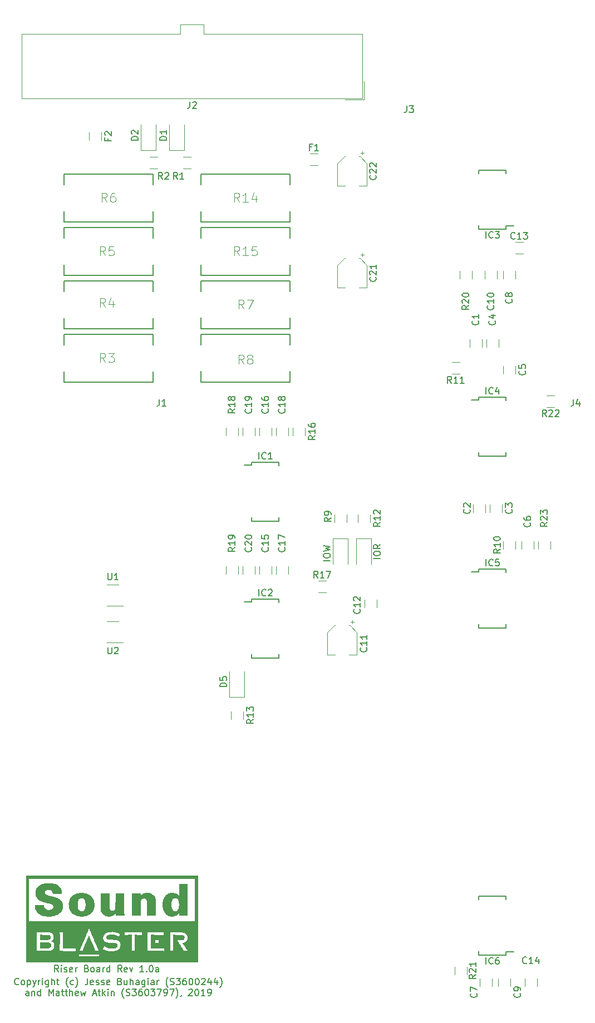
<source format=gbr>
%TF.GenerationSoftware,KiCad,Pcbnew,(5.1.0)-1*%
%TF.CreationDate,2019-04-29T18:51:34+10:00*%
%TF.ProjectId,CT2960_Riser,43543239-3630-45f5-9269-7365722e6b69,rev?*%
%TF.SameCoordinates,Original*%
%TF.FileFunction,Legend,Top*%
%TF.FilePolarity,Positive*%
%FSLAX46Y46*%
G04 Gerber Fmt 4.6, Leading zero omitted, Abs format (unit mm)*
G04 Created by KiCad (PCBNEW (5.1.0)-1) date 2019-04-29 18:51:34*
%MOMM*%
%LPD*%
G04 APERTURE LIST*
%ADD10C,0.150000*%
%ADD11C,0.120000*%
%ADD12C,0.010000*%
%ADD13C,0.127000*%
%ADD14C,0.050000*%
G04 APERTURE END LIST*
D10*
X74241333Y-184698142D02*
X74193714Y-184745761D01*
X74050857Y-184793380D01*
X73955619Y-184793380D01*
X73812761Y-184745761D01*
X73717523Y-184650523D01*
X73669904Y-184555285D01*
X73622285Y-184364809D01*
X73622285Y-184221952D01*
X73669904Y-184031476D01*
X73717523Y-183936238D01*
X73812761Y-183841000D01*
X73955619Y-183793380D01*
X74050857Y-183793380D01*
X74193714Y-183841000D01*
X74241333Y-183888619D01*
X74812761Y-184793380D02*
X74717523Y-184745761D01*
X74669904Y-184698142D01*
X74622285Y-184602904D01*
X74622285Y-184317190D01*
X74669904Y-184221952D01*
X74717523Y-184174333D01*
X74812761Y-184126714D01*
X74955619Y-184126714D01*
X75050857Y-184174333D01*
X75098476Y-184221952D01*
X75146095Y-184317190D01*
X75146095Y-184602904D01*
X75098476Y-184698142D01*
X75050857Y-184745761D01*
X74955619Y-184793380D01*
X74812761Y-184793380D01*
X75574666Y-184126714D02*
X75574666Y-185126714D01*
X75574666Y-184174333D02*
X75669904Y-184126714D01*
X75860380Y-184126714D01*
X75955619Y-184174333D01*
X76003238Y-184221952D01*
X76050857Y-184317190D01*
X76050857Y-184602904D01*
X76003238Y-184698142D01*
X75955619Y-184745761D01*
X75860380Y-184793380D01*
X75669904Y-184793380D01*
X75574666Y-184745761D01*
X76384190Y-184126714D02*
X76622285Y-184793380D01*
X76860380Y-184126714D02*
X76622285Y-184793380D01*
X76527047Y-185031476D01*
X76479428Y-185079095D01*
X76384190Y-185126714D01*
X77241333Y-184793380D02*
X77241333Y-184126714D01*
X77241333Y-184317190D02*
X77288952Y-184221952D01*
X77336571Y-184174333D01*
X77431809Y-184126714D01*
X77527047Y-184126714D01*
X77860380Y-184793380D02*
X77860380Y-184126714D01*
X77860380Y-183793380D02*
X77812761Y-183841000D01*
X77860380Y-183888619D01*
X77908000Y-183841000D01*
X77860380Y-183793380D01*
X77860380Y-183888619D01*
X78765142Y-184126714D02*
X78765142Y-184936238D01*
X78717523Y-185031476D01*
X78669904Y-185079095D01*
X78574666Y-185126714D01*
X78431809Y-185126714D01*
X78336571Y-185079095D01*
X78765142Y-184745761D02*
X78669904Y-184793380D01*
X78479428Y-184793380D01*
X78384190Y-184745761D01*
X78336571Y-184698142D01*
X78288952Y-184602904D01*
X78288952Y-184317190D01*
X78336571Y-184221952D01*
X78384190Y-184174333D01*
X78479428Y-184126714D01*
X78669904Y-184126714D01*
X78765142Y-184174333D01*
X79241333Y-184793380D02*
X79241333Y-183793380D01*
X79669904Y-184793380D02*
X79669904Y-184269571D01*
X79622285Y-184174333D01*
X79527047Y-184126714D01*
X79384190Y-184126714D01*
X79288952Y-184174333D01*
X79241333Y-184221952D01*
X80003238Y-184126714D02*
X80384190Y-184126714D01*
X80146095Y-183793380D02*
X80146095Y-184650523D01*
X80193714Y-184745761D01*
X80288952Y-184793380D01*
X80384190Y-184793380D01*
X81765142Y-185174333D02*
X81717523Y-185126714D01*
X81622285Y-184983857D01*
X81574666Y-184888619D01*
X81527047Y-184745761D01*
X81479428Y-184507666D01*
X81479428Y-184317190D01*
X81527047Y-184079095D01*
X81574666Y-183936238D01*
X81622285Y-183841000D01*
X81717523Y-183698142D01*
X81765142Y-183650523D01*
X82574666Y-184745761D02*
X82479428Y-184793380D01*
X82288952Y-184793380D01*
X82193714Y-184745761D01*
X82146095Y-184698142D01*
X82098476Y-184602904D01*
X82098476Y-184317190D01*
X82146095Y-184221952D01*
X82193714Y-184174333D01*
X82288952Y-184126714D01*
X82479428Y-184126714D01*
X82574666Y-184174333D01*
X82908000Y-185174333D02*
X82955619Y-185126714D01*
X83050857Y-184983857D01*
X83098476Y-184888619D01*
X83146095Y-184745761D01*
X83193714Y-184507666D01*
X83193714Y-184317190D01*
X83146095Y-184079095D01*
X83098476Y-183936238D01*
X83050857Y-183841000D01*
X82955619Y-183698142D01*
X82908000Y-183650523D01*
X84717523Y-183793380D02*
X84717523Y-184507666D01*
X84669904Y-184650523D01*
X84574666Y-184745761D01*
X84431809Y-184793380D01*
X84336571Y-184793380D01*
X85574666Y-184745761D02*
X85479428Y-184793380D01*
X85288952Y-184793380D01*
X85193714Y-184745761D01*
X85146095Y-184650523D01*
X85146095Y-184269571D01*
X85193714Y-184174333D01*
X85288952Y-184126714D01*
X85479428Y-184126714D01*
X85574666Y-184174333D01*
X85622285Y-184269571D01*
X85622285Y-184364809D01*
X85146095Y-184460047D01*
X86003238Y-184745761D02*
X86098476Y-184793380D01*
X86288952Y-184793380D01*
X86384190Y-184745761D01*
X86431809Y-184650523D01*
X86431809Y-184602904D01*
X86384190Y-184507666D01*
X86288952Y-184460047D01*
X86146095Y-184460047D01*
X86050857Y-184412428D01*
X86003238Y-184317190D01*
X86003238Y-184269571D01*
X86050857Y-184174333D01*
X86146095Y-184126714D01*
X86288952Y-184126714D01*
X86384190Y-184174333D01*
X86812761Y-184745761D02*
X86908000Y-184793380D01*
X87098476Y-184793380D01*
X87193714Y-184745761D01*
X87241333Y-184650523D01*
X87241333Y-184602904D01*
X87193714Y-184507666D01*
X87098476Y-184460047D01*
X86955619Y-184460047D01*
X86860380Y-184412428D01*
X86812761Y-184317190D01*
X86812761Y-184269571D01*
X86860380Y-184174333D01*
X86955619Y-184126714D01*
X87098476Y-184126714D01*
X87193714Y-184174333D01*
X88050857Y-184745761D02*
X87955619Y-184793380D01*
X87765142Y-184793380D01*
X87669904Y-184745761D01*
X87622285Y-184650523D01*
X87622285Y-184269571D01*
X87669904Y-184174333D01*
X87765142Y-184126714D01*
X87955619Y-184126714D01*
X88050857Y-184174333D01*
X88098476Y-184269571D01*
X88098476Y-184364809D01*
X87622285Y-184460047D01*
X89622285Y-184269571D02*
X89765142Y-184317190D01*
X89812761Y-184364809D01*
X89860380Y-184460047D01*
X89860380Y-184602904D01*
X89812761Y-184698142D01*
X89765142Y-184745761D01*
X89669904Y-184793380D01*
X89288952Y-184793380D01*
X89288952Y-183793380D01*
X89622285Y-183793380D01*
X89717523Y-183841000D01*
X89765142Y-183888619D01*
X89812761Y-183983857D01*
X89812761Y-184079095D01*
X89765142Y-184174333D01*
X89717523Y-184221952D01*
X89622285Y-184269571D01*
X89288952Y-184269571D01*
X90717523Y-184126714D02*
X90717523Y-184793380D01*
X90288952Y-184126714D02*
X90288952Y-184650523D01*
X90336571Y-184745761D01*
X90431809Y-184793380D01*
X90574666Y-184793380D01*
X90669904Y-184745761D01*
X90717523Y-184698142D01*
X91193714Y-184793380D02*
X91193714Y-183793380D01*
X91622285Y-184793380D02*
X91622285Y-184269571D01*
X91574666Y-184174333D01*
X91479428Y-184126714D01*
X91336571Y-184126714D01*
X91241333Y-184174333D01*
X91193714Y-184221952D01*
X92527047Y-184793380D02*
X92527047Y-184269571D01*
X92479428Y-184174333D01*
X92384190Y-184126714D01*
X92193714Y-184126714D01*
X92098476Y-184174333D01*
X92527047Y-184745761D02*
X92431809Y-184793380D01*
X92193714Y-184793380D01*
X92098476Y-184745761D01*
X92050857Y-184650523D01*
X92050857Y-184555285D01*
X92098476Y-184460047D01*
X92193714Y-184412428D01*
X92431809Y-184412428D01*
X92527047Y-184364809D01*
X93431809Y-184126714D02*
X93431809Y-184936238D01*
X93384190Y-185031476D01*
X93336571Y-185079095D01*
X93241333Y-185126714D01*
X93098476Y-185126714D01*
X93003238Y-185079095D01*
X93431809Y-184745761D02*
X93336571Y-184793380D01*
X93146095Y-184793380D01*
X93050857Y-184745761D01*
X93003238Y-184698142D01*
X92955619Y-184602904D01*
X92955619Y-184317190D01*
X93003238Y-184221952D01*
X93050857Y-184174333D01*
X93146095Y-184126714D01*
X93336571Y-184126714D01*
X93431809Y-184174333D01*
X93907999Y-184793380D02*
X93907999Y-184126714D01*
X93907999Y-183793380D02*
X93860380Y-183841000D01*
X93907999Y-183888619D01*
X93955619Y-183841000D01*
X93907999Y-183793380D01*
X93907999Y-183888619D01*
X94812761Y-184793380D02*
X94812761Y-184269571D01*
X94765142Y-184174333D01*
X94669904Y-184126714D01*
X94479428Y-184126714D01*
X94384190Y-184174333D01*
X94812761Y-184745761D02*
X94717523Y-184793380D01*
X94479428Y-184793380D01*
X94384190Y-184745761D01*
X94336571Y-184650523D01*
X94336571Y-184555285D01*
X94384190Y-184460047D01*
X94479428Y-184412428D01*
X94717523Y-184412428D01*
X94812761Y-184364809D01*
X95288952Y-184793380D02*
X95288952Y-184126714D01*
X95288952Y-184317190D02*
X95336571Y-184221952D01*
X95384190Y-184174333D01*
X95479428Y-184126714D01*
X95574666Y-184126714D01*
X96955619Y-185174333D02*
X96907999Y-185126714D01*
X96812761Y-184983857D01*
X96765142Y-184888619D01*
X96717523Y-184745761D01*
X96669904Y-184507666D01*
X96669904Y-184317190D01*
X96717523Y-184079095D01*
X96765142Y-183936238D01*
X96812761Y-183841000D01*
X96907999Y-183698142D01*
X96955619Y-183650523D01*
X97288952Y-184745761D02*
X97431809Y-184793380D01*
X97669904Y-184793380D01*
X97765142Y-184745761D01*
X97812761Y-184698142D01*
X97860380Y-184602904D01*
X97860380Y-184507666D01*
X97812761Y-184412428D01*
X97765142Y-184364809D01*
X97669904Y-184317190D01*
X97479428Y-184269571D01*
X97384190Y-184221952D01*
X97336571Y-184174333D01*
X97288952Y-184079095D01*
X97288952Y-183983857D01*
X97336571Y-183888619D01*
X97384190Y-183841000D01*
X97479428Y-183793380D01*
X97717523Y-183793380D01*
X97860380Y-183841000D01*
X98193714Y-183793380D02*
X98812761Y-183793380D01*
X98479428Y-184174333D01*
X98622285Y-184174333D01*
X98717523Y-184221952D01*
X98765142Y-184269571D01*
X98812761Y-184364809D01*
X98812761Y-184602904D01*
X98765142Y-184698142D01*
X98717523Y-184745761D01*
X98622285Y-184793380D01*
X98336571Y-184793380D01*
X98241333Y-184745761D01*
X98193714Y-184698142D01*
X99669904Y-183793380D02*
X99479428Y-183793380D01*
X99384190Y-183841000D01*
X99336571Y-183888619D01*
X99241333Y-184031476D01*
X99193714Y-184221952D01*
X99193714Y-184602904D01*
X99241333Y-184698142D01*
X99288952Y-184745761D01*
X99384190Y-184793380D01*
X99574666Y-184793380D01*
X99669904Y-184745761D01*
X99717523Y-184698142D01*
X99765142Y-184602904D01*
X99765142Y-184364809D01*
X99717523Y-184269571D01*
X99669904Y-184221952D01*
X99574666Y-184174333D01*
X99384190Y-184174333D01*
X99288952Y-184221952D01*
X99241333Y-184269571D01*
X99193714Y-184364809D01*
X100384190Y-183793380D02*
X100479428Y-183793380D01*
X100574666Y-183841000D01*
X100622285Y-183888619D01*
X100669904Y-183983857D01*
X100717523Y-184174333D01*
X100717523Y-184412428D01*
X100669904Y-184602904D01*
X100622285Y-184698142D01*
X100574666Y-184745761D01*
X100479428Y-184793380D01*
X100384190Y-184793380D01*
X100288952Y-184745761D01*
X100241333Y-184698142D01*
X100193714Y-184602904D01*
X100146095Y-184412428D01*
X100146095Y-184174333D01*
X100193714Y-183983857D01*
X100241333Y-183888619D01*
X100288952Y-183841000D01*
X100384190Y-183793380D01*
X101336571Y-183793380D02*
X101431809Y-183793380D01*
X101527047Y-183841000D01*
X101574666Y-183888619D01*
X101622285Y-183983857D01*
X101669904Y-184174333D01*
X101669904Y-184412428D01*
X101622285Y-184602904D01*
X101574666Y-184698142D01*
X101527047Y-184745761D01*
X101431809Y-184793380D01*
X101336571Y-184793380D01*
X101241333Y-184745761D01*
X101193714Y-184698142D01*
X101146095Y-184602904D01*
X101098476Y-184412428D01*
X101098476Y-184174333D01*
X101146095Y-183983857D01*
X101193714Y-183888619D01*
X101241333Y-183841000D01*
X101336571Y-183793380D01*
X102050857Y-183888619D02*
X102098476Y-183841000D01*
X102193714Y-183793380D01*
X102431809Y-183793380D01*
X102527047Y-183841000D01*
X102574666Y-183888619D01*
X102622285Y-183983857D01*
X102622285Y-184079095D01*
X102574666Y-184221952D01*
X102003238Y-184793380D01*
X102622285Y-184793380D01*
X103479428Y-184126714D02*
X103479428Y-184793380D01*
X103241333Y-183745761D02*
X103003238Y-184460047D01*
X103622285Y-184460047D01*
X104431809Y-184126714D02*
X104431809Y-184793380D01*
X104193714Y-183745761D02*
X103955619Y-184460047D01*
X104574666Y-184460047D01*
X104860380Y-185174333D02*
X104907999Y-185126714D01*
X105003238Y-184983857D01*
X105050857Y-184888619D01*
X105098476Y-184745761D01*
X105146095Y-184507666D01*
X105146095Y-184317190D01*
X105098476Y-184079095D01*
X105050857Y-183936238D01*
X105003238Y-183841000D01*
X104907999Y-183698142D01*
X104860380Y-183650523D01*
X75765142Y-186443380D02*
X75765142Y-185919571D01*
X75717523Y-185824333D01*
X75622285Y-185776714D01*
X75431809Y-185776714D01*
X75336571Y-185824333D01*
X75765142Y-186395761D02*
X75669904Y-186443380D01*
X75431809Y-186443380D01*
X75336571Y-186395761D01*
X75288952Y-186300523D01*
X75288952Y-186205285D01*
X75336571Y-186110047D01*
X75431809Y-186062428D01*
X75669904Y-186062428D01*
X75765142Y-186014809D01*
X76241333Y-185776714D02*
X76241333Y-186443380D01*
X76241333Y-185871952D02*
X76288952Y-185824333D01*
X76384190Y-185776714D01*
X76527047Y-185776714D01*
X76622285Y-185824333D01*
X76669904Y-185919571D01*
X76669904Y-186443380D01*
X77574666Y-186443380D02*
X77574666Y-185443380D01*
X77574666Y-186395761D02*
X77479428Y-186443380D01*
X77288952Y-186443380D01*
X77193714Y-186395761D01*
X77146095Y-186348142D01*
X77098476Y-186252904D01*
X77098476Y-185967190D01*
X77146095Y-185871952D01*
X77193714Y-185824333D01*
X77288952Y-185776714D01*
X77479428Y-185776714D01*
X77574666Y-185824333D01*
X78812761Y-186443380D02*
X78812761Y-185443380D01*
X79146095Y-186157666D01*
X79479428Y-185443380D01*
X79479428Y-186443380D01*
X80384190Y-186443380D02*
X80384190Y-185919571D01*
X80336571Y-185824333D01*
X80241333Y-185776714D01*
X80050857Y-185776714D01*
X79955619Y-185824333D01*
X80384190Y-186395761D02*
X80288952Y-186443380D01*
X80050857Y-186443380D01*
X79955619Y-186395761D01*
X79908000Y-186300523D01*
X79908000Y-186205285D01*
X79955619Y-186110047D01*
X80050857Y-186062428D01*
X80288952Y-186062428D01*
X80384190Y-186014809D01*
X80717523Y-185776714D02*
X81098476Y-185776714D01*
X80860380Y-185443380D02*
X80860380Y-186300523D01*
X80908000Y-186395761D01*
X81003238Y-186443380D01*
X81098476Y-186443380D01*
X81288952Y-185776714D02*
X81669904Y-185776714D01*
X81431809Y-185443380D02*
X81431809Y-186300523D01*
X81479428Y-186395761D01*
X81574666Y-186443380D01*
X81669904Y-186443380D01*
X82003238Y-186443380D02*
X82003238Y-185443380D01*
X82431809Y-186443380D02*
X82431809Y-185919571D01*
X82384190Y-185824333D01*
X82288952Y-185776714D01*
X82146095Y-185776714D01*
X82050857Y-185824333D01*
X82003238Y-185871952D01*
X83288952Y-186395761D02*
X83193714Y-186443380D01*
X83003238Y-186443380D01*
X82908000Y-186395761D01*
X82860380Y-186300523D01*
X82860380Y-185919571D01*
X82908000Y-185824333D01*
X83003238Y-185776714D01*
X83193714Y-185776714D01*
X83288952Y-185824333D01*
X83336571Y-185919571D01*
X83336571Y-186014809D01*
X82860380Y-186110047D01*
X83669904Y-185776714D02*
X83860380Y-186443380D01*
X84050857Y-185967190D01*
X84241333Y-186443380D01*
X84431809Y-185776714D01*
X85527047Y-186157666D02*
X86003238Y-186157666D01*
X85431809Y-186443380D02*
X85765142Y-185443380D01*
X86098476Y-186443380D01*
X86288952Y-185776714D02*
X86669904Y-185776714D01*
X86431809Y-185443380D02*
X86431809Y-186300523D01*
X86479428Y-186395761D01*
X86574666Y-186443380D01*
X86669904Y-186443380D01*
X87003238Y-186443380D02*
X87003238Y-185443380D01*
X87098476Y-186062428D02*
X87384190Y-186443380D01*
X87384190Y-185776714D02*
X87003238Y-186157666D01*
X87812761Y-186443380D02*
X87812761Y-185776714D01*
X87812761Y-185443380D02*
X87765142Y-185491000D01*
X87812761Y-185538619D01*
X87860380Y-185491000D01*
X87812761Y-185443380D01*
X87812761Y-185538619D01*
X88288952Y-185776714D02*
X88288952Y-186443380D01*
X88288952Y-185871952D02*
X88336571Y-185824333D01*
X88431809Y-185776714D01*
X88574666Y-185776714D01*
X88669904Y-185824333D01*
X88717523Y-185919571D01*
X88717523Y-186443380D01*
X90241333Y-186824333D02*
X90193714Y-186776714D01*
X90098476Y-186633857D01*
X90050857Y-186538619D01*
X90003238Y-186395761D01*
X89955619Y-186157666D01*
X89955619Y-185967190D01*
X90003238Y-185729095D01*
X90050857Y-185586238D01*
X90098476Y-185491000D01*
X90193714Y-185348142D01*
X90241333Y-185300523D01*
X90574666Y-186395761D02*
X90717523Y-186443380D01*
X90955619Y-186443380D01*
X91050857Y-186395761D01*
X91098476Y-186348142D01*
X91146095Y-186252904D01*
X91146095Y-186157666D01*
X91098476Y-186062428D01*
X91050857Y-186014809D01*
X90955619Y-185967190D01*
X90765142Y-185919571D01*
X90669904Y-185871952D01*
X90622285Y-185824333D01*
X90574666Y-185729095D01*
X90574666Y-185633857D01*
X90622285Y-185538619D01*
X90669904Y-185491000D01*
X90765142Y-185443380D01*
X91003238Y-185443380D01*
X91146095Y-185491000D01*
X91479428Y-185443380D02*
X92098476Y-185443380D01*
X91765142Y-185824333D01*
X91908000Y-185824333D01*
X92003238Y-185871952D01*
X92050857Y-185919571D01*
X92098476Y-186014809D01*
X92098476Y-186252904D01*
X92050857Y-186348142D01*
X92003238Y-186395761D01*
X91908000Y-186443380D01*
X91622285Y-186443380D01*
X91527047Y-186395761D01*
X91479428Y-186348142D01*
X92955619Y-185443380D02*
X92765142Y-185443380D01*
X92669904Y-185491000D01*
X92622285Y-185538619D01*
X92527047Y-185681476D01*
X92479428Y-185871952D01*
X92479428Y-186252904D01*
X92527047Y-186348142D01*
X92574666Y-186395761D01*
X92669904Y-186443380D01*
X92860380Y-186443380D01*
X92955619Y-186395761D01*
X93003238Y-186348142D01*
X93050857Y-186252904D01*
X93050857Y-186014809D01*
X93003238Y-185919571D01*
X92955619Y-185871952D01*
X92860380Y-185824333D01*
X92669904Y-185824333D01*
X92574666Y-185871952D01*
X92527047Y-185919571D01*
X92479428Y-186014809D01*
X93669904Y-185443380D02*
X93765142Y-185443380D01*
X93860380Y-185491000D01*
X93908000Y-185538619D01*
X93955619Y-185633857D01*
X94003238Y-185824333D01*
X94003238Y-186062428D01*
X93955619Y-186252904D01*
X93908000Y-186348142D01*
X93860380Y-186395761D01*
X93765142Y-186443380D01*
X93669904Y-186443380D01*
X93574666Y-186395761D01*
X93527047Y-186348142D01*
X93479428Y-186252904D01*
X93431809Y-186062428D01*
X93431809Y-185824333D01*
X93479428Y-185633857D01*
X93527047Y-185538619D01*
X93574666Y-185491000D01*
X93669904Y-185443380D01*
X94336571Y-185443380D02*
X94955619Y-185443380D01*
X94622285Y-185824333D01*
X94765142Y-185824333D01*
X94860380Y-185871952D01*
X94908000Y-185919571D01*
X94955619Y-186014809D01*
X94955619Y-186252904D01*
X94908000Y-186348142D01*
X94860380Y-186395761D01*
X94765142Y-186443380D01*
X94479428Y-186443380D01*
X94384190Y-186395761D01*
X94336571Y-186348142D01*
X95288952Y-185443380D02*
X95955619Y-185443380D01*
X95527047Y-186443380D01*
X96384190Y-186443380D02*
X96574666Y-186443380D01*
X96669904Y-186395761D01*
X96717523Y-186348142D01*
X96812761Y-186205285D01*
X96860380Y-186014809D01*
X96860380Y-185633857D01*
X96812761Y-185538619D01*
X96765142Y-185491000D01*
X96669904Y-185443380D01*
X96479428Y-185443380D01*
X96384190Y-185491000D01*
X96336571Y-185538619D01*
X96288952Y-185633857D01*
X96288952Y-185871952D01*
X96336571Y-185967190D01*
X96384190Y-186014809D01*
X96479428Y-186062428D01*
X96669904Y-186062428D01*
X96765142Y-186014809D01*
X96812761Y-185967190D01*
X96860380Y-185871952D01*
X97193714Y-185443380D02*
X97860380Y-185443380D01*
X97431809Y-186443380D01*
X98146095Y-186824333D02*
X98193714Y-186776714D01*
X98288952Y-186633857D01*
X98336571Y-186538619D01*
X98384190Y-186395761D01*
X98431809Y-186157666D01*
X98431809Y-185967190D01*
X98384190Y-185729095D01*
X98336571Y-185586238D01*
X98288952Y-185491000D01*
X98193714Y-185348142D01*
X98146095Y-185300523D01*
X98955619Y-186395761D02*
X98955619Y-186443380D01*
X98908000Y-186538619D01*
X98860380Y-186586238D01*
X100098476Y-185538619D02*
X100146095Y-185491000D01*
X100241333Y-185443380D01*
X100479428Y-185443380D01*
X100574666Y-185491000D01*
X100622285Y-185538619D01*
X100669904Y-185633857D01*
X100669904Y-185729095D01*
X100622285Y-185871952D01*
X100050857Y-186443380D01*
X100669904Y-186443380D01*
X101288952Y-185443380D02*
X101384190Y-185443380D01*
X101479428Y-185491000D01*
X101527047Y-185538619D01*
X101574666Y-185633857D01*
X101622285Y-185824333D01*
X101622285Y-186062428D01*
X101574666Y-186252904D01*
X101527047Y-186348142D01*
X101479428Y-186395761D01*
X101384190Y-186443380D01*
X101288952Y-186443380D01*
X101193714Y-186395761D01*
X101146095Y-186348142D01*
X101098476Y-186252904D01*
X101050857Y-186062428D01*
X101050857Y-185824333D01*
X101098476Y-185633857D01*
X101146095Y-185538619D01*
X101193714Y-185491000D01*
X101288952Y-185443380D01*
X102574666Y-186443380D02*
X102003238Y-186443380D01*
X102288952Y-186443380D02*
X102288952Y-185443380D01*
X102193714Y-185586238D01*
X102098476Y-185681476D01*
X102003238Y-185729095D01*
X103050857Y-186443380D02*
X103241333Y-186443380D01*
X103336571Y-186395761D01*
X103384190Y-186348142D01*
X103479428Y-186205285D01*
X103527047Y-186014809D01*
X103527047Y-185633857D01*
X103479428Y-185538619D01*
X103431809Y-185491000D01*
X103336571Y-185443380D01*
X103146095Y-185443380D01*
X103050857Y-185491000D01*
X103003238Y-185538619D01*
X102955619Y-185633857D01*
X102955619Y-185871952D01*
X103003238Y-185967190D01*
X103050857Y-186014809D01*
X103146095Y-186062428D01*
X103336571Y-186062428D01*
X103431809Y-186014809D01*
X103479428Y-185967190D01*
X103527047Y-185871952D01*
X80296666Y-182824380D02*
X79963333Y-182348190D01*
X79725238Y-182824380D02*
X79725238Y-181824380D01*
X80106190Y-181824380D01*
X80201428Y-181872000D01*
X80249047Y-181919619D01*
X80296666Y-182014857D01*
X80296666Y-182157714D01*
X80249047Y-182252952D01*
X80201428Y-182300571D01*
X80106190Y-182348190D01*
X79725238Y-182348190D01*
X80725238Y-182824380D02*
X80725238Y-182157714D01*
X80725238Y-181824380D02*
X80677619Y-181872000D01*
X80725238Y-181919619D01*
X80772857Y-181872000D01*
X80725238Y-181824380D01*
X80725238Y-181919619D01*
X81153809Y-182776761D02*
X81249047Y-182824380D01*
X81439523Y-182824380D01*
X81534761Y-182776761D01*
X81582380Y-182681523D01*
X81582380Y-182633904D01*
X81534761Y-182538666D01*
X81439523Y-182491047D01*
X81296666Y-182491047D01*
X81201428Y-182443428D01*
X81153809Y-182348190D01*
X81153809Y-182300571D01*
X81201428Y-182205333D01*
X81296666Y-182157714D01*
X81439523Y-182157714D01*
X81534761Y-182205333D01*
X82391904Y-182776761D02*
X82296666Y-182824380D01*
X82106190Y-182824380D01*
X82010952Y-182776761D01*
X81963333Y-182681523D01*
X81963333Y-182300571D01*
X82010952Y-182205333D01*
X82106190Y-182157714D01*
X82296666Y-182157714D01*
X82391904Y-182205333D01*
X82439523Y-182300571D01*
X82439523Y-182395809D01*
X81963333Y-182491047D01*
X82868095Y-182824380D02*
X82868095Y-182157714D01*
X82868095Y-182348190D02*
X82915714Y-182252952D01*
X82963333Y-182205333D01*
X83058571Y-182157714D01*
X83153809Y-182157714D01*
X84582380Y-182300571D02*
X84725238Y-182348190D01*
X84772857Y-182395809D01*
X84820476Y-182491047D01*
X84820476Y-182633904D01*
X84772857Y-182729142D01*
X84725238Y-182776761D01*
X84630000Y-182824380D01*
X84249047Y-182824380D01*
X84249047Y-181824380D01*
X84582380Y-181824380D01*
X84677619Y-181872000D01*
X84725238Y-181919619D01*
X84772857Y-182014857D01*
X84772857Y-182110095D01*
X84725238Y-182205333D01*
X84677619Y-182252952D01*
X84582380Y-182300571D01*
X84249047Y-182300571D01*
X85391904Y-182824380D02*
X85296666Y-182776761D01*
X85249047Y-182729142D01*
X85201428Y-182633904D01*
X85201428Y-182348190D01*
X85249047Y-182252952D01*
X85296666Y-182205333D01*
X85391904Y-182157714D01*
X85534761Y-182157714D01*
X85630000Y-182205333D01*
X85677619Y-182252952D01*
X85725238Y-182348190D01*
X85725238Y-182633904D01*
X85677619Y-182729142D01*
X85630000Y-182776761D01*
X85534761Y-182824380D01*
X85391904Y-182824380D01*
X86582380Y-182824380D02*
X86582380Y-182300571D01*
X86534761Y-182205333D01*
X86439523Y-182157714D01*
X86249047Y-182157714D01*
X86153809Y-182205333D01*
X86582380Y-182776761D02*
X86487142Y-182824380D01*
X86249047Y-182824380D01*
X86153809Y-182776761D01*
X86106190Y-182681523D01*
X86106190Y-182586285D01*
X86153809Y-182491047D01*
X86249047Y-182443428D01*
X86487142Y-182443428D01*
X86582380Y-182395809D01*
X87058571Y-182824380D02*
X87058571Y-182157714D01*
X87058571Y-182348190D02*
X87106190Y-182252952D01*
X87153809Y-182205333D01*
X87249047Y-182157714D01*
X87344285Y-182157714D01*
X88106190Y-182824380D02*
X88106190Y-181824380D01*
X88106190Y-182776761D02*
X88010952Y-182824380D01*
X87820476Y-182824380D01*
X87725238Y-182776761D01*
X87677619Y-182729142D01*
X87630000Y-182633904D01*
X87630000Y-182348190D01*
X87677619Y-182252952D01*
X87725238Y-182205333D01*
X87820476Y-182157714D01*
X88010952Y-182157714D01*
X88106190Y-182205333D01*
X89915714Y-182824380D02*
X89582380Y-182348190D01*
X89344285Y-182824380D02*
X89344285Y-181824380D01*
X89725238Y-181824380D01*
X89820476Y-181872000D01*
X89868095Y-181919619D01*
X89915714Y-182014857D01*
X89915714Y-182157714D01*
X89868095Y-182252952D01*
X89820476Y-182300571D01*
X89725238Y-182348190D01*
X89344285Y-182348190D01*
X90725238Y-182776761D02*
X90630000Y-182824380D01*
X90439523Y-182824380D01*
X90344285Y-182776761D01*
X90296666Y-182681523D01*
X90296666Y-182300571D01*
X90344285Y-182205333D01*
X90439523Y-182157714D01*
X90630000Y-182157714D01*
X90725238Y-182205333D01*
X90772857Y-182300571D01*
X90772857Y-182395809D01*
X90296666Y-182491047D01*
X91106190Y-182157714D02*
X91344285Y-182824380D01*
X91582380Y-182157714D01*
X93249047Y-182824380D02*
X92677619Y-182824380D01*
X92963333Y-182824380D02*
X92963333Y-181824380D01*
X92868095Y-181967238D01*
X92772857Y-182062476D01*
X92677619Y-182110095D01*
X93677619Y-182729142D02*
X93725238Y-182776761D01*
X93677619Y-182824380D01*
X93629999Y-182776761D01*
X93677619Y-182729142D01*
X93677619Y-182824380D01*
X94344285Y-181824380D02*
X94439523Y-181824380D01*
X94534761Y-181872000D01*
X94582380Y-181919619D01*
X94629999Y-182014857D01*
X94677619Y-182205333D01*
X94677619Y-182443428D01*
X94629999Y-182633904D01*
X94582380Y-182729142D01*
X94534761Y-182776761D01*
X94439523Y-182824380D01*
X94344285Y-182824380D01*
X94249047Y-182776761D01*
X94201428Y-182729142D01*
X94153809Y-182633904D01*
X94106190Y-182443428D01*
X94106190Y-182205333D01*
X94153809Y-182014857D01*
X94201428Y-181919619D01*
X94249047Y-181872000D01*
X94344285Y-181824380D01*
X95534761Y-182824380D02*
X95534761Y-182300571D01*
X95487142Y-182205333D01*
X95391904Y-182157714D01*
X95201428Y-182157714D01*
X95106190Y-182205333D01*
X95534761Y-182776761D02*
X95439523Y-182824380D01*
X95201428Y-182824380D01*
X95106190Y-182776761D01*
X95058571Y-182681523D01*
X95058571Y-182586285D01*
X95106190Y-182491047D01*
X95201428Y-182443428D01*
X95439523Y-182443428D01*
X95534761Y-182395809D01*
D11*
X126778000Y-58210000D02*
X126278000Y-58210000D01*
X126528000Y-57960000D02*
X126528000Y-58460000D01*
X123772437Y-58700000D02*
X122708000Y-59764437D01*
X126163563Y-58700000D02*
X127228000Y-59764437D01*
X126163563Y-58700000D02*
X126028000Y-58700000D01*
X123772437Y-58700000D02*
X123908000Y-58700000D01*
X122708000Y-59764437D02*
X122708000Y-63220000D01*
X127228000Y-59764437D02*
X127228000Y-63220000D01*
X127228000Y-63220000D02*
X126028000Y-63220000D01*
X122708000Y-63220000D02*
X123908000Y-63220000D01*
X126778000Y-73704000D02*
X126278000Y-73704000D01*
X126528000Y-73454000D02*
X126528000Y-73954000D01*
X123772437Y-74194000D02*
X122708000Y-75258437D01*
X126163563Y-74194000D02*
X127228000Y-75258437D01*
X126163563Y-74194000D02*
X126028000Y-74194000D01*
X123772437Y-74194000D02*
X123908000Y-74194000D01*
X122708000Y-75258437D02*
X122708000Y-78714000D01*
X127228000Y-75258437D02*
X127228000Y-78714000D01*
X127228000Y-78714000D02*
X126028000Y-78714000D01*
X122708000Y-78714000D02*
X123908000Y-78714000D01*
X87666000Y-127086000D02*
X90116000Y-127086000D01*
X89466000Y-123866000D02*
X87666000Y-123866000D01*
X121184000Y-134594000D02*
X122384000Y-134594000D01*
X125704000Y-134594000D02*
X124504000Y-134594000D01*
X125704000Y-131138437D02*
X125704000Y-134594000D01*
X121184000Y-131138437D02*
X121184000Y-134594000D01*
X122248437Y-130074000D02*
X122384000Y-130074000D01*
X124639563Y-130074000D02*
X124504000Y-130074000D01*
X124639563Y-130074000D02*
X125704000Y-131138437D01*
X122248437Y-130074000D02*
X121184000Y-131138437D01*
X125004000Y-129334000D02*
X125004000Y-129834000D01*
X125254000Y-129584000D02*
X124754000Y-129584000D01*
X84942000Y-55023936D02*
X84942000Y-56228064D01*
X86762000Y-55023936D02*
X86762000Y-56228064D01*
X118523936Y-60092000D02*
X119728064Y-60092000D01*
X118523936Y-58272000D02*
X119728064Y-58272000D01*
X143150000Y-76105936D02*
X143150000Y-77310064D01*
X141330000Y-76105936D02*
X141330000Y-77310064D01*
D10*
X148379000Y-179768000D02*
X149504000Y-179768000D01*
X148379000Y-171293000D02*
X144229000Y-171293000D01*
X148379000Y-180243000D02*
X144229000Y-180243000D01*
X148379000Y-171293000D02*
X148379000Y-171850500D01*
X144229000Y-171293000D02*
X144229000Y-171850500D01*
X144229000Y-180243000D02*
X144229000Y-179685500D01*
X148379000Y-180243000D02*
X148379000Y-179768000D01*
X144229000Y-95822000D02*
X143104000Y-95822000D01*
X144229000Y-104297000D02*
X148379000Y-104297000D01*
X144229000Y-95347000D02*
X148379000Y-95347000D01*
X144229000Y-104297000D02*
X144229000Y-103739500D01*
X148379000Y-104297000D02*
X148379000Y-103739500D01*
X148379000Y-95347000D02*
X148379000Y-95904500D01*
X144229000Y-95347000D02*
X144229000Y-95822000D01*
X148379000Y-69278000D02*
X149504000Y-69278000D01*
X148379000Y-60803000D02*
X144229000Y-60803000D01*
X148379000Y-69753000D02*
X144229000Y-69753000D01*
X148379000Y-60803000D02*
X148379000Y-61360500D01*
X144229000Y-60803000D02*
X144229000Y-61360500D01*
X144229000Y-69753000D02*
X144229000Y-69195500D01*
X148379000Y-69753000D02*
X148379000Y-69278000D01*
D12*
G36*
X101420083Y-181313667D02*
G01*
X75374500Y-181313667D01*
X75374500Y-180075417D01*
X83354333Y-180075417D01*
X83354333Y-180269444D01*
X83354701Y-180331495D01*
X83355722Y-180386108D01*
X83357276Y-180429813D01*
X83359241Y-180459138D01*
X83361388Y-180470528D01*
X83372604Y-180471345D01*
X83403808Y-180472135D01*
X83453822Y-180472893D01*
X83521467Y-180473614D01*
X83605564Y-180474292D01*
X83704937Y-180474921D01*
X83818406Y-180475497D01*
X83944792Y-180476015D01*
X84082917Y-180476468D01*
X84231603Y-180476851D01*
X84389672Y-180477160D01*
X84555945Y-180477388D01*
X84729243Y-180477531D01*
X84908388Y-180477583D01*
X86465833Y-180477583D01*
X86465833Y-180075417D01*
X83354333Y-180075417D01*
X75374500Y-180075417D01*
X75374500Y-176757094D01*
X76803250Y-176757094D01*
X76805088Y-176782263D01*
X76813767Y-176792659D01*
X76831520Y-176794583D01*
X76860664Y-176801092D01*
X76879145Y-176812098D01*
X76881965Y-176815305D01*
X76884498Y-176820280D01*
X76886758Y-176828117D01*
X76888761Y-176839907D01*
X76890524Y-176856743D01*
X76892060Y-176879720D01*
X76893386Y-176909928D01*
X76894516Y-176948462D01*
X76895468Y-176996413D01*
X76896255Y-177054875D01*
X76896893Y-177124941D01*
X76897398Y-177207702D01*
X76897785Y-177304253D01*
X76898070Y-177415686D01*
X76898268Y-177543093D01*
X76898394Y-177687567D01*
X76898465Y-177850202D01*
X76898495Y-178032090D01*
X76898500Y-178182040D01*
X76898500Y-179534466D01*
X76874978Y-179550941D01*
X76847901Y-179563689D01*
X76827353Y-179567417D01*
X76811049Y-179570605D01*
X76804327Y-179584190D01*
X76803250Y-179605028D01*
X76803250Y-179642639D01*
X77843062Y-179638729D01*
X78014821Y-179638071D01*
X78166764Y-179637446D01*
X78300241Y-179636823D01*
X78416602Y-179636172D01*
X78517198Y-179635462D01*
X78603378Y-179634663D01*
X78676493Y-179633744D01*
X78737894Y-179632675D01*
X78788930Y-179631425D01*
X78830951Y-179629963D01*
X78865309Y-179628258D01*
X78893353Y-179626281D01*
X78916433Y-179624001D01*
X78935900Y-179621387D01*
X78953104Y-179618408D01*
X78969395Y-179615034D01*
X78978354Y-179613022D01*
X79117579Y-179572529D01*
X79241148Y-179518328D01*
X79348784Y-179450690D01*
X79440207Y-179369886D01*
X79515138Y-179276187D01*
X79573299Y-179169864D01*
X79614410Y-179051186D01*
X79629706Y-178980447D01*
X79635278Y-178930188D01*
X79637764Y-178866030D01*
X79637388Y-178794032D01*
X79634373Y-178720253D01*
X79628943Y-178650751D01*
X79621322Y-178591587D01*
X79614053Y-178556708D01*
X79573343Y-178444865D01*
X79514445Y-178343849D01*
X79437363Y-178253665D01*
X79342099Y-178174314D01*
X79298446Y-178145324D01*
X79216600Y-178094361D01*
X79277566Y-178049480D01*
X79358276Y-177978271D01*
X79429139Y-177892405D01*
X79486850Y-177796844D01*
X79528103Y-177696548D01*
X79539040Y-177657125D01*
X79551750Y-177572346D01*
X79553561Y-177477194D01*
X79545097Y-177379052D01*
X79526983Y-177285300D01*
X79500806Y-177205591D01*
X79443499Y-177094992D01*
X79370299Y-176998236D01*
X79281135Y-176915265D01*
X79175932Y-176846020D01*
X79054616Y-176790444D01*
X78921780Y-176749614D01*
X78906001Y-176745850D01*
X78890301Y-176742522D01*
X78873316Y-176739600D01*
X78853680Y-176737050D01*
X78830028Y-176734841D01*
X78800995Y-176732939D01*
X78765215Y-176731312D01*
X78721324Y-176729928D01*
X78667956Y-176728755D01*
X78603745Y-176727759D01*
X78527328Y-176726909D01*
X78437338Y-176726172D01*
X78332410Y-176725515D01*
X78211179Y-176724906D01*
X78072281Y-176724313D01*
X77914349Y-176723703D01*
X77816604Y-176723340D01*
X77046076Y-176720500D01*
X80316916Y-176720500D01*
X80316916Y-176757542D01*
X80318694Y-176782433D01*
X80327662Y-176792642D01*
X80348422Y-176794583D01*
X80357627Y-176794159D01*
X80365909Y-176793592D01*
X80373315Y-176793940D01*
X80379891Y-176796263D01*
X80385684Y-176801619D01*
X80390740Y-176811066D01*
X80395105Y-176825663D01*
X80398826Y-176846470D01*
X80401949Y-176874544D01*
X80404521Y-176910943D01*
X80406588Y-176956728D01*
X80408196Y-177012956D01*
X80409392Y-177080686D01*
X80410223Y-177160977D01*
X80410734Y-177254886D01*
X80410972Y-177363474D01*
X80410984Y-177487798D01*
X80410817Y-177628917D01*
X80410515Y-177787890D01*
X80410126Y-177965775D01*
X80409697Y-178163631D01*
X80409641Y-178190763D01*
X80409231Y-178387204D01*
X80408839Y-178563574D01*
X80408446Y-178720967D01*
X80408034Y-178860479D01*
X80407583Y-178983205D01*
X80407075Y-179090240D01*
X80406492Y-179182679D01*
X80405813Y-179261617D01*
X80405022Y-179328149D01*
X80404098Y-179383371D01*
X80403023Y-179428377D01*
X80401779Y-179464264D01*
X80400346Y-179492125D01*
X80398707Y-179513055D01*
X80396841Y-179528151D01*
X80394731Y-179538508D01*
X80392357Y-179545219D01*
X80389702Y-179549381D01*
X80386745Y-179552088D01*
X80386331Y-179552396D01*
X80359415Y-179564598D01*
X80341352Y-179567417D01*
X80324724Y-179570604D01*
X80317952Y-179584223D01*
X80316916Y-179604328D01*
X80316916Y-179641240D01*
X81551379Y-179644016D01*
X82785843Y-179646792D01*
X82807921Y-179676365D01*
X82831402Y-179698535D01*
X82856687Y-179702824D01*
X82883375Y-179699708D01*
X82884289Y-179596771D01*
X83354323Y-179596771D01*
X83354949Y-179619570D01*
X83361532Y-179634588D01*
X83373496Y-179636255D01*
X83404051Y-179637614D01*
X83450625Y-179638632D01*
X83510645Y-179639277D01*
X83581538Y-179639516D01*
X83660732Y-179639317D01*
X83708137Y-179638998D01*
X84047541Y-179636208D01*
X84050858Y-179601812D01*
X84050894Y-179577820D01*
X84042574Y-179568455D01*
X84033093Y-179567417D01*
X84003425Y-179558430D01*
X83985241Y-179534058D01*
X83981256Y-179498179D01*
X83981747Y-179494084D01*
X83987279Y-179474411D01*
X84000808Y-179436193D01*
X84021963Y-179380327D01*
X84050373Y-179307711D01*
X84085668Y-179219240D01*
X84127478Y-179115813D01*
X84175431Y-178998328D01*
X84229157Y-178867680D01*
X84288285Y-178724768D01*
X84352445Y-178570488D01*
X84421265Y-178405738D01*
X84494376Y-178231416D01*
X84571407Y-178048418D01*
X84651987Y-177857641D01*
X84735745Y-177659984D01*
X84822311Y-177456343D01*
X84862033Y-177363107D01*
X84865026Y-177357866D01*
X84868806Y-177356268D01*
X84874021Y-177359680D01*
X84881324Y-177369468D01*
X84891363Y-177386998D01*
X84904790Y-177413636D01*
X84922255Y-177450750D01*
X84944407Y-177499705D01*
X84971898Y-177561867D01*
X85005377Y-177638603D01*
X85045495Y-177731279D01*
X85092902Y-177841262D01*
X85123960Y-177913440D01*
X85214430Y-178123851D01*
X85296825Y-178315661D01*
X85371488Y-178489691D01*
X85438761Y-178646761D01*
X85498988Y-178787690D01*
X85552511Y-178913299D01*
X85599674Y-179024407D01*
X85640819Y-179121836D01*
X85676290Y-179206405D01*
X85706430Y-179278933D01*
X85731581Y-179340242D01*
X85752087Y-179391150D01*
X85768291Y-179432479D01*
X85780535Y-179465048D01*
X85789163Y-179489677D01*
X85794517Y-179507187D01*
X85796942Y-179518397D01*
X85797102Y-179522754D01*
X85783939Y-179551591D01*
X85764068Y-179565566D01*
X85742549Y-179580601D01*
X85737082Y-179601249D01*
X85737610Y-179607978D01*
X85740875Y-179636208D01*
X86471125Y-179636208D01*
X86474421Y-179613046D01*
X86467845Y-179587366D01*
X86441789Y-179554014D01*
X86437379Y-179549519D01*
X86429939Y-179540951D01*
X86421209Y-179528447D01*
X86410685Y-179510903D01*
X86397865Y-179487213D01*
X86382244Y-179456272D01*
X86363319Y-179416976D01*
X86346727Y-179381388D01*
X86922412Y-179381388D01*
X86956644Y-179398866D01*
X86999240Y-179398483D01*
X87011860Y-179395576D01*
X87030078Y-179391446D01*
X87046788Y-179390738D01*
X87066033Y-179394704D01*
X87091858Y-179404595D01*
X87128308Y-179421663D01*
X87179426Y-179447160D01*
X87180845Y-179447875D01*
X87313431Y-179510514D01*
X87441829Y-179561988D01*
X87569792Y-179603119D01*
X87701070Y-179634731D01*
X87839412Y-179657647D01*
X87988570Y-179672691D01*
X88152293Y-179680685D01*
X88249125Y-179682370D01*
X88320143Y-179682182D01*
X88394519Y-179680694D01*
X88465113Y-179678129D01*
X88524784Y-179674714D01*
X88545458Y-179673026D01*
X88738927Y-179648279D01*
X88915859Y-179611473D01*
X89076032Y-179562689D01*
X89219229Y-179502011D01*
X89345227Y-179429519D01*
X89453809Y-179345297D01*
X89475100Y-179325432D01*
X89561767Y-179228126D01*
X89629748Y-179121301D01*
X89679272Y-179004454D01*
X89710566Y-178877081D01*
X89721911Y-178778958D01*
X89722960Y-178691783D01*
X89716140Y-178596633D01*
X89702486Y-178503590D01*
X89686648Y-178435000D01*
X89647498Y-178333605D01*
X89590268Y-178237791D01*
X89517958Y-178151204D01*
X89433565Y-178077489D01*
X89349359Y-178024958D01*
X89289137Y-177995777D01*
X89228085Y-177970283D01*
X89164221Y-177948158D01*
X89095564Y-177929088D01*
X89020131Y-177912758D01*
X88935942Y-177898851D01*
X88841016Y-177887052D01*
X88733371Y-177877046D01*
X88611025Y-177868517D01*
X88471997Y-177861149D01*
X88314307Y-177854626D01*
X88269815Y-177853024D01*
X88130782Y-177846969D01*
X88011182Y-177838989D01*
X87909333Y-177828641D01*
X87823553Y-177815483D01*
X87752161Y-177799070D01*
X87693474Y-177778960D01*
X87645811Y-177754710D01*
X87607490Y-177725877D01*
X87576829Y-177692018D01*
X87559489Y-177665884D01*
X87543211Y-177635011D01*
X87534119Y-177606566D01*
X87530284Y-177572098D01*
X87529703Y-177535417D01*
X87534636Y-177470236D01*
X87550959Y-177417109D01*
X87581641Y-177369383D01*
X87622861Y-177326582D01*
X87688690Y-177276325D01*
X87768309Y-177234723D01*
X87862935Y-177201438D01*
X87973785Y-177176129D01*
X88102080Y-177158456D01*
X88249035Y-177148079D01*
X88265000Y-177147422D01*
X88468325Y-177148521D01*
X88661360Y-177167967D01*
X88741250Y-177181969D01*
X88840199Y-177205106D01*
X88938772Y-177234561D01*
X89033205Y-177268777D01*
X89119731Y-177306198D01*
X89194586Y-177345268D01*
X89254004Y-177384428D01*
X89276369Y-177403203D01*
X89303411Y-177430361D01*
X89317591Y-177451914D01*
X89322835Y-177475151D01*
X89323333Y-177490410D01*
X89326520Y-177522407D01*
X89339635Y-177544985D01*
X89357729Y-177561180D01*
X89392125Y-177588477D01*
X89537521Y-177294718D01*
X89573461Y-177221917D01*
X89606178Y-177155288D01*
X89634535Y-177097174D01*
X89657395Y-177049918D01*
X89673621Y-177015865D01*
X89682075Y-176997357D01*
X89683042Y-176994719D01*
X89674269Y-176983941D01*
X89653851Y-176974924D01*
X89631278Y-176970599D01*
X89616037Y-176973897D01*
X89615940Y-176973993D01*
X89604092Y-176981818D01*
X89587780Y-176983474D01*
X89564011Y-176978073D01*
X89529794Y-176964728D01*
X89482134Y-176942549D01*
X89440358Y-176921888D01*
X89270259Y-176846199D01*
X89087193Y-176782417D01*
X88896715Y-176732203D01*
X88704378Y-176697216D01*
X88675912Y-176693410D01*
X88618778Y-176686957D01*
X88562379Y-176682536D01*
X88501961Y-176679997D01*
X88432775Y-176679185D01*
X88350067Y-176679949D01*
X88291939Y-176681101D01*
X88169020Y-176685314D01*
X88062716Y-176692409D01*
X87968585Y-176703088D01*
X87882190Y-176718048D01*
X87799090Y-176737989D01*
X87714846Y-176763610D01*
X87670209Y-176779018D01*
X87532258Y-176838011D01*
X87407829Y-176911209D01*
X87297966Y-176997558D01*
X87203713Y-177096000D01*
X87126114Y-177205480D01*
X87066212Y-177324941D01*
X87032467Y-177424292D01*
X87020450Y-177483726D01*
X87012238Y-177556217D01*
X87008038Y-177634859D01*
X87008058Y-177712743D01*
X87012506Y-177782962D01*
X87020185Y-177832653D01*
X87054350Y-177943613D01*
X87104152Y-178040486D01*
X87169476Y-178123085D01*
X87242556Y-178185864D01*
X87317636Y-178233462D01*
X87400922Y-178274380D01*
X87494253Y-178309056D01*
X87599466Y-178337927D01*
X87718399Y-178361432D01*
X87852891Y-178380009D01*
X88004777Y-178394096D01*
X88153875Y-178403106D01*
X88300635Y-178410363D01*
X88428011Y-178417147D01*
X88537773Y-178423637D01*
X88631693Y-178430014D01*
X88711542Y-178436459D01*
X88779093Y-178443151D01*
X88836116Y-178450272D01*
X88884384Y-178458002D01*
X88925667Y-178466520D01*
X88961737Y-178476009D01*
X88994366Y-178486648D01*
X89002205Y-178489513D01*
X89079289Y-178526655D01*
X89137609Y-178573572D01*
X89177151Y-178630241D01*
X89197900Y-178696640D01*
X89199844Y-178772745D01*
X89196341Y-178800077D01*
X89172342Y-178888982D01*
X89130903Y-178966773D01*
X89071681Y-179033820D01*
X88994329Y-179090498D01*
X88898504Y-179137177D01*
X88876256Y-179145652D01*
X88762151Y-179178725D01*
X88633500Y-179201001D01*
X88493793Y-179212758D01*
X88346525Y-179214273D01*
X88195186Y-179205822D01*
X88043269Y-179187682D01*
X87894265Y-179160132D01*
X87751668Y-179123447D01*
X87618969Y-179077905D01*
X87529458Y-179038791D01*
X87448233Y-178994709D01*
X87384072Y-178949841D01*
X87337855Y-178905104D01*
X87310463Y-178861420D01*
X87302777Y-178819706D01*
X87305168Y-178804708D01*
X87300666Y-178781157D01*
X87282762Y-178762394D01*
X87262894Y-178748615D01*
X87251293Y-178748218D01*
X87242896Y-178757112D01*
X87234257Y-178771604D01*
X87217938Y-178801422D01*
X87195313Y-178843891D01*
X87167755Y-178896336D01*
X87136637Y-178956081D01*
X87103333Y-179020452D01*
X87069216Y-179086774D01*
X87035659Y-179152371D01*
X87004035Y-179214569D01*
X86975718Y-179270693D01*
X86952081Y-179318068D01*
X86934497Y-179354018D01*
X86924340Y-179375869D01*
X86922412Y-179381388D01*
X86346727Y-179381388D01*
X86340587Y-179368219D01*
X86313544Y-179308896D01*
X86281686Y-179237903D01*
X86244510Y-179154135D01*
X86201512Y-179056486D01*
X86152189Y-178943852D01*
X86096037Y-178815127D01*
X86032553Y-178669207D01*
X85961233Y-178504987D01*
X85958406Y-178498472D01*
X85889660Y-178340002D01*
X85817297Y-178173066D01*
X85742537Y-178000485D01*
X85666601Y-177825082D01*
X85590709Y-177649680D01*
X85516081Y-177477099D01*
X85443939Y-177310162D01*
X85375501Y-177151692D01*
X85311989Y-177004511D01*
X85254623Y-176871440D01*
X85210267Y-176768419D01*
X85166842Y-176667583D01*
X90275493Y-176667583D01*
X90281125Y-177244375D01*
X90306441Y-177247954D01*
X90332089Y-177243214D01*
X90355702Y-177221496D01*
X90379645Y-177191458D01*
X91355333Y-177184494D01*
X91355333Y-178356601D01*
X91355314Y-178540057D01*
X91355248Y-178703514D01*
X91355115Y-178848139D01*
X91354901Y-178975098D01*
X91354586Y-179085559D01*
X91354154Y-179180690D01*
X91353589Y-179261656D01*
X91352872Y-179329626D01*
X91351987Y-179385767D01*
X91350916Y-179431245D01*
X91349642Y-179467228D01*
X91348149Y-179494883D01*
X91346418Y-179515377D01*
X91344433Y-179529877D01*
X91342177Y-179539550D01*
X91339633Y-179545564D01*
X91337818Y-179548062D01*
X91314129Y-179563432D01*
X91295484Y-179567417D01*
X91278637Y-179570505D01*
X91271753Y-179583844D01*
X91270666Y-179604458D01*
X91270666Y-179641500D01*
X92000916Y-179641500D01*
X92000916Y-179604458D01*
X91998847Y-179579313D01*
X91989910Y-179569039D01*
X91976098Y-179567417D01*
X91950588Y-179559817D01*
X91931119Y-179545141D01*
X91927972Y-179541120D01*
X91925165Y-179535615D01*
X91922677Y-179527443D01*
X91920483Y-179515420D01*
X91918562Y-179498361D01*
X91916891Y-179475082D01*
X91915446Y-179444399D01*
X91914206Y-179405129D01*
X91913146Y-179356087D01*
X91912245Y-179296088D01*
X91911479Y-179223950D01*
X91910826Y-179138487D01*
X91910263Y-179038516D01*
X91909767Y-178922853D01*
X91909316Y-178790313D01*
X91908886Y-178639712D01*
X91908454Y-178469868D01*
X91908175Y-178353758D01*
X91905392Y-177184652D01*
X92389717Y-177188423D01*
X92489473Y-177189378D01*
X92583085Y-177190620D01*
X92668352Y-177192093D01*
X92743073Y-177193745D01*
X92805049Y-177195520D01*
X92852079Y-177197365D01*
X92881963Y-177199227D01*
X92892159Y-177200741D01*
X92910637Y-177217643D01*
X92916685Y-177229478D01*
X92931271Y-177245820D01*
X92954129Y-177249667D01*
X92985166Y-177249667D01*
X92985166Y-176720754D01*
X93673083Y-176720754D01*
X93673083Y-176757668D01*
X93675095Y-176782682D01*
X93684058Y-176792896D01*
X93699169Y-176794583D01*
X93724563Y-176802639D01*
X93736210Y-176815054D01*
X93738058Y-176828558D01*
X93739732Y-176861922D01*
X93741234Y-176915270D01*
X93742564Y-176988729D01*
X93743723Y-177082422D01*
X93744712Y-177196475D01*
X93745533Y-177331013D01*
X93746186Y-177486160D01*
X93746673Y-177662042D01*
X93746993Y-177858783D01*
X93747149Y-178076508D01*
X93747166Y-178182117D01*
X93747151Y-178379426D01*
X93747095Y-178556656D01*
X93746984Y-178714893D01*
X93746806Y-178855224D01*
X93746545Y-178978736D01*
X93746188Y-179086516D01*
X93745721Y-179179650D01*
X93745130Y-179259227D01*
X93744401Y-179326331D01*
X93743520Y-179382052D01*
X93742474Y-179427474D01*
X93741247Y-179463686D01*
X93739827Y-179491775D01*
X93738199Y-179512826D01*
X93736350Y-179527927D01*
X93734265Y-179538165D01*
X93731931Y-179544628D01*
X93729651Y-179548062D01*
X93708373Y-179563284D01*
X93692609Y-179567417D01*
X93678984Y-179572301D01*
X93673568Y-179590398D01*
X93673083Y-179604458D01*
X93673083Y-179641500D01*
X96224423Y-179641500D01*
X96247857Y-179666841D01*
X96273456Y-179685316D01*
X96300395Y-179693299D01*
X96329500Y-179694417D01*
X96329500Y-179101750D01*
X96298984Y-179101750D01*
X96273351Y-179107313D01*
X96262966Y-179122789D01*
X96249585Y-179141917D01*
X96229293Y-179154539D01*
X96213087Y-179156598D01*
X96176091Y-179158447D01*
X96118679Y-179160084D01*
X96041227Y-179161503D01*
X95944110Y-179162702D01*
X95827702Y-179163675D01*
X95692379Y-179164419D01*
X95538516Y-179164929D01*
X95366488Y-179165202D01*
X95249311Y-179165250D01*
X94297500Y-179165250D01*
X94297500Y-177948167D01*
X94932500Y-177948167D01*
X94932500Y-178424417D01*
X95535750Y-178424417D01*
X95535750Y-177948167D01*
X94932500Y-177948167D01*
X94297500Y-177948167D01*
X94297500Y-177185405D01*
X95231952Y-177188431D01*
X95394354Y-177188976D01*
X95536926Y-177189512D01*
X95661004Y-177190069D01*
X95767926Y-177190678D01*
X95859028Y-177191370D01*
X95935646Y-177192175D01*
X95999118Y-177193124D01*
X96050779Y-177194249D01*
X96091968Y-177195578D01*
X96124019Y-177197144D01*
X96148270Y-177198976D01*
X96166058Y-177201106D01*
X96178719Y-177203563D01*
X96187589Y-177206380D01*
X96194006Y-177209586D01*
X96195508Y-177210532D01*
X96219417Y-177232149D01*
X96234460Y-177255512D01*
X96250759Y-177276775D01*
X96271029Y-177281417D01*
X96297750Y-177281417D01*
X96297750Y-176756871D01*
X97112666Y-176756871D01*
X97114727Y-176781742D01*
X97125004Y-176792681D01*
X97146821Y-176796558D01*
X97178267Y-176806881D01*
X97194290Y-176826333D01*
X97196265Y-176840713D01*
X97198100Y-176874684D01*
X97199794Y-176926687D01*
X97201346Y-176995162D01*
X97202756Y-177078549D01*
X97204022Y-177175286D01*
X97205145Y-177283815D01*
X97206122Y-177402575D01*
X97206953Y-177530005D01*
X97207637Y-177664545D01*
X97208174Y-177804636D01*
X97208562Y-177948717D01*
X97208801Y-178095227D01*
X97208890Y-178242607D01*
X97208828Y-178389297D01*
X97208614Y-178533735D01*
X97208247Y-178674363D01*
X97207727Y-178809619D01*
X97207053Y-178937944D01*
X97206223Y-179057777D01*
X97205238Y-179167559D01*
X97204095Y-179265728D01*
X97202795Y-179350725D01*
X97201336Y-179420989D01*
X97199717Y-179474961D01*
X97197939Y-179511079D01*
X97195999Y-179527785D01*
X97195748Y-179528425D01*
X97175895Y-179555497D01*
X97150105Y-179566355D01*
X97136479Y-179567254D01*
X97120254Y-179570717D01*
X97113643Y-179584828D01*
X97112666Y-179604458D01*
X97112666Y-179641500D01*
X97832333Y-179641500D01*
X97832333Y-179604458D01*
X97829422Y-179578043D01*
X97819340Y-179567914D01*
X97814645Y-179567417D01*
X97793261Y-179560667D01*
X97777604Y-179549901D01*
X97774588Y-179546485D01*
X97771903Y-179541223D01*
X97769529Y-179532938D01*
X97767446Y-179520456D01*
X97765636Y-179502602D01*
X97764080Y-179478202D01*
X97762759Y-179446079D01*
X97761653Y-179405060D01*
X97760744Y-179353969D01*
X97760012Y-179291631D01*
X97759438Y-179216871D01*
X97759003Y-179128514D01*
X97758689Y-179025386D01*
X97758476Y-178906311D01*
X97758344Y-178770114D01*
X97758276Y-178615620D01*
X97758251Y-178441655D01*
X97758250Y-178358148D01*
X97758250Y-177183911D01*
X98358854Y-177189142D01*
X98496838Y-177190409D01*
X98615501Y-177191738D01*
X98716688Y-177193288D01*
X98802246Y-177195221D01*
X98874020Y-177197699D01*
X98933854Y-177200883D01*
X98983595Y-177204934D01*
X99025088Y-177210014D01*
X99060179Y-177216285D01*
X99090713Y-177223906D01*
X99118536Y-177233040D01*
X99145493Y-177243849D01*
X99173430Y-177256492D01*
X99183487Y-177261242D01*
X99246433Y-177299884D01*
X99300541Y-177350032D01*
X99341421Y-177406940D01*
X99361520Y-177453699D01*
X99374320Y-177522300D01*
X99376603Y-177600023D01*
X99368532Y-177677715D01*
X99356699Y-177727530D01*
X99336829Y-177778308D01*
X99310034Y-177818110D01*
X99290553Y-177838619D01*
X99263489Y-177863564D01*
X99237083Y-177884413D01*
X99209196Y-177901532D01*
X99177691Y-177915284D01*
X99140428Y-177926037D01*
X99095270Y-177934154D01*
X99040077Y-177940001D01*
X98972711Y-177943943D01*
X98891033Y-177946346D01*
X98792906Y-177947573D01*
X98676190Y-177947991D01*
X98649895Y-177948010D01*
X98560906Y-177948273D01*
X98478943Y-177948953D01*
X98406326Y-177949998D01*
X98345377Y-177951356D01*
X98298417Y-177952972D01*
X98267770Y-177954796D01*
X98255754Y-177956774D01*
X98255666Y-177956960D01*
X98261160Y-177968035D01*
X98276553Y-177994210D01*
X98300212Y-178032833D01*
X98330503Y-178081256D01*
X98365793Y-178136829D01*
X98384489Y-178165981D01*
X98410467Y-178206577D01*
X98446285Y-178262871D01*
X98490534Y-178332632D01*
X98541810Y-178413627D01*
X98598703Y-178503623D01*
X98659809Y-178600387D01*
X98723719Y-178701686D01*
X98789028Y-178805289D01*
X98854328Y-178908961D01*
X98918212Y-179010471D01*
X98979273Y-179107585D01*
X99036105Y-179198071D01*
X99087301Y-179279696D01*
X99131453Y-179350228D01*
X99167155Y-179407433D01*
X99193001Y-179449079D01*
X99193802Y-179450377D01*
X99218327Y-179496869D01*
X99228338Y-179532597D01*
X99223571Y-179556038D01*
X99213458Y-179563589D01*
X99201469Y-179578728D01*
X99197583Y-179605590D01*
X99197583Y-179641500D01*
X100012500Y-179641500D01*
X100012500Y-179605781D01*
X100009756Y-179580360D01*
X99998016Y-179568188D01*
X99983395Y-179563858D01*
X99964838Y-179559081D01*
X99947386Y-179552039D01*
X99929768Y-179541171D01*
X99910713Y-179524919D01*
X99888951Y-179501723D01*
X99863212Y-179470026D01*
X99832224Y-179428267D01*
X99794717Y-179374888D01*
X99749420Y-179308330D01*
X99695062Y-179227034D01*
X99634843Y-179136196D01*
X99576661Y-179048191D01*
X99517732Y-178958966D01*
X99460051Y-178871551D01*
X99405616Y-178788973D01*
X99356423Y-178714264D01*
X99314470Y-178650453D01*
X99281753Y-178600569D01*
X99275800Y-178591468D01*
X99167066Y-178425144D01*
X99206137Y-178418595D01*
X99344472Y-178386192D01*
X99470431Y-178337736D01*
X99583191Y-178273808D01*
X99681930Y-178194987D01*
X99765824Y-178101856D01*
X99834053Y-177994995D01*
X99849597Y-177964042D01*
X99879858Y-177893429D01*
X99901084Y-177825414D01*
X99914874Y-177752997D01*
X99922828Y-177669178D01*
X99924524Y-177635958D01*
X99926281Y-177570229D01*
X99924771Y-177516530D01*
X99919333Y-177465886D01*
X99909306Y-177409323D01*
X99907000Y-177398002D01*
X99879095Y-177290707D01*
X99841740Y-177198425D01*
X99792325Y-177116133D01*
X99728240Y-177038815D01*
X99711002Y-177021058D01*
X99666819Y-176978456D01*
X99628183Y-176946364D01*
X99587595Y-176919426D01*
X99537558Y-176892289D01*
X99514772Y-176880940D01*
X99413898Y-176836374D01*
X99308961Y-176800345D01*
X99195957Y-176771871D01*
X99070881Y-176749968D01*
X98929728Y-176733653D01*
X98906541Y-176731595D01*
X98873683Y-176729717D01*
X98821359Y-176727961D01*
X98751268Y-176726345D01*
X98665111Y-176724890D01*
X98564587Y-176723615D01*
X98451396Y-176722539D01*
X98327239Y-176721681D01*
X98193815Y-176721061D01*
X98052824Y-176720699D01*
X97946104Y-176720609D01*
X97112666Y-176720500D01*
X97112666Y-176756871D01*
X96297750Y-176756871D01*
X96297750Y-176667583D01*
X96270342Y-176667583D01*
X96242107Y-176676093D01*
X96223653Y-176691396D01*
X96204372Y-176715208D01*
X94938727Y-176717981D01*
X93673083Y-176720754D01*
X92985166Y-176720754D01*
X92985166Y-176667583D01*
X92957758Y-176667583D01*
X92929523Y-176676093D01*
X92911070Y-176691396D01*
X92891789Y-176715208D01*
X91648338Y-176717983D01*
X91440984Y-176718355D01*
X91250828Y-176718510D01*
X91078264Y-176718450D01*
X90923684Y-176718177D01*
X90787479Y-176717694D01*
X90670042Y-176717004D01*
X90571765Y-176716108D01*
X90493040Y-176715008D01*
X90434259Y-176713709D01*
X90395814Y-176712210D01*
X90378097Y-176710516D01*
X90377402Y-176710307D01*
X90357227Y-176697431D01*
X90349916Y-176683720D01*
X90342272Y-176671889D01*
X90317511Y-176667641D01*
X90312704Y-176667583D01*
X90275493Y-176667583D01*
X85166842Y-176667583D01*
X85165557Y-176664599D01*
X99810947Y-176664599D01*
X99820502Y-176733085D01*
X99845074Y-176796046D01*
X99882736Y-176851279D01*
X99931556Y-176896578D01*
X99989606Y-176929740D01*
X100054956Y-176948560D01*
X100125678Y-176950835D01*
X100199840Y-176934360D01*
X100205591Y-176932268D01*
X100260088Y-176902921D01*
X100311887Y-176859164D01*
X100354070Y-176807329D01*
X100367597Y-176784000D01*
X100378066Y-176753733D01*
X100386683Y-176711646D01*
X100391230Y-176671409D01*
X100392756Y-176626330D01*
X100389315Y-176592547D01*
X100379380Y-176560470D01*
X100370125Y-176539053D01*
X100328444Y-176470706D01*
X100274058Y-176417555D01*
X100209377Y-176381199D01*
X100136811Y-176363235D01*
X100102458Y-176361575D01*
X100022356Y-176371513D01*
X99953536Y-176399305D01*
X99896310Y-176444758D01*
X99850992Y-176507681D01*
X99844610Y-176519871D01*
X99818340Y-176592793D01*
X99810947Y-176664599D01*
X85165557Y-176664599D01*
X85151435Y-176631808D01*
X85100330Y-176513480D01*
X85056401Y-176412236D01*
X85019096Y-176326880D01*
X84987861Y-176256214D01*
X84962145Y-176199041D01*
X84941395Y-176154163D01*
X84925060Y-176120382D01*
X84912587Y-176096502D01*
X84903423Y-176081324D01*
X84897016Y-176073652D01*
X84892815Y-176072287D01*
X84890558Y-176075211D01*
X84883274Y-176093102D01*
X84868282Y-176129257D01*
X84846102Y-176182436D01*
X84817256Y-176251403D01*
X84782264Y-176334919D01*
X84741647Y-176431745D01*
X84695926Y-176540643D01*
X84645621Y-176660376D01*
X84591253Y-176789705D01*
X84533343Y-176927392D01*
X84472413Y-177072199D01*
X84408982Y-177222887D01*
X84343572Y-177378218D01*
X84276703Y-177536955D01*
X84208896Y-177697858D01*
X84140672Y-177859691D01*
X84072552Y-178021214D01*
X84005056Y-178181189D01*
X83938706Y-178338379D01*
X83918018Y-178387375D01*
X83858535Y-178528290D01*
X83801106Y-178664441D01*
X83746301Y-178794470D01*
X83694690Y-178917022D01*
X83646842Y-179030740D01*
X83603328Y-179134266D01*
X83564717Y-179226244D01*
X83531580Y-179305318D01*
X83504487Y-179370130D01*
X83484007Y-179419323D01*
X83470711Y-179451542D01*
X83465462Y-179464625D01*
X83446277Y-179502252D01*
X83420638Y-179535314D01*
X83393294Y-179558728D01*
X83369396Y-179567417D01*
X83359500Y-179576299D01*
X83354323Y-179596771D01*
X82884289Y-179596771D01*
X82886179Y-179384172D01*
X82888983Y-179068635D01*
X82854429Y-179071963D01*
X82828614Y-179078287D01*
X82817640Y-179093249D01*
X82816520Y-179098893D01*
X82806063Y-179121996D01*
X82785989Y-179143872D01*
X82780811Y-179147646D01*
X82774590Y-179150948D01*
X82765957Y-179153808D01*
X82753546Y-179156260D01*
X82735990Y-179158333D01*
X82711922Y-179160061D01*
X82679973Y-179161474D01*
X82638778Y-179162604D01*
X82586968Y-179163483D01*
X82523178Y-179164142D01*
X82446039Y-179164613D01*
X82354184Y-179164927D01*
X82246247Y-179165116D01*
X82120859Y-179165212D01*
X81976655Y-179165246D01*
X81860656Y-179165250D01*
X80962500Y-179165250D01*
X80962656Y-178009021D01*
X80962729Y-177819353D01*
X80962904Y-177649852D01*
X80963192Y-177499520D01*
X80963604Y-177367355D01*
X80964151Y-177252360D01*
X80964845Y-177153534D01*
X80965697Y-177069878D01*
X80966719Y-177000394D01*
X80967922Y-176944081D01*
X80969317Y-176899940D01*
X80970915Y-176866972D01*
X80972729Y-176844177D01*
X80974769Y-176830556D01*
X80976126Y-176826333D01*
X80996751Y-176803994D01*
X81023595Y-176796558D01*
X81046762Y-176792114D01*
X81056098Y-176780264D01*
X81057750Y-176756871D01*
X81057750Y-176720500D01*
X80316916Y-176720500D01*
X77046076Y-176720500D01*
X76803250Y-176719605D01*
X76803250Y-176757094D01*
X75374500Y-176757094D01*
X75374500Y-168571333D01*
X75744916Y-168571333D01*
X75744916Y-175154167D01*
X101049666Y-175154167D01*
X101049666Y-168571333D01*
X75744916Y-168571333D01*
X75374500Y-168571333D01*
X75374500Y-168200917D01*
X101420083Y-168200917D01*
X101420083Y-181313667D01*
X101420083Y-181313667D01*
G37*
X101420083Y-181313667D02*
X75374500Y-181313667D01*
X75374500Y-180075417D01*
X83354333Y-180075417D01*
X83354333Y-180269444D01*
X83354701Y-180331495D01*
X83355722Y-180386108D01*
X83357276Y-180429813D01*
X83359241Y-180459138D01*
X83361388Y-180470528D01*
X83372604Y-180471345D01*
X83403808Y-180472135D01*
X83453822Y-180472893D01*
X83521467Y-180473614D01*
X83605564Y-180474292D01*
X83704937Y-180474921D01*
X83818406Y-180475497D01*
X83944792Y-180476015D01*
X84082917Y-180476468D01*
X84231603Y-180476851D01*
X84389672Y-180477160D01*
X84555945Y-180477388D01*
X84729243Y-180477531D01*
X84908388Y-180477583D01*
X86465833Y-180477583D01*
X86465833Y-180075417D01*
X83354333Y-180075417D01*
X75374500Y-180075417D01*
X75374500Y-176757094D01*
X76803250Y-176757094D01*
X76805088Y-176782263D01*
X76813767Y-176792659D01*
X76831520Y-176794583D01*
X76860664Y-176801092D01*
X76879145Y-176812098D01*
X76881965Y-176815305D01*
X76884498Y-176820280D01*
X76886758Y-176828117D01*
X76888761Y-176839907D01*
X76890524Y-176856743D01*
X76892060Y-176879720D01*
X76893386Y-176909928D01*
X76894516Y-176948462D01*
X76895468Y-176996413D01*
X76896255Y-177054875D01*
X76896893Y-177124941D01*
X76897398Y-177207702D01*
X76897785Y-177304253D01*
X76898070Y-177415686D01*
X76898268Y-177543093D01*
X76898394Y-177687567D01*
X76898465Y-177850202D01*
X76898495Y-178032090D01*
X76898500Y-178182040D01*
X76898500Y-179534466D01*
X76874978Y-179550941D01*
X76847901Y-179563689D01*
X76827353Y-179567417D01*
X76811049Y-179570605D01*
X76804327Y-179584190D01*
X76803250Y-179605028D01*
X76803250Y-179642639D01*
X77843062Y-179638729D01*
X78014821Y-179638071D01*
X78166764Y-179637446D01*
X78300241Y-179636823D01*
X78416602Y-179636172D01*
X78517198Y-179635462D01*
X78603378Y-179634663D01*
X78676493Y-179633744D01*
X78737894Y-179632675D01*
X78788930Y-179631425D01*
X78830951Y-179629963D01*
X78865309Y-179628258D01*
X78893353Y-179626281D01*
X78916433Y-179624001D01*
X78935900Y-179621387D01*
X78953104Y-179618408D01*
X78969395Y-179615034D01*
X78978354Y-179613022D01*
X79117579Y-179572529D01*
X79241148Y-179518328D01*
X79348784Y-179450690D01*
X79440207Y-179369886D01*
X79515138Y-179276187D01*
X79573299Y-179169864D01*
X79614410Y-179051186D01*
X79629706Y-178980447D01*
X79635278Y-178930188D01*
X79637764Y-178866030D01*
X79637388Y-178794032D01*
X79634373Y-178720253D01*
X79628943Y-178650751D01*
X79621322Y-178591587D01*
X79614053Y-178556708D01*
X79573343Y-178444865D01*
X79514445Y-178343849D01*
X79437363Y-178253665D01*
X79342099Y-178174314D01*
X79298446Y-178145324D01*
X79216600Y-178094361D01*
X79277566Y-178049480D01*
X79358276Y-177978271D01*
X79429139Y-177892405D01*
X79486850Y-177796844D01*
X79528103Y-177696548D01*
X79539040Y-177657125D01*
X79551750Y-177572346D01*
X79553561Y-177477194D01*
X79545097Y-177379052D01*
X79526983Y-177285300D01*
X79500806Y-177205591D01*
X79443499Y-177094992D01*
X79370299Y-176998236D01*
X79281135Y-176915265D01*
X79175932Y-176846020D01*
X79054616Y-176790444D01*
X78921780Y-176749614D01*
X78906001Y-176745850D01*
X78890301Y-176742522D01*
X78873316Y-176739600D01*
X78853680Y-176737050D01*
X78830028Y-176734841D01*
X78800995Y-176732939D01*
X78765215Y-176731312D01*
X78721324Y-176729928D01*
X78667956Y-176728755D01*
X78603745Y-176727759D01*
X78527328Y-176726909D01*
X78437338Y-176726172D01*
X78332410Y-176725515D01*
X78211179Y-176724906D01*
X78072281Y-176724313D01*
X77914349Y-176723703D01*
X77816604Y-176723340D01*
X77046076Y-176720500D01*
X80316916Y-176720500D01*
X80316916Y-176757542D01*
X80318694Y-176782433D01*
X80327662Y-176792642D01*
X80348422Y-176794583D01*
X80357627Y-176794159D01*
X80365909Y-176793592D01*
X80373315Y-176793940D01*
X80379891Y-176796263D01*
X80385684Y-176801619D01*
X80390740Y-176811066D01*
X80395105Y-176825663D01*
X80398826Y-176846470D01*
X80401949Y-176874544D01*
X80404521Y-176910943D01*
X80406588Y-176956728D01*
X80408196Y-177012956D01*
X80409392Y-177080686D01*
X80410223Y-177160977D01*
X80410734Y-177254886D01*
X80410972Y-177363474D01*
X80410984Y-177487798D01*
X80410817Y-177628917D01*
X80410515Y-177787890D01*
X80410126Y-177965775D01*
X80409697Y-178163631D01*
X80409641Y-178190763D01*
X80409231Y-178387204D01*
X80408839Y-178563574D01*
X80408446Y-178720967D01*
X80408034Y-178860479D01*
X80407583Y-178983205D01*
X80407075Y-179090240D01*
X80406492Y-179182679D01*
X80405813Y-179261617D01*
X80405022Y-179328149D01*
X80404098Y-179383371D01*
X80403023Y-179428377D01*
X80401779Y-179464264D01*
X80400346Y-179492125D01*
X80398707Y-179513055D01*
X80396841Y-179528151D01*
X80394731Y-179538508D01*
X80392357Y-179545219D01*
X80389702Y-179549381D01*
X80386745Y-179552088D01*
X80386331Y-179552396D01*
X80359415Y-179564598D01*
X80341352Y-179567417D01*
X80324724Y-179570604D01*
X80317952Y-179584223D01*
X80316916Y-179604328D01*
X80316916Y-179641240D01*
X81551379Y-179644016D01*
X82785843Y-179646792D01*
X82807921Y-179676365D01*
X82831402Y-179698535D01*
X82856687Y-179702824D01*
X82883375Y-179699708D01*
X82884289Y-179596771D01*
X83354323Y-179596771D01*
X83354949Y-179619570D01*
X83361532Y-179634588D01*
X83373496Y-179636255D01*
X83404051Y-179637614D01*
X83450625Y-179638632D01*
X83510645Y-179639277D01*
X83581538Y-179639516D01*
X83660732Y-179639317D01*
X83708137Y-179638998D01*
X84047541Y-179636208D01*
X84050858Y-179601812D01*
X84050894Y-179577820D01*
X84042574Y-179568455D01*
X84033093Y-179567417D01*
X84003425Y-179558430D01*
X83985241Y-179534058D01*
X83981256Y-179498179D01*
X83981747Y-179494084D01*
X83987279Y-179474411D01*
X84000808Y-179436193D01*
X84021963Y-179380327D01*
X84050373Y-179307711D01*
X84085668Y-179219240D01*
X84127478Y-179115813D01*
X84175431Y-178998328D01*
X84229157Y-178867680D01*
X84288285Y-178724768D01*
X84352445Y-178570488D01*
X84421265Y-178405738D01*
X84494376Y-178231416D01*
X84571407Y-178048418D01*
X84651987Y-177857641D01*
X84735745Y-177659984D01*
X84822311Y-177456343D01*
X84862033Y-177363107D01*
X84865026Y-177357866D01*
X84868806Y-177356268D01*
X84874021Y-177359680D01*
X84881324Y-177369468D01*
X84891363Y-177386998D01*
X84904790Y-177413636D01*
X84922255Y-177450750D01*
X84944407Y-177499705D01*
X84971898Y-177561867D01*
X85005377Y-177638603D01*
X85045495Y-177731279D01*
X85092902Y-177841262D01*
X85123960Y-177913440D01*
X85214430Y-178123851D01*
X85296825Y-178315661D01*
X85371488Y-178489691D01*
X85438761Y-178646761D01*
X85498988Y-178787690D01*
X85552511Y-178913299D01*
X85599674Y-179024407D01*
X85640819Y-179121836D01*
X85676290Y-179206405D01*
X85706430Y-179278933D01*
X85731581Y-179340242D01*
X85752087Y-179391150D01*
X85768291Y-179432479D01*
X85780535Y-179465048D01*
X85789163Y-179489677D01*
X85794517Y-179507187D01*
X85796942Y-179518397D01*
X85797102Y-179522754D01*
X85783939Y-179551591D01*
X85764068Y-179565566D01*
X85742549Y-179580601D01*
X85737082Y-179601249D01*
X85737610Y-179607978D01*
X85740875Y-179636208D01*
X86471125Y-179636208D01*
X86474421Y-179613046D01*
X86467845Y-179587366D01*
X86441789Y-179554014D01*
X86437379Y-179549519D01*
X86429939Y-179540951D01*
X86421209Y-179528447D01*
X86410685Y-179510903D01*
X86397865Y-179487213D01*
X86382244Y-179456272D01*
X86363319Y-179416976D01*
X86346727Y-179381388D01*
X86922412Y-179381388D01*
X86956644Y-179398866D01*
X86999240Y-179398483D01*
X87011860Y-179395576D01*
X87030078Y-179391446D01*
X87046788Y-179390738D01*
X87066033Y-179394704D01*
X87091858Y-179404595D01*
X87128308Y-179421663D01*
X87179426Y-179447160D01*
X87180845Y-179447875D01*
X87313431Y-179510514D01*
X87441829Y-179561988D01*
X87569792Y-179603119D01*
X87701070Y-179634731D01*
X87839412Y-179657647D01*
X87988570Y-179672691D01*
X88152293Y-179680685D01*
X88249125Y-179682370D01*
X88320143Y-179682182D01*
X88394519Y-179680694D01*
X88465113Y-179678129D01*
X88524784Y-179674714D01*
X88545458Y-179673026D01*
X88738927Y-179648279D01*
X88915859Y-179611473D01*
X89076032Y-179562689D01*
X89219229Y-179502011D01*
X89345227Y-179429519D01*
X89453809Y-179345297D01*
X89475100Y-179325432D01*
X89561767Y-179228126D01*
X89629748Y-179121301D01*
X89679272Y-179004454D01*
X89710566Y-178877081D01*
X89721911Y-178778958D01*
X89722960Y-178691783D01*
X89716140Y-178596633D01*
X89702486Y-178503590D01*
X89686648Y-178435000D01*
X89647498Y-178333605D01*
X89590268Y-178237791D01*
X89517958Y-178151204D01*
X89433565Y-178077489D01*
X89349359Y-178024958D01*
X89289137Y-177995777D01*
X89228085Y-177970283D01*
X89164221Y-177948158D01*
X89095564Y-177929088D01*
X89020131Y-177912758D01*
X88935942Y-177898851D01*
X88841016Y-177887052D01*
X88733371Y-177877046D01*
X88611025Y-177868517D01*
X88471997Y-177861149D01*
X88314307Y-177854626D01*
X88269815Y-177853024D01*
X88130782Y-177846969D01*
X88011182Y-177838989D01*
X87909333Y-177828641D01*
X87823553Y-177815483D01*
X87752161Y-177799070D01*
X87693474Y-177778960D01*
X87645811Y-177754710D01*
X87607490Y-177725877D01*
X87576829Y-177692018D01*
X87559489Y-177665884D01*
X87543211Y-177635011D01*
X87534119Y-177606566D01*
X87530284Y-177572098D01*
X87529703Y-177535417D01*
X87534636Y-177470236D01*
X87550959Y-177417109D01*
X87581641Y-177369383D01*
X87622861Y-177326582D01*
X87688690Y-177276325D01*
X87768309Y-177234723D01*
X87862935Y-177201438D01*
X87973785Y-177176129D01*
X88102080Y-177158456D01*
X88249035Y-177148079D01*
X88265000Y-177147422D01*
X88468325Y-177148521D01*
X88661360Y-177167967D01*
X88741250Y-177181969D01*
X88840199Y-177205106D01*
X88938772Y-177234561D01*
X89033205Y-177268777D01*
X89119731Y-177306198D01*
X89194586Y-177345268D01*
X89254004Y-177384428D01*
X89276369Y-177403203D01*
X89303411Y-177430361D01*
X89317591Y-177451914D01*
X89322835Y-177475151D01*
X89323333Y-177490410D01*
X89326520Y-177522407D01*
X89339635Y-177544985D01*
X89357729Y-177561180D01*
X89392125Y-177588477D01*
X89537521Y-177294718D01*
X89573461Y-177221917D01*
X89606178Y-177155288D01*
X89634535Y-177097174D01*
X89657395Y-177049918D01*
X89673621Y-177015865D01*
X89682075Y-176997357D01*
X89683042Y-176994719D01*
X89674269Y-176983941D01*
X89653851Y-176974924D01*
X89631278Y-176970599D01*
X89616037Y-176973897D01*
X89615940Y-176973993D01*
X89604092Y-176981818D01*
X89587780Y-176983474D01*
X89564011Y-176978073D01*
X89529794Y-176964728D01*
X89482134Y-176942549D01*
X89440358Y-176921888D01*
X89270259Y-176846199D01*
X89087193Y-176782417D01*
X88896715Y-176732203D01*
X88704378Y-176697216D01*
X88675912Y-176693410D01*
X88618778Y-176686957D01*
X88562379Y-176682536D01*
X88501961Y-176679997D01*
X88432775Y-176679185D01*
X88350067Y-176679949D01*
X88291939Y-176681101D01*
X88169020Y-176685314D01*
X88062716Y-176692409D01*
X87968585Y-176703088D01*
X87882190Y-176718048D01*
X87799090Y-176737989D01*
X87714846Y-176763610D01*
X87670209Y-176779018D01*
X87532258Y-176838011D01*
X87407829Y-176911209D01*
X87297966Y-176997558D01*
X87203713Y-177096000D01*
X87126114Y-177205480D01*
X87066212Y-177324941D01*
X87032467Y-177424292D01*
X87020450Y-177483726D01*
X87012238Y-177556217D01*
X87008038Y-177634859D01*
X87008058Y-177712743D01*
X87012506Y-177782962D01*
X87020185Y-177832653D01*
X87054350Y-177943613D01*
X87104152Y-178040486D01*
X87169476Y-178123085D01*
X87242556Y-178185864D01*
X87317636Y-178233462D01*
X87400922Y-178274380D01*
X87494253Y-178309056D01*
X87599466Y-178337927D01*
X87718399Y-178361432D01*
X87852891Y-178380009D01*
X88004777Y-178394096D01*
X88153875Y-178403106D01*
X88300635Y-178410363D01*
X88428011Y-178417147D01*
X88537773Y-178423637D01*
X88631693Y-178430014D01*
X88711542Y-178436459D01*
X88779093Y-178443151D01*
X88836116Y-178450272D01*
X88884384Y-178458002D01*
X88925667Y-178466520D01*
X88961737Y-178476009D01*
X88994366Y-178486648D01*
X89002205Y-178489513D01*
X89079289Y-178526655D01*
X89137609Y-178573572D01*
X89177151Y-178630241D01*
X89197900Y-178696640D01*
X89199844Y-178772745D01*
X89196341Y-178800077D01*
X89172342Y-178888982D01*
X89130903Y-178966773D01*
X89071681Y-179033820D01*
X88994329Y-179090498D01*
X88898504Y-179137177D01*
X88876256Y-179145652D01*
X88762151Y-179178725D01*
X88633500Y-179201001D01*
X88493793Y-179212758D01*
X88346525Y-179214273D01*
X88195186Y-179205822D01*
X88043269Y-179187682D01*
X87894265Y-179160132D01*
X87751668Y-179123447D01*
X87618969Y-179077905D01*
X87529458Y-179038791D01*
X87448233Y-178994709D01*
X87384072Y-178949841D01*
X87337855Y-178905104D01*
X87310463Y-178861420D01*
X87302777Y-178819706D01*
X87305168Y-178804708D01*
X87300666Y-178781157D01*
X87282762Y-178762394D01*
X87262894Y-178748615D01*
X87251293Y-178748218D01*
X87242896Y-178757112D01*
X87234257Y-178771604D01*
X87217938Y-178801422D01*
X87195313Y-178843891D01*
X87167755Y-178896336D01*
X87136637Y-178956081D01*
X87103333Y-179020452D01*
X87069216Y-179086774D01*
X87035659Y-179152371D01*
X87004035Y-179214569D01*
X86975718Y-179270693D01*
X86952081Y-179318068D01*
X86934497Y-179354018D01*
X86924340Y-179375869D01*
X86922412Y-179381388D01*
X86346727Y-179381388D01*
X86340587Y-179368219D01*
X86313544Y-179308896D01*
X86281686Y-179237903D01*
X86244510Y-179154135D01*
X86201512Y-179056486D01*
X86152189Y-178943852D01*
X86096037Y-178815127D01*
X86032553Y-178669207D01*
X85961233Y-178504987D01*
X85958406Y-178498472D01*
X85889660Y-178340002D01*
X85817297Y-178173066D01*
X85742537Y-178000485D01*
X85666601Y-177825082D01*
X85590709Y-177649680D01*
X85516081Y-177477099D01*
X85443939Y-177310162D01*
X85375501Y-177151692D01*
X85311989Y-177004511D01*
X85254623Y-176871440D01*
X85210267Y-176768419D01*
X85166842Y-176667583D01*
X90275493Y-176667583D01*
X90281125Y-177244375D01*
X90306441Y-177247954D01*
X90332089Y-177243214D01*
X90355702Y-177221496D01*
X90379645Y-177191458D01*
X91355333Y-177184494D01*
X91355333Y-178356601D01*
X91355314Y-178540057D01*
X91355248Y-178703514D01*
X91355115Y-178848139D01*
X91354901Y-178975098D01*
X91354586Y-179085559D01*
X91354154Y-179180690D01*
X91353589Y-179261656D01*
X91352872Y-179329626D01*
X91351987Y-179385767D01*
X91350916Y-179431245D01*
X91349642Y-179467228D01*
X91348149Y-179494883D01*
X91346418Y-179515377D01*
X91344433Y-179529877D01*
X91342177Y-179539550D01*
X91339633Y-179545564D01*
X91337818Y-179548062D01*
X91314129Y-179563432D01*
X91295484Y-179567417D01*
X91278637Y-179570505D01*
X91271753Y-179583844D01*
X91270666Y-179604458D01*
X91270666Y-179641500D01*
X92000916Y-179641500D01*
X92000916Y-179604458D01*
X91998847Y-179579313D01*
X91989910Y-179569039D01*
X91976098Y-179567417D01*
X91950588Y-179559817D01*
X91931119Y-179545141D01*
X91927972Y-179541120D01*
X91925165Y-179535615D01*
X91922677Y-179527443D01*
X91920483Y-179515420D01*
X91918562Y-179498361D01*
X91916891Y-179475082D01*
X91915446Y-179444399D01*
X91914206Y-179405129D01*
X91913146Y-179356087D01*
X91912245Y-179296088D01*
X91911479Y-179223950D01*
X91910826Y-179138487D01*
X91910263Y-179038516D01*
X91909767Y-178922853D01*
X91909316Y-178790313D01*
X91908886Y-178639712D01*
X91908454Y-178469868D01*
X91908175Y-178353758D01*
X91905392Y-177184652D01*
X92389717Y-177188423D01*
X92489473Y-177189378D01*
X92583085Y-177190620D01*
X92668352Y-177192093D01*
X92743073Y-177193745D01*
X92805049Y-177195520D01*
X92852079Y-177197365D01*
X92881963Y-177199227D01*
X92892159Y-177200741D01*
X92910637Y-177217643D01*
X92916685Y-177229478D01*
X92931271Y-177245820D01*
X92954129Y-177249667D01*
X92985166Y-177249667D01*
X92985166Y-176720754D01*
X93673083Y-176720754D01*
X93673083Y-176757668D01*
X93675095Y-176782682D01*
X93684058Y-176792896D01*
X93699169Y-176794583D01*
X93724563Y-176802639D01*
X93736210Y-176815054D01*
X93738058Y-176828558D01*
X93739732Y-176861922D01*
X93741234Y-176915270D01*
X93742564Y-176988729D01*
X93743723Y-177082422D01*
X93744712Y-177196475D01*
X93745533Y-177331013D01*
X93746186Y-177486160D01*
X93746673Y-177662042D01*
X93746993Y-177858783D01*
X93747149Y-178076508D01*
X93747166Y-178182117D01*
X93747151Y-178379426D01*
X93747095Y-178556656D01*
X93746984Y-178714893D01*
X93746806Y-178855224D01*
X93746545Y-178978736D01*
X93746188Y-179086516D01*
X93745721Y-179179650D01*
X93745130Y-179259227D01*
X93744401Y-179326331D01*
X93743520Y-179382052D01*
X93742474Y-179427474D01*
X93741247Y-179463686D01*
X93739827Y-179491775D01*
X93738199Y-179512826D01*
X93736350Y-179527927D01*
X93734265Y-179538165D01*
X93731931Y-179544628D01*
X93729651Y-179548062D01*
X93708373Y-179563284D01*
X93692609Y-179567417D01*
X93678984Y-179572301D01*
X93673568Y-179590398D01*
X93673083Y-179604458D01*
X93673083Y-179641500D01*
X96224423Y-179641500D01*
X96247857Y-179666841D01*
X96273456Y-179685316D01*
X96300395Y-179693299D01*
X96329500Y-179694417D01*
X96329500Y-179101750D01*
X96298984Y-179101750D01*
X96273351Y-179107313D01*
X96262966Y-179122789D01*
X96249585Y-179141917D01*
X96229293Y-179154539D01*
X96213087Y-179156598D01*
X96176091Y-179158447D01*
X96118679Y-179160084D01*
X96041227Y-179161503D01*
X95944110Y-179162702D01*
X95827702Y-179163675D01*
X95692379Y-179164419D01*
X95538516Y-179164929D01*
X95366488Y-179165202D01*
X95249311Y-179165250D01*
X94297500Y-179165250D01*
X94297500Y-177948167D01*
X94932500Y-177948167D01*
X94932500Y-178424417D01*
X95535750Y-178424417D01*
X95535750Y-177948167D01*
X94932500Y-177948167D01*
X94297500Y-177948167D01*
X94297500Y-177185405D01*
X95231952Y-177188431D01*
X95394354Y-177188976D01*
X95536926Y-177189512D01*
X95661004Y-177190069D01*
X95767926Y-177190678D01*
X95859028Y-177191370D01*
X95935646Y-177192175D01*
X95999118Y-177193124D01*
X96050779Y-177194249D01*
X96091968Y-177195578D01*
X96124019Y-177197144D01*
X96148270Y-177198976D01*
X96166058Y-177201106D01*
X96178719Y-177203563D01*
X96187589Y-177206380D01*
X96194006Y-177209586D01*
X96195508Y-177210532D01*
X96219417Y-177232149D01*
X96234460Y-177255512D01*
X96250759Y-177276775D01*
X96271029Y-177281417D01*
X96297750Y-177281417D01*
X96297750Y-176756871D01*
X97112666Y-176756871D01*
X97114727Y-176781742D01*
X97125004Y-176792681D01*
X97146821Y-176796558D01*
X97178267Y-176806881D01*
X97194290Y-176826333D01*
X97196265Y-176840713D01*
X97198100Y-176874684D01*
X97199794Y-176926687D01*
X97201346Y-176995162D01*
X97202756Y-177078549D01*
X97204022Y-177175286D01*
X97205145Y-177283815D01*
X97206122Y-177402575D01*
X97206953Y-177530005D01*
X97207637Y-177664545D01*
X97208174Y-177804636D01*
X97208562Y-177948717D01*
X97208801Y-178095227D01*
X97208890Y-178242607D01*
X97208828Y-178389297D01*
X97208614Y-178533735D01*
X97208247Y-178674363D01*
X97207727Y-178809619D01*
X97207053Y-178937944D01*
X97206223Y-179057777D01*
X97205238Y-179167559D01*
X97204095Y-179265728D01*
X97202795Y-179350725D01*
X97201336Y-179420989D01*
X97199717Y-179474961D01*
X97197939Y-179511079D01*
X97195999Y-179527785D01*
X97195748Y-179528425D01*
X97175895Y-179555497D01*
X97150105Y-179566355D01*
X97136479Y-179567254D01*
X97120254Y-179570717D01*
X97113643Y-179584828D01*
X97112666Y-179604458D01*
X97112666Y-179641500D01*
X97832333Y-179641500D01*
X97832333Y-179604458D01*
X97829422Y-179578043D01*
X97819340Y-179567914D01*
X97814645Y-179567417D01*
X97793261Y-179560667D01*
X97777604Y-179549901D01*
X97774588Y-179546485D01*
X97771903Y-179541223D01*
X97769529Y-179532938D01*
X97767446Y-179520456D01*
X97765636Y-179502602D01*
X97764080Y-179478202D01*
X97762759Y-179446079D01*
X97761653Y-179405060D01*
X97760744Y-179353969D01*
X97760012Y-179291631D01*
X97759438Y-179216871D01*
X97759003Y-179128514D01*
X97758689Y-179025386D01*
X97758476Y-178906311D01*
X97758344Y-178770114D01*
X97758276Y-178615620D01*
X97758251Y-178441655D01*
X97758250Y-178358148D01*
X97758250Y-177183911D01*
X98358854Y-177189142D01*
X98496838Y-177190409D01*
X98615501Y-177191738D01*
X98716688Y-177193288D01*
X98802246Y-177195221D01*
X98874020Y-177197699D01*
X98933854Y-177200883D01*
X98983595Y-177204934D01*
X99025088Y-177210014D01*
X99060179Y-177216285D01*
X99090713Y-177223906D01*
X99118536Y-177233040D01*
X99145493Y-177243849D01*
X99173430Y-177256492D01*
X99183487Y-177261242D01*
X99246433Y-177299884D01*
X99300541Y-177350032D01*
X99341421Y-177406940D01*
X99361520Y-177453699D01*
X99374320Y-177522300D01*
X99376603Y-177600023D01*
X99368532Y-177677715D01*
X99356699Y-177727530D01*
X99336829Y-177778308D01*
X99310034Y-177818110D01*
X99290553Y-177838619D01*
X99263489Y-177863564D01*
X99237083Y-177884413D01*
X99209196Y-177901532D01*
X99177691Y-177915284D01*
X99140428Y-177926037D01*
X99095270Y-177934154D01*
X99040077Y-177940001D01*
X98972711Y-177943943D01*
X98891033Y-177946346D01*
X98792906Y-177947573D01*
X98676190Y-177947991D01*
X98649895Y-177948010D01*
X98560906Y-177948273D01*
X98478943Y-177948953D01*
X98406326Y-177949998D01*
X98345377Y-177951356D01*
X98298417Y-177952972D01*
X98267770Y-177954796D01*
X98255754Y-177956774D01*
X98255666Y-177956960D01*
X98261160Y-177968035D01*
X98276553Y-177994210D01*
X98300212Y-178032833D01*
X98330503Y-178081256D01*
X98365793Y-178136829D01*
X98384489Y-178165981D01*
X98410467Y-178206577D01*
X98446285Y-178262871D01*
X98490534Y-178332632D01*
X98541810Y-178413627D01*
X98598703Y-178503623D01*
X98659809Y-178600387D01*
X98723719Y-178701686D01*
X98789028Y-178805289D01*
X98854328Y-178908961D01*
X98918212Y-179010471D01*
X98979273Y-179107585D01*
X99036105Y-179198071D01*
X99087301Y-179279696D01*
X99131453Y-179350228D01*
X99167155Y-179407433D01*
X99193001Y-179449079D01*
X99193802Y-179450377D01*
X99218327Y-179496869D01*
X99228338Y-179532597D01*
X99223571Y-179556038D01*
X99213458Y-179563589D01*
X99201469Y-179578728D01*
X99197583Y-179605590D01*
X99197583Y-179641500D01*
X100012500Y-179641500D01*
X100012500Y-179605781D01*
X100009756Y-179580360D01*
X99998016Y-179568188D01*
X99983395Y-179563858D01*
X99964838Y-179559081D01*
X99947386Y-179552039D01*
X99929768Y-179541171D01*
X99910713Y-179524919D01*
X99888951Y-179501723D01*
X99863212Y-179470026D01*
X99832224Y-179428267D01*
X99794717Y-179374888D01*
X99749420Y-179308330D01*
X99695062Y-179227034D01*
X99634843Y-179136196D01*
X99576661Y-179048191D01*
X99517732Y-178958966D01*
X99460051Y-178871551D01*
X99405616Y-178788973D01*
X99356423Y-178714264D01*
X99314470Y-178650453D01*
X99281753Y-178600569D01*
X99275800Y-178591468D01*
X99167066Y-178425144D01*
X99206137Y-178418595D01*
X99344472Y-178386192D01*
X99470431Y-178337736D01*
X99583191Y-178273808D01*
X99681930Y-178194987D01*
X99765824Y-178101856D01*
X99834053Y-177994995D01*
X99849597Y-177964042D01*
X99879858Y-177893429D01*
X99901084Y-177825414D01*
X99914874Y-177752997D01*
X99922828Y-177669178D01*
X99924524Y-177635958D01*
X99926281Y-177570229D01*
X99924771Y-177516530D01*
X99919333Y-177465886D01*
X99909306Y-177409323D01*
X99907000Y-177398002D01*
X99879095Y-177290707D01*
X99841740Y-177198425D01*
X99792325Y-177116133D01*
X99728240Y-177038815D01*
X99711002Y-177021058D01*
X99666819Y-176978456D01*
X99628183Y-176946364D01*
X99587595Y-176919426D01*
X99537558Y-176892289D01*
X99514772Y-176880940D01*
X99413898Y-176836374D01*
X99308961Y-176800345D01*
X99195957Y-176771871D01*
X99070881Y-176749968D01*
X98929728Y-176733653D01*
X98906541Y-176731595D01*
X98873683Y-176729717D01*
X98821359Y-176727961D01*
X98751268Y-176726345D01*
X98665111Y-176724890D01*
X98564587Y-176723615D01*
X98451396Y-176722539D01*
X98327239Y-176721681D01*
X98193815Y-176721061D01*
X98052824Y-176720699D01*
X97946104Y-176720609D01*
X97112666Y-176720500D01*
X97112666Y-176756871D01*
X96297750Y-176756871D01*
X96297750Y-176667583D01*
X96270342Y-176667583D01*
X96242107Y-176676093D01*
X96223653Y-176691396D01*
X96204372Y-176715208D01*
X94938727Y-176717981D01*
X93673083Y-176720754D01*
X92985166Y-176720754D01*
X92985166Y-176667583D01*
X92957758Y-176667583D01*
X92929523Y-176676093D01*
X92911070Y-176691396D01*
X92891789Y-176715208D01*
X91648338Y-176717983D01*
X91440984Y-176718355D01*
X91250828Y-176718510D01*
X91078264Y-176718450D01*
X90923684Y-176718177D01*
X90787479Y-176717694D01*
X90670042Y-176717004D01*
X90571765Y-176716108D01*
X90493040Y-176715008D01*
X90434259Y-176713709D01*
X90395814Y-176712210D01*
X90378097Y-176710516D01*
X90377402Y-176710307D01*
X90357227Y-176697431D01*
X90349916Y-176683720D01*
X90342272Y-176671889D01*
X90317511Y-176667641D01*
X90312704Y-176667583D01*
X90275493Y-176667583D01*
X85166842Y-176667583D01*
X85165557Y-176664599D01*
X99810947Y-176664599D01*
X99820502Y-176733085D01*
X99845074Y-176796046D01*
X99882736Y-176851279D01*
X99931556Y-176896578D01*
X99989606Y-176929740D01*
X100054956Y-176948560D01*
X100125678Y-176950835D01*
X100199840Y-176934360D01*
X100205591Y-176932268D01*
X100260088Y-176902921D01*
X100311887Y-176859164D01*
X100354070Y-176807329D01*
X100367597Y-176784000D01*
X100378066Y-176753733D01*
X100386683Y-176711646D01*
X100391230Y-176671409D01*
X100392756Y-176626330D01*
X100389315Y-176592547D01*
X100379380Y-176560470D01*
X100370125Y-176539053D01*
X100328444Y-176470706D01*
X100274058Y-176417555D01*
X100209377Y-176381199D01*
X100136811Y-176363235D01*
X100102458Y-176361575D01*
X100022356Y-176371513D01*
X99953536Y-176399305D01*
X99896310Y-176444758D01*
X99850992Y-176507681D01*
X99844610Y-176519871D01*
X99818340Y-176592793D01*
X99810947Y-176664599D01*
X85165557Y-176664599D01*
X85151435Y-176631808D01*
X85100330Y-176513480D01*
X85056401Y-176412236D01*
X85019096Y-176326880D01*
X84987861Y-176256214D01*
X84962145Y-176199041D01*
X84941395Y-176154163D01*
X84925060Y-176120382D01*
X84912587Y-176096502D01*
X84903423Y-176081324D01*
X84897016Y-176073652D01*
X84892815Y-176072287D01*
X84890558Y-176075211D01*
X84883274Y-176093102D01*
X84868282Y-176129257D01*
X84846102Y-176182436D01*
X84817256Y-176251403D01*
X84782264Y-176334919D01*
X84741647Y-176431745D01*
X84695926Y-176540643D01*
X84645621Y-176660376D01*
X84591253Y-176789705D01*
X84533343Y-176927392D01*
X84472413Y-177072199D01*
X84408982Y-177222887D01*
X84343572Y-177378218D01*
X84276703Y-177536955D01*
X84208896Y-177697858D01*
X84140672Y-177859691D01*
X84072552Y-178021214D01*
X84005056Y-178181189D01*
X83938706Y-178338379D01*
X83918018Y-178387375D01*
X83858535Y-178528290D01*
X83801106Y-178664441D01*
X83746301Y-178794470D01*
X83694690Y-178917022D01*
X83646842Y-179030740D01*
X83603328Y-179134266D01*
X83564717Y-179226244D01*
X83531580Y-179305318D01*
X83504487Y-179370130D01*
X83484007Y-179419323D01*
X83470711Y-179451542D01*
X83465462Y-179464625D01*
X83446277Y-179502252D01*
X83420638Y-179535314D01*
X83393294Y-179558728D01*
X83369396Y-179567417D01*
X83359500Y-179576299D01*
X83354323Y-179596771D01*
X82884289Y-179596771D01*
X82886179Y-179384172D01*
X82888983Y-179068635D01*
X82854429Y-179071963D01*
X82828614Y-179078287D01*
X82817640Y-179093249D01*
X82816520Y-179098893D01*
X82806063Y-179121996D01*
X82785989Y-179143872D01*
X82780811Y-179147646D01*
X82774590Y-179150948D01*
X82765957Y-179153808D01*
X82753546Y-179156260D01*
X82735990Y-179158333D01*
X82711922Y-179160061D01*
X82679973Y-179161474D01*
X82638778Y-179162604D01*
X82586968Y-179163483D01*
X82523178Y-179164142D01*
X82446039Y-179164613D01*
X82354184Y-179164927D01*
X82246247Y-179165116D01*
X82120859Y-179165212D01*
X81976655Y-179165246D01*
X81860656Y-179165250D01*
X80962500Y-179165250D01*
X80962656Y-178009021D01*
X80962729Y-177819353D01*
X80962904Y-177649852D01*
X80963192Y-177499520D01*
X80963604Y-177367355D01*
X80964151Y-177252360D01*
X80964845Y-177153534D01*
X80965697Y-177069878D01*
X80966719Y-177000394D01*
X80967922Y-176944081D01*
X80969317Y-176899940D01*
X80970915Y-176866972D01*
X80972729Y-176844177D01*
X80974769Y-176830556D01*
X80976126Y-176826333D01*
X80996751Y-176803994D01*
X81023595Y-176796558D01*
X81046762Y-176792114D01*
X81056098Y-176780264D01*
X81057750Y-176756871D01*
X81057750Y-176720500D01*
X80316916Y-176720500D01*
X77046076Y-176720500D01*
X76803250Y-176719605D01*
X76803250Y-176757094D01*
X75374500Y-176757094D01*
X75374500Y-168571333D01*
X75744916Y-168571333D01*
X75744916Y-175154167D01*
X101049666Y-175154167D01*
X101049666Y-168571333D01*
X75744916Y-168571333D01*
X75374500Y-168571333D01*
X75374500Y-168200917D01*
X101420083Y-168200917D01*
X101420083Y-181313667D01*
G36*
X78075895Y-178350517D02*
G01*
X78215830Y-178350614D01*
X78336380Y-178350899D01*
X78439330Y-178351497D01*
X78526462Y-178352533D01*
X78599559Y-178354131D01*
X78660404Y-178356417D01*
X78710779Y-178359515D01*
X78752468Y-178363550D01*
X78787254Y-178368647D01*
X78816919Y-178374930D01*
X78843246Y-178382525D01*
X78868019Y-178391555D01*
X78893019Y-178402146D01*
X78907584Y-178408714D01*
X78959190Y-178438330D01*
X79009171Y-178477523D01*
X79051083Y-178520624D01*
X79075872Y-178556708D01*
X79104655Y-178632199D01*
X79118510Y-178717257D01*
X79117040Y-178806060D01*
X79099850Y-178892786D01*
X79098911Y-178895868D01*
X79065016Y-178971204D01*
X79013632Y-179034824D01*
X78945045Y-179086504D01*
X78859542Y-179126019D01*
X78774565Y-179149708D01*
X78755044Y-179153038D01*
X78729273Y-179155874D01*
X78695627Y-179158252D01*
X78652483Y-179160206D01*
X78598218Y-179161774D01*
X78531208Y-179162990D01*
X78449830Y-179163891D01*
X78352460Y-179164511D01*
X78237474Y-179164887D01*
X78103249Y-179165055D01*
X78075895Y-179165066D01*
X77448833Y-179165250D01*
X77448833Y-178350333D01*
X78075895Y-178350517D01*
X78075895Y-178350517D01*
G37*
X78075895Y-178350517D02*
X78215830Y-178350614D01*
X78336380Y-178350899D01*
X78439330Y-178351497D01*
X78526462Y-178352533D01*
X78599559Y-178354131D01*
X78660404Y-178356417D01*
X78710779Y-178359515D01*
X78752468Y-178363550D01*
X78787254Y-178368647D01*
X78816919Y-178374930D01*
X78843246Y-178382525D01*
X78868019Y-178391555D01*
X78893019Y-178402146D01*
X78907584Y-178408714D01*
X78959190Y-178438330D01*
X79009171Y-178477523D01*
X79051083Y-178520624D01*
X79075872Y-178556708D01*
X79104655Y-178632199D01*
X79118510Y-178717257D01*
X79117040Y-178806060D01*
X79099850Y-178892786D01*
X79098911Y-178895868D01*
X79065016Y-178971204D01*
X79013632Y-179034824D01*
X78945045Y-179086504D01*
X78859542Y-179126019D01*
X78774565Y-179149708D01*
X78755044Y-179153038D01*
X78729273Y-179155874D01*
X78695627Y-179158252D01*
X78652483Y-179160206D01*
X78598218Y-179161774D01*
X78531208Y-179162990D01*
X78449830Y-179163891D01*
X78352460Y-179164511D01*
X78237474Y-179164887D01*
X78103249Y-179165055D01*
X78075895Y-179165066D01*
X77448833Y-179165250D01*
X77448833Y-178350333D01*
X78075895Y-178350517D01*
G36*
X78097062Y-177188579D02*
G01*
X78230334Y-177189436D01*
X78344180Y-177190237D01*
X78440341Y-177191050D01*
X78520557Y-177191941D01*
X78586568Y-177192981D01*
X78640116Y-177194236D01*
X78682941Y-177195774D01*
X78716783Y-177197665D01*
X78743382Y-177199975D01*
X78764480Y-177202774D01*
X78781817Y-177206128D01*
X78797132Y-177210107D01*
X78812168Y-177214779D01*
X78818343Y-177216807D01*
X78893445Y-177251577D01*
X78953391Y-177300641D01*
X78997441Y-177362793D01*
X79024854Y-177436828D01*
X79034891Y-177521539D01*
X79033229Y-177566729D01*
X79017675Y-177652997D01*
X78986582Y-177724903D01*
X78939787Y-177782635D01*
X78877125Y-177826380D01*
X78798431Y-177856325D01*
X78773874Y-177862183D01*
X78749441Y-177865128D01*
X78705732Y-177867645D01*
X78642462Y-177869741D01*
X78559349Y-177871419D01*
X78456109Y-177872685D01*
X78332457Y-177873544D01*
X78188111Y-177874000D01*
X78083312Y-177874083D01*
X77448833Y-177874083D01*
X77448833Y-177184474D01*
X78097062Y-177188579D01*
X78097062Y-177188579D01*
G37*
X78097062Y-177188579D02*
X78230334Y-177189436D01*
X78344180Y-177190237D01*
X78440341Y-177191050D01*
X78520557Y-177191941D01*
X78586568Y-177192981D01*
X78640116Y-177194236D01*
X78682941Y-177195774D01*
X78716783Y-177197665D01*
X78743382Y-177199975D01*
X78764480Y-177202774D01*
X78781817Y-177206128D01*
X78797132Y-177210107D01*
X78812168Y-177214779D01*
X78818343Y-177216807D01*
X78893445Y-177251577D01*
X78953391Y-177300641D01*
X78997441Y-177362793D01*
X79024854Y-177436828D01*
X79034891Y-177521539D01*
X79033229Y-177566729D01*
X79017675Y-177652997D01*
X78986582Y-177724903D01*
X78939787Y-177782635D01*
X78877125Y-177826380D01*
X78798431Y-177856325D01*
X78773874Y-177862183D01*
X78749441Y-177865128D01*
X78705732Y-177867645D01*
X78642462Y-177869741D01*
X78559349Y-177871419D01*
X78456109Y-177872685D01*
X78332457Y-177873544D01*
X78188111Y-177874000D01*
X78083312Y-177874083D01*
X77448833Y-177874083D01*
X77448833Y-177184474D01*
X78097062Y-177188579D01*
G36*
X100157290Y-176450934D02*
G01*
X100213107Y-176472553D01*
X100260051Y-176509597D01*
X100270562Y-176522156D01*
X100303026Y-176580474D01*
X100316521Y-176642309D01*
X100311765Y-176703911D01*
X100289477Y-176761530D01*
X100250373Y-176811417D01*
X100209316Y-176842167D01*
X100153778Y-176863607D01*
X100092034Y-176869394D01*
X100031714Y-176859440D01*
X99997065Y-176844590D01*
X99947752Y-176805573D01*
X99912681Y-176755013D01*
X99892677Y-176697222D01*
X99888568Y-176636512D01*
X99901179Y-176577196D01*
X99931339Y-176523585D01*
X99934734Y-176519434D01*
X99971327Y-176487667D01*
X99980750Y-176487667D01*
X99980750Y-176815750D01*
X100044250Y-176815750D01*
X100044250Y-176746958D01*
X100044731Y-176709968D01*
X100047374Y-176689363D01*
X100053975Y-176680367D01*
X100066331Y-176678201D01*
X100070124Y-176678167D01*
X100086214Y-176681813D01*
X100101347Y-176695308D01*
X100119048Y-176722484D01*
X100130978Y-176744312D01*
X100156959Y-176786612D01*
X100181464Y-176810132D01*
X100207359Y-176816810D01*
X100230503Y-176811521D01*
X100238194Y-176804618D01*
X100234996Y-176790474D01*
X100220818Y-176765705D01*
X100196202Y-176726049D01*
X100182260Y-176700342D01*
X100178478Y-176684568D01*
X100184339Y-176674708D01*
X100199329Y-176666747D01*
X100207672Y-176663232D01*
X100238653Y-176642234D01*
X100253417Y-176610598D01*
X100252935Y-176565959D01*
X100251367Y-176556693D01*
X100243050Y-176528715D01*
X100228141Y-176509265D01*
X100203287Y-176496913D01*
X100165139Y-176490230D01*
X100110344Y-176487787D01*
X100089520Y-176487667D01*
X99980750Y-176487667D01*
X99971327Y-176487667D01*
X99981323Y-176478990D01*
X100036927Y-176454117D01*
X100097073Y-176444777D01*
X100157290Y-176450934D01*
X100157290Y-176450934D01*
G37*
X100157290Y-176450934D02*
X100213107Y-176472553D01*
X100260051Y-176509597D01*
X100270562Y-176522156D01*
X100303026Y-176580474D01*
X100316521Y-176642309D01*
X100311765Y-176703911D01*
X100289477Y-176761530D01*
X100250373Y-176811417D01*
X100209316Y-176842167D01*
X100153778Y-176863607D01*
X100092034Y-176869394D01*
X100031714Y-176859440D01*
X99997065Y-176844590D01*
X99947752Y-176805573D01*
X99912681Y-176755013D01*
X99892677Y-176697222D01*
X99888568Y-176636512D01*
X99901179Y-176577196D01*
X99931339Y-176523585D01*
X99934734Y-176519434D01*
X99971327Y-176487667D01*
X99980750Y-176487667D01*
X99980750Y-176815750D01*
X100044250Y-176815750D01*
X100044250Y-176746958D01*
X100044731Y-176709968D01*
X100047374Y-176689363D01*
X100053975Y-176680367D01*
X100066331Y-176678201D01*
X100070124Y-176678167D01*
X100086214Y-176681813D01*
X100101347Y-176695308D01*
X100119048Y-176722484D01*
X100130978Y-176744312D01*
X100156959Y-176786612D01*
X100181464Y-176810132D01*
X100207359Y-176816810D01*
X100230503Y-176811521D01*
X100238194Y-176804618D01*
X100234996Y-176790474D01*
X100220818Y-176765705D01*
X100196202Y-176726049D01*
X100182260Y-176700342D01*
X100178478Y-176684568D01*
X100184339Y-176674708D01*
X100199329Y-176666747D01*
X100207672Y-176663232D01*
X100238653Y-176642234D01*
X100253417Y-176610598D01*
X100252935Y-176565959D01*
X100251367Y-176556693D01*
X100243050Y-176528715D01*
X100228141Y-176509265D01*
X100203287Y-176496913D01*
X100165139Y-176490230D01*
X100110344Y-176487787D01*
X100089520Y-176487667D01*
X99980750Y-176487667D01*
X99971327Y-176487667D01*
X99981323Y-176478990D01*
X100036927Y-176454117D01*
X100097073Y-176444777D01*
X100157290Y-176450934D01*
G36*
X78902044Y-169343615D02*
G01*
X78997668Y-169345694D01*
X79082338Y-169349207D01*
X79150335Y-169354101D01*
X79372019Y-169382595D01*
X79577521Y-169424053D01*
X79766712Y-169478426D01*
X79939460Y-169545664D01*
X80095636Y-169625714D01*
X80235110Y-169718527D01*
X80357477Y-169823783D01*
X80461111Y-169937783D01*
X80545978Y-170058962D01*
X80612552Y-170188515D01*
X80661312Y-170327639D01*
X80692732Y-170477530D01*
X80707290Y-170639383D01*
X80708500Y-170705261D01*
X80708500Y-170846750D01*
X79396166Y-170846750D01*
X79396010Y-170796479D01*
X79385387Y-170697454D01*
X79355219Y-170602065D01*
X79307126Y-170514194D01*
X79248786Y-170443676D01*
X79176427Y-170382569D01*
X79094744Y-170335546D01*
X79001672Y-170301901D01*
X78895146Y-170280927D01*
X78773102Y-170271919D01*
X78745291Y-170271481D01*
X78684152Y-170271403D01*
X78638663Y-170272577D01*
X78603316Y-170275678D01*
X78572601Y-170281381D01*
X78541011Y-170290361D01*
X78512458Y-170299989D01*
X78406628Y-170345871D01*
X78317668Y-170403742D01*
X78245973Y-170473289D01*
X78192734Y-170552682D01*
X78178525Y-170582048D01*
X78169758Y-170608672D01*
X78165156Y-170639333D01*
X78163443Y-170680808D01*
X78163270Y-170709167D01*
X78163935Y-170759010D01*
X78166872Y-170794737D01*
X78173423Y-170823378D01*
X78184930Y-170851962D01*
X78194122Y-170870728D01*
X78242236Y-170943267D01*
X78310153Y-171009772D01*
X78398054Y-171070381D01*
X78506122Y-171125233D01*
X78556054Y-171145993D01*
X78609763Y-171166367D01*
X78665647Y-171185936D01*
X78726011Y-171205332D01*
X78793160Y-171225188D01*
X78869399Y-171246136D01*
X78957034Y-171268808D01*
X79058371Y-171293837D01*
X79175713Y-171321856D01*
X79311368Y-171353496D01*
X79318436Y-171355130D01*
X79506853Y-171400734D01*
X79675814Y-171446201D01*
X79827012Y-171492252D01*
X79962141Y-171539609D01*
X80082893Y-171588994D01*
X80190963Y-171641129D01*
X80288043Y-171696736D01*
X80375826Y-171756537D01*
X80456006Y-171821253D01*
X80494758Y-171856614D01*
X80598145Y-171967542D01*
X80684221Y-172087894D01*
X80753329Y-172218561D01*
X80805812Y-172360438D01*
X80842015Y-172514418D01*
X80862281Y-172681395D01*
X80867250Y-172825499D01*
X80865723Y-172913590D01*
X80861377Y-172994305D01*
X80854566Y-173062033D01*
X80850867Y-173086338D01*
X80813317Y-173242292D01*
X80756945Y-173389401D01*
X80682331Y-173527279D01*
X80590055Y-173655541D01*
X80480699Y-173773800D01*
X80354842Y-173881670D01*
X80213065Y-173978765D01*
X80055949Y-174064700D01*
X79884074Y-174139087D01*
X79698021Y-174201542D01*
X79498370Y-174251677D01*
X79285703Y-174289107D01*
X79060598Y-174313446D01*
X78999291Y-174317631D01*
X78917338Y-174322218D01*
X78847308Y-174325155D01*
X78783292Y-174326439D01*
X78719381Y-174326067D01*
X78649666Y-174324037D01*
X78568236Y-174320345D01*
X78512458Y-174317394D01*
X78288018Y-174299032D01*
X78080106Y-174269200D01*
X77887228Y-174227529D01*
X77707887Y-174173649D01*
X77540590Y-174107190D01*
X77417360Y-174046307D01*
X77281354Y-173961444D01*
X77156161Y-173860228D01*
X77044004Y-173744996D01*
X76947107Y-173618083D01*
X76867693Y-173481824D01*
X76855087Y-173455760D01*
X76807121Y-173338021D01*
X76765991Y-173206541D01*
X76733192Y-173068061D01*
X76710220Y-172929324D01*
X76698572Y-172797070D01*
X76697416Y-172745337D01*
X76697416Y-172698833D01*
X78009750Y-172698833D01*
X78009750Y-172740236D01*
X78015108Y-172805403D01*
X78029792Y-172879912D01*
X78051717Y-172955280D01*
X78078796Y-173023020D01*
X78079769Y-173025060D01*
X78135218Y-173116433D01*
X78208029Y-173196739D01*
X78296994Y-173265070D01*
X78400908Y-173320520D01*
X78518563Y-173362179D01*
X78533625Y-173366229D01*
X78600173Y-173379646D01*
X78678400Y-173389287D01*
X78761294Y-173394793D01*
X78841845Y-173395807D01*
X78913044Y-173391972D01*
X78947548Y-173387339D01*
X79075320Y-173356970D01*
X79189026Y-173314005D01*
X79287265Y-173259093D01*
X79368635Y-173192886D01*
X79370226Y-173191306D01*
X79421967Y-173133422D01*
X79456998Y-173077432D01*
X79478183Y-173017168D01*
X79488383Y-172946464D01*
X79489111Y-172935144D01*
X79485352Y-172835833D01*
X79462378Y-172745351D01*
X79420173Y-172663676D01*
X79358723Y-172590784D01*
X79278013Y-172526653D01*
X79189791Y-172476840D01*
X79144934Y-172456141D01*
X79097835Y-172436609D01*
X79046046Y-172417496D01*
X78987118Y-172398053D01*
X78918604Y-172377531D01*
X78838055Y-172355182D01*
X78743023Y-172330257D01*
X78631061Y-172302008D01*
X78563359Y-172285270D01*
X78407493Y-172246454D01*
X78270030Y-172211126D01*
X78148618Y-172178618D01*
X78040904Y-172148265D01*
X77944536Y-172119401D01*
X77857163Y-172091360D01*
X77776431Y-172063477D01*
X77764253Y-172059088D01*
X77636993Y-172011139D01*
X77527590Y-171965653D01*
X77433135Y-171921006D01*
X77350716Y-171875575D01*
X77277423Y-171827734D01*
X77210345Y-171775861D01*
X77146572Y-171718331D01*
X77137292Y-171709292D01*
X77032341Y-171591748D01*
X76945503Y-171463338D01*
X76876874Y-171324298D01*
X76826545Y-171174865D01*
X76794611Y-171015276D01*
X76781165Y-170845769D01*
X76780697Y-170805718D01*
X76790510Y-170630365D01*
X76819528Y-170463435D01*
X76867335Y-170305630D01*
X76933516Y-170157653D01*
X77017657Y-170020207D01*
X77119342Y-169893994D01*
X77238158Y-169779719D01*
X77373689Y-169678084D01*
X77485875Y-169610674D01*
X77639999Y-169537016D01*
X77811120Y-169474476D01*
X77998025Y-169423379D01*
X78199503Y-169384052D01*
X78414342Y-169356821D01*
X78438375Y-169354610D01*
X78512155Y-169349571D01*
X78600520Y-169345948D01*
X78698362Y-169343745D01*
X78800572Y-169342966D01*
X78902044Y-169343615D01*
X78902044Y-169343615D01*
G37*
X78902044Y-169343615D02*
X78997668Y-169345694D01*
X79082338Y-169349207D01*
X79150335Y-169354101D01*
X79372019Y-169382595D01*
X79577521Y-169424053D01*
X79766712Y-169478426D01*
X79939460Y-169545664D01*
X80095636Y-169625714D01*
X80235110Y-169718527D01*
X80357477Y-169823783D01*
X80461111Y-169937783D01*
X80545978Y-170058962D01*
X80612552Y-170188515D01*
X80661312Y-170327639D01*
X80692732Y-170477530D01*
X80707290Y-170639383D01*
X80708500Y-170705261D01*
X80708500Y-170846750D01*
X79396166Y-170846750D01*
X79396010Y-170796479D01*
X79385387Y-170697454D01*
X79355219Y-170602065D01*
X79307126Y-170514194D01*
X79248786Y-170443676D01*
X79176427Y-170382569D01*
X79094744Y-170335546D01*
X79001672Y-170301901D01*
X78895146Y-170280927D01*
X78773102Y-170271919D01*
X78745291Y-170271481D01*
X78684152Y-170271403D01*
X78638663Y-170272577D01*
X78603316Y-170275678D01*
X78572601Y-170281381D01*
X78541011Y-170290361D01*
X78512458Y-170299989D01*
X78406628Y-170345871D01*
X78317668Y-170403742D01*
X78245973Y-170473289D01*
X78192734Y-170552682D01*
X78178525Y-170582048D01*
X78169758Y-170608672D01*
X78165156Y-170639333D01*
X78163443Y-170680808D01*
X78163270Y-170709167D01*
X78163935Y-170759010D01*
X78166872Y-170794737D01*
X78173423Y-170823378D01*
X78184930Y-170851962D01*
X78194122Y-170870728D01*
X78242236Y-170943267D01*
X78310153Y-171009772D01*
X78398054Y-171070381D01*
X78506122Y-171125233D01*
X78556054Y-171145993D01*
X78609763Y-171166367D01*
X78665647Y-171185936D01*
X78726011Y-171205332D01*
X78793160Y-171225188D01*
X78869399Y-171246136D01*
X78957034Y-171268808D01*
X79058371Y-171293837D01*
X79175713Y-171321856D01*
X79311368Y-171353496D01*
X79318436Y-171355130D01*
X79506853Y-171400734D01*
X79675814Y-171446201D01*
X79827012Y-171492252D01*
X79962141Y-171539609D01*
X80082893Y-171588994D01*
X80190963Y-171641129D01*
X80288043Y-171696736D01*
X80375826Y-171756537D01*
X80456006Y-171821253D01*
X80494758Y-171856614D01*
X80598145Y-171967542D01*
X80684221Y-172087894D01*
X80753329Y-172218561D01*
X80805812Y-172360438D01*
X80842015Y-172514418D01*
X80862281Y-172681395D01*
X80867250Y-172825499D01*
X80865723Y-172913590D01*
X80861377Y-172994305D01*
X80854566Y-173062033D01*
X80850867Y-173086338D01*
X80813317Y-173242292D01*
X80756945Y-173389401D01*
X80682331Y-173527279D01*
X80590055Y-173655541D01*
X80480699Y-173773800D01*
X80354842Y-173881670D01*
X80213065Y-173978765D01*
X80055949Y-174064700D01*
X79884074Y-174139087D01*
X79698021Y-174201542D01*
X79498370Y-174251677D01*
X79285703Y-174289107D01*
X79060598Y-174313446D01*
X78999291Y-174317631D01*
X78917338Y-174322218D01*
X78847308Y-174325155D01*
X78783292Y-174326439D01*
X78719381Y-174326067D01*
X78649666Y-174324037D01*
X78568236Y-174320345D01*
X78512458Y-174317394D01*
X78288018Y-174299032D01*
X78080106Y-174269200D01*
X77887228Y-174227529D01*
X77707887Y-174173649D01*
X77540590Y-174107190D01*
X77417360Y-174046307D01*
X77281354Y-173961444D01*
X77156161Y-173860228D01*
X77044004Y-173744996D01*
X76947107Y-173618083D01*
X76867693Y-173481824D01*
X76855087Y-173455760D01*
X76807121Y-173338021D01*
X76765991Y-173206541D01*
X76733192Y-173068061D01*
X76710220Y-172929324D01*
X76698572Y-172797070D01*
X76697416Y-172745337D01*
X76697416Y-172698833D01*
X78009750Y-172698833D01*
X78009750Y-172740236D01*
X78015108Y-172805403D01*
X78029792Y-172879912D01*
X78051717Y-172955280D01*
X78078796Y-173023020D01*
X78079769Y-173025060D01*
X78135218Y-173116433D01*
X78208029Y-173196739D01*
X78296994Y-173265070D01*
X78400908Y-173320520D01*
X78518563Y-173362179D01*
X78533625Y-173366229D01*
X78600173Y-173379646D01*
X78678400Y-173389287D01*
X78761294Y-173394793D01*
X78841845Y-173395807D01*
X78913044Y-173391972D01*
X78947548Y-173387339D01*
X79075320Y-173356970D01*
X79189026Y-173314005D01*
X79287265Y-173259093D01*
X79368635Y-173192886D01*
X79370226Y-173191306D01*
X79421967Y-173133422D01*
X79456998Y-173077432D01*
X79478183Y-173017168D01*
X79488383Y-172946464D01*
X79489111Y-172935144D01*
X79485352Y-172835833D01*
X79462378Y-172745351D01*
X79420173Y-172663676D01*
X79358723Y-172590784D01*
X79278013Y-172526653D01*
X79189791Y-172476840D01*
X79144934Y-172456141D01*
X79097835Y-172436609D01*
X79046046Y-172417496D01*
X78987118Y-172398053D01*
X78918604Y-172377531D01*
X78838055Y-172355182D01*
X78743023Y-172330257D01*
X78631061Y-172302008D01*
X78563359Y-172285270D01*
X78407493Y-172246454D01*
X78270030Y-172211126D01*
X78148618Y-172178618D01*
X78040904Y-172148265D01*
X77944536Y-172119401D01*
X77857163Y-172091360D01*
X77776431Y-172063477D01*
X77764253Y-172059088D01*
X77636993Y-172011139D01*
X77527590Y-171965653D01*
X77433135Y-171921006D01*
X77350716Y-171875575D01*
X77277423Y-171827734D01*
X77210345Y-171775861D01*
X77146572Y-171718331D01*
X77137292Y-171709292D01*
X77032341Y-171591748D01*
X76945503Y-171463338D01*
X76876874Y-171324298D01*
X76826545Y-171174865D01*
X76794611Y-171015276D01*
X76781165Y-170845769D01*
X76780697Y-170805718D01*
X76790510Y-170630365D01*
X76819528Y-170463435D01*
X76867335Y-170305630D01*
X76933516Y-170157653D01*
X77017657Y-170020207D01*
X77119342Y-169893994D01*
X77238158Y-169779719D01*
X77373689Y-169678084D01*
X77485875Y-169610674D01*
X77639999Y-169537016D01*
X77811120Y-169474476D01*
X77998025Y-169423379D01*
X78199503Y-169384052D01*
X78414342Y-169356821D01*
X78438375Y-169354610D01*
X78512155Y-169349571D01*
X78600520Y-169345948D01*
X78698362Y-169343745D01*
X78800572Y-169342966D01*
X78902044Y-169343615D01*
G36*
X84033418Y-170812450D02*
G01*
X84238954Y-170840758D01*
X84434822Y-170885132D01*
X84619919Y-170945250D01*
X84793143Y-171020791D01*
X84953393Y-171111434D01*
X85099565Y-171216858D01*
X85146818Y-171256855D01*
X85273018Y-171381971D01*
X85382144Y-171519582D01*
X85474179Y-171669650D01*
X85549104Y-171832138D01*
X85606903Y-172007005D01*
X85647557Y-172194214D01*
X85671049Y-172393725D01*
X85671856Y-172405243D01*
X85677164Y-172611205D01*
X85664934Y-172809095D01*
X85635454Y-172998019D01*
X85589011Y-173177085D01*
X85525890Y-173345397D01*
X85446380Y-173502064D01*
X85350766Y-173646192D01*
X85239336Y-173776886D01*
X85227820Y-173788690D01*
X85093608Y-173910806D01*
X84947870Y-174016683D01*
X84790030Y-174106559D01*
X84619511Y-174180671D01*
X84435735Y-174239257D01*
X84238127Y-174282554D01*
X84026109Y-174310798D01*
X83941708Y-174317629D01*
X83873120Y-174322087D01*
X83818475Y-174324987D01*
X83771707Y-174326319D01*
X83726749Y-174326075D01*
X83677534Y-174324245D01*
X83617996Y-174320819D01*
X83560708Y-174317049D01*
X83348510Y-174294118D01*
X83147926Y-174254969D01*
X82959515Y-174200044D01*
X82783832Y-174129789D01*
X82621435Y-174044649D01*
X82472882Y-173945067D01*
X82338729Y-173831489D01*
X82219534Y-173704360D01*
X82115853Y-173564123D01*
X82028245Y-173411224D01*
X81957266Y-173246106D01*
X81903474Y-173069216D01*
X81883653Y-172978868D01*
X81861340Y-172828647D01*
X81849479Y-172667879D01*
X81848943Y-172606551D01*
X83126676Y-172606551D01*
X83131585Y-172716313D01*
X83146075Y-172872024D01*
X83168059Y-173009240D01*
X83198036Y-173129447D01*
X83236505Y-173234129D01*
X83283967Y-173324770D01*
X83340921Y-173402853D01*
X83375139Y-173439667D01*
X83458135Y-173507747D01*
X83549999Y-173556927D01*
X83649326Y-173586811D01*
X83754710Y-173597003D01*
X83864744Y-173587109D01*
X83885337Y-173583080D01*
X83985828Y-173551479D01*
X84075826Y-173501655D01*
X84155110Y-173433890D01*
X84223462Y-173348467D01*
X84280662Y-173245668D01*
X84326489Y-173125778D01*
X84360725Y-172989077D01*
X84365139Y-172965512D01*
X84379593Y-172864485D01*
X84389807Y-172749945D01*
X84395435Y-172629187D01*
X84396130Y-172509504D01*
X84391881Y-172403087D01*
X84374953Y-172235753D01*
X84347788Y-172086719D01*
X84310244Y-171955681D01*
X84262181Y-171842338D01*
X84203458Y-171746385D01*
X84133935Y-171667519D01*
X84053472Y-171605436D01*
X84010715Y-171581406D01*
X83972193Y-171565903D01*
X83921746Y-171550822D01*
X83868496Y-171538827D01*
X83859305Y-171537199D01*
X83748452Y-171528329D01*
X83642097Y-171539382D01*
X83541931Y-171569921D01*
X83449648Y-171619514D01*
X83403721Y-171654037D01*
X83338952Y-171721046D01*
X83281943Y-171806249D01*
X83233120Y-171907985D01*
X83192907Y-172024595D01*
X83161731Y-172154417D01*
X83140017Y-172295791D01*
X83128190Y-172447056D01*
X83126676Y-172606551D01*
X81848943Y-172606551D01*
X81848039Y-172503119D01*
X81856989Y-172340921D01*
X81876297Y-172187838D01*
X81887757Y-172126542D01*
X81935855Y-171942768D01*
X82000895Y-171771423D01*
X82082453Y-171612834D01*
X82180105Y-171467330D01*
X82293425Y-171335238D01*
X82421988Y-171216888D01*
X82565372Y-171112605D01*
X82723150Y-171022720D01*
X82894899Y-170947559D01*
X83080194Y-170887452D01*
X83278610Y-170842724D01*
X83489723Y-170813706D01*
X83597750Y-170805317D01*
X83819316Y-170800529D01*
X84033418Y-170812450D01*
X84033418Y-170812450D01*
G37*
X84033418Y-170812450D02*
X84238954Y-170840758D01*
X84434822Y-170885132D01*
X84619919Y-170945250D01*
X84793143Y-171020791D01*
X84953393Y-171111434D01*
X85099565Y-171216858D01*
X85146818Y-171256855D01*
X85273018Y-171381971D01*
X85382144Y-171519582D01*
X85474179Y-171669650D01*
X85549104Y-171832138D01*
X85606903Y-172007005D01*
X85647557Y-172194214D01*
X85671049Y-172393725D01*
X85671856Y-172405243D01*
X85677164Y-172611205D01*
X85664934Y-172809095D01*
X85635454Y-172998019D01*
X85589011Y-173177085D01*
X85525890Y-173345397D01*
X85446380Y-173502064D01*
X85350766Y-173646192D01*
X85239336Y-173776886D01*
X85227820Y-173788690D01*
X85093608Y-173910806D01*
X84947870Y-174016683D01*
X84790030Y-174106559D01*
X84619511Y-174180671D01*
X84435735Y-174239257D01*
X84238127Y-174282554D01*
X84026109Y-174310798D01*
X83941708Y-174317629D01*
X83873120Y-174322087D01*
X83818475Y-174324987D01*
X83771707Y-174326319D01*
X83726749Y-174326075D01*
X83677534Y-174324245D01*
X83617996Y-174320819D01*
X83560708Y-174317049D01*
X83348510Y-174294118D01*
X83147926Y-174254969D01*
X82959515Y-174200044D01*
X82783832Y-174129789D01*
X82621435Y-174044649D01*
X82472882Y-173945067D01*
X82338729Y-173831489D01*
X82219534Y-173704360D01*
X82115853Y-173564123D01*
X82028245Y-173411224D01*
X81957266Y-173246106D01*
X81903474Y-173069216D01*
X81883653Y-172978868D01*
X81861340Y-172828647D01*
X81849479Y-172667879D01*
X81848943Y-172606551D01*
X83126676Y-172606551D01*
X83131585Y-172716313D01*
X83146075Y-172872024D01*
X83168059Y-173009240D01*
X83198036Y-173129447D01*
X83236505Y-173234129D01*
X83283967Y-173324770D01*
X83340921Y-173402853D01*
X83375139Y-173439667D01*
X83458135Y-173507747D01*
X83549999Y-173556927D01*
X83649326Y-173586811D01*
X83754710Y-173597003D01*
X83864744Y-173587109D01*
X83885337Y-173583080D01*
X83985828Y-173551479D01*
X84075826Y-173501655D01*
X84155110Y-173433890D01*
X84223462Y-173348467D01*
X84280662Y-173245668D01*
X84326489Y-173125778D01*
X84360725Y-172989077D01*
X84365139Y-172965512D01*
X84379593Y-172864485D01*
X84389807Y-172749945D01*
X84395435Y-172629187D01*
X84396130Y-172509504D01*
X84391881Y-172403087D01*
X84374953Y-172235753D01*
X84347788Y-172086719D01*
X84310244Y-171955681D01*
X84262181Y-171842338D01*
X84203458Y-171746385D01*
X84133935Y-171667519D01*
X84053472Y-171605436D01*
X84010715Y-171581406D01*
X83972193Y-171565903D01*
X83921746Y-171550822D01*
X83868496Y-171538827D01*
X83859305Y-171537199D01*
X83748452Y-171528329D01*
X83642097Y-171539382D01*
X83541931Y-171569921D01*
X83449648Y-171619514D01*
X83403721Y-171654037D01*
X83338952Y-171721046D01*
X83281943Y-171806249D01*
X83233120Y-171907985D01*
X83192907Y-172024595D01*
X83161731Y-172154417D01*
X83140017Y-172295791D01*
X83128190Y-172447056D01*
X83126676Y-172606551D01*
X81848943Y-172606551D01*
X81848039Y-172503119D01*
X81856989Y-172340921D01*
X81876297Y-172187838D01*
X81887757Y-172126542D01*
X81935855Y-171942768D01*
X82000895Y-171771423D01*
X82082453Y-171612834D01*
X82180105Y-171467330D01*
X82293425Y-171335238D01*
X82421988Y-171216888D01*
X82565372Y-171112605D01*
X82723150Y-171022720D01*
X82894899Y-170947559D01*
X83080194Y-170887452D01*
X83278610Y-170842724D01*
X83489723Y-170813706D01*
X83597750Y-170805317D01*
X83819316Y-170800529D01*
X84033418Y-170812450D01*
G36*
X89588202Y-170899667D02*
G01*
X90212333Y-170899667D01*
X90212642Y-172325771D01*
X90212753Y-172500544D01*
X90213005Y-172671215D01*
X90213389Y-172836401D01*
X90213896Y-172994719D01*
X90214516Y-173144787D01*
X90215241Y-173285222D01*
X90216061Y-173414641D01*
X90216967Y-173531662D01*
X90217951Y-173634903D01*
X90219003Y-173722980D01*
X90220113Y-173794512D01*
X90221275Y-173848115D01*
X90222477Y-173882407D01*
X90222896Y-173889458D01*
X90227498Y-173953130D01*
X90232359Y-174020399D01*
X90236853Y-174082592D01*
X90239912Y-174124937D01*
X90246983Y-174222833D01*
X88987436Y-174222833D01*
X88980876Y-174183146D01*
X88976850Y-174147655D01*
X88974466Y-174105230D01*
X88974199Y-174089492D01*
X88973188Y-174050960D01*
X88970649Y-174002022D01*
X88967172Y-173953767D01*
X88960260Y-173872008D01*
X88879859Y-173950780D01*
X88763769Y-174054763D01*
X88646216Y-174139578D01*
X88524078Y-174206650D01*
X88394228Y-174257402D01*
X88253543Y-174293260D01*
X88098898Y-174315648D01*
X88074500Y-174317916D01*
X88009262Y-174323189D01*
X87957567Y-174326054D01*
X87911926Y-174326492D01*
X87864851Y-174324483D01*
X87808852Y-174320007D01*
X87778259Y-174317136D01*
X87612659Y-174291677D01*
X87458399Y-174248652D01*
X87316172Y-174188710D01*
X87186670Y-174112501D01*
X87070586Y-174020678D01*
X86968613Y-173913891D01*
X86881442Y-173792791D01*
X86809768Y-173658029D01*
X86754282Y-173510255D01*
X86715678Y-173350121D01*
X86709422Y-173312667D01*
X86707688Y-173290532D01*
X86706087Y-173247983D01*
X86704626Y-173185770D01*
X86703311Y-173104645D01*
X86702149Y-173005360D01*
X86701147Y-172888666D01*
X86700309Y-172755314D01*
X86699644Y-172606056D01*
X86699158Y-172441644D01*
X86698856Y-172262828D01*
X86698746Y-172071771D01*
X86698666Y-170899667D01*
X87947500Y-170899667D01*
X87947542Y-171923604D01*
X87947573Y-172101533D01*
X87947685Y-172259671D01*
X87947930Y-172399392D01*
X87948362Y-172522072D01*
X87949031Y-172629086D01*
X87949991Y-172721809D01*
X87951294Y-172801617D01*
X87952992Y-172869884D01*
X87955137Y-172927986D01*
X87957783Y-172977298D01*
X87960981Y-173019195D01*
X87964784Y-173055052D01*
X87969243Y-173086245D01*
X87974413Y-173114148D01*
X87980344Y-173140137D01*
X87987089Y-173165586D01*
X87994701Y-173191872D01*
X87996003Y-173196250D01*
X88034454Y-173293837D01*
X88086302Y-173375336D01*
X88150634Y-173440257D01*
X88226539Y-173488111D01*
X88313105Y-173518407D01*
X88409421Y-173530657D01*
X88514575Y-173524371D01*
X88582500Y-173511265D01*
X88675767Y-173478678D01*
X88757007Y-173428724D01*
X88826076Y-173361557D01*
X88882829Y-173277325D01*
X88927122Y-173176181D01*
X88939296Y-173138042D01*
X88942318Y-173126516D01*
X88945006Y-173112935D01*
X88947383Y-173096029D01*
X88949475Y-173074528D01*
X88951304Y-173047162D01*
X88952895Y-173012661D01*
X88954271Y-172969753D01*
X88955456Y-172917170D01*
X88956475Y-172853641D01*
X88957352Y-172777895D01*
X88958109Y-172688662D01*
X88958772Y-172584673D01*
X88959364Y-172464657D01*
X88959909Y-172327343D01*
X88960430Y-172171463D01*
X88960953Y-171995744D01*
X88960978Y-171987104D01*
X88964072Y-170899666D01*
X89588202Y-170899667D01*
X89588202Y-170899667D01*
G37*
X89588202Y-170899667D02*
X90212333Y-170899667D01*
X90212642Y-172325771D01*
X90212753Y-172500544D01*
X90213005Y-172671215D01*
X90213389Y-172836401D01*
X90213896Y-172994719D01*
X90214516Y-173144787D01*
X90215241Y-173285222D01*
X90216061Y-173414641D01*
X90216967Y-173531662D01*
X90217951Y-173634903D01*
X90219003Y-173722980D01*
X90220113Y-173794512D01*
X90221275Y-173848115D01*
X90222477Y-173882407D01*
X90222896Y-173889458D01*
X90227498Y-173953130D01*
X90232359Y-174020399D01*
X90236853Y-174082592D01*
X90239912Y-174124937D01*
X90246983Y-174222833D01*
X88987436Y-174222833D01*
X88980876Y-174183146D01*
X88976850Y-174147655D01*
X88974466Y-174105230D01*
X88974199Y-174089492D01*
X88973188Y-174050960D01*
X88970649Y-174002022D01*
X88967172Y-173953767D01*
X88960260Y-173872008D01*
X88879859Y-173950780D01*
X88763769Y-174054763D01*
X88646216Y-174139578D01*
X88524078Y-174206650D01*
X88394228Y-174257402D01*
X88253543Y-174293260D01*
X88098898Y-174315648D01*
X88074500Y-174317916D01*
X88009262Y-174323189D01*
X87957567Y-174326054D01*
X87911926Y-174326492D01*
X87864851Y-174324483D01*
X87808852Y-174320007D01*
X87778259Y-174317136D01*
X87612659Y-174291677D01*
X87458399Y-174248652D01*
X87316172Y-174188710D01*
X87186670Y-174112501D01*
X87070586Y-174020678D01*
X86968613Y-173913891D01*
X86881442Y-173792791D01*
X86809768Y-173658029D01*
X86754282Y-173510255D01*
X86715678Y-173350121D01*
X86709422Y-173312667D01*
X86707688Y-173290532D01*
X86706087Y-173247983D01*
X86704626Y-173185770D01*
X86703311Y-173104645D01*
X86702149Y-173005360D01*
X86701147Y-172888666D01*
X86700309Y-172755314D01*
X86699644Y-172606056D01*
X86699158Y-172441644D01*
X86698856Y-172262828D01*
X86698746Y-172071771D01*
X86698666Y-170899667D01*
X87947500Y-170899667D01*
X87947542Y-171923604D01*
X87947573Y-172101533D01*
X87947685Y-172259671D01*
X87947930Y-172399392D01*
X87948362Y-172522072D01*
X87949031Y-172629086D01*
X87949991Y-172721809D01*
X87951294Y-172801617D01*
X87952992Y-172869884D01*
X87955137Y-172927986D01*
X87957783Y-172977298D01*
X87960981Y-173019195D01*
X87964784Y-173055052D01*
X87969243Y-173086245D01*
X87974413Y-173114148D01*
X87980344Y-173140137D01*
X87987089Y-173165586D01*
X87994701Y-173191872D01*
X87996003Y-173196250D01*
X88034454Y-173293837D01*
X88086302Y-173375336D01*
X88150634Y-173440257D01*
X88226539Y-173488111D01*
X88313105Y-173518407D01*
X88409421Y-173530657D01*
X88514575Y-173524371D01*
X88582500Y-173511265D01*
X88675767Y-173478678D01*
X88757007Y-173428724D01*
X88826076Y-173361557D01*
X88882829Y-173277325D01*
X88927122Y-173176181D01*
X88939296Y-173138042D01*
X88942318Y-173126516D01*
X88945006Y-173112935D01*
X88947383Y-173096029D01*
X88949475Y-173074528D01*
X88951304Y-173047162D01*
X88952895Y-173012661D01*
X88954271Y-172969753D01*
X88955456Y-172917170D01*
X88956475Y-172853641D01*
X88957352Y-172777895D01*
X88958109Y-172688662D01*
X88958772Y-172584673D01*
X88959364Y-172464657D01*
X88959909Y-172327343D01*
X88960430Y-172171463D01*
X88960953Y-171995744D01*
X88960978Y-171987104D01*
X88964072Y-170899666D01*
X89588202Y-170899667D01*
G36*
X99864333Y-174222833D02*
G01*
X98658236Y-174222833D01*
X98653214Y-174199021D01*
X98651098Y-174181539D01*
X98648095Y-174146489D01*
X98644463Y-174097442D01*
X98640465Y-174037963D01*
X98636360Y-173971623D01*
X98635419Y-173955604D01*
X98630411Y-173874960D01*
X98625572Y-173814153D01*
X98620298Y-173771865D01*
X98613987Y-173746781D01*
X98606035Y-173737583D01*
X98595840Y-173742957D01*
X98582799Y-173761584D01*
X98566309Y-173792149D01*
X98563290Y-173798099D01*
X98500310Y-173899935D01*
X98419665Y-173992882D01*
X98323253Y-174076137D01*
X98212969Y-174148895D01*
X98090710Y-174210354D01*
X97958373Y-174259710D01*
X97817853Y-174296161D01*
X97671049Y-174318903D01*
X97519856Y-174327133D01*
X97366171Y-174320048D01*
X97337938Y-174317032D01*
X97184580Y-174288742D01*
X97037912Y-174240617D01*
X96898634Y-174173119D01*
X96767442Y-174086712D01*
X96645033Y-173981860D01*
X96532107Y-173859027D01*
X96429359Y-173718677D01*
X96422714Y-173708438D01*
X96384982Y-173643918D01*
X96344778Y-173564845D01*
X96304838Y-173477180D01*
X96267899Y-173386886D01*
X96240537Y-173311436D01*
X96184189Y-173113289D01*
X96145804Y-172907575D01*
X96125344Y-172697193D01*
X96122766Y-172485041D01*
X96123636Y-172473015D01*
X97400874Y-172473015D01*
X97401346Y-172620187D01*
X97409372Y-172766224D01*
X97424998Y-172906929D01*
X97448265Y-173038103D01*
X97461968Y-173095708D01*
X97487255Y-173173954D01*
X97522030Y-173255164D01*
X97562910Y-173332659D01*
X97606515Y-173399760D01*
X97632066Y-173431675D01*
X97705031Y-173498686D01*
X97789446Y-173548892D01*
X97882954Y-173581534D01*
X97983199Y-173595851D01*
X98087824Y-173591083D01*
X98113493Y-173586983D01*
X98208613Y-173559265D01*
X98294659Y-173512566D01*
X98371245Y-173447205D01*
X98437986Y-173363504D01*
X98487403Y-173276706D01*
X98529462Y-173179294D01*
X98562567Y-173076841D01*
X98587271Y-172966287D01*
X98604125Y-172844571D01*
X98613683Y-172708632D01*
X98616506Y-172561250D01*
X98615861Y-172488718D01*
X98614191Y-172415512D01*
X98611698Y-172347314D01*
X98608583Y-172289807D01*
X98605620Y-172253791D01*
X98583259Y-172101332D01*
X98550316Y-171967150D01*
X98506707Y-171851140D01*
X98452347Y-171753200D01*
X98387152Y-171673226D01*
X98311039Y-171611114D01*
X98223922Y-171566762D01*
X98125719Y-171540065D01*
X98017541Y-171530926D01*
X97906276Y-171538762D01*
X97806881Y-171563667D01*
X97718966Y-171605945D01*
X97642144Y-171665900D01*
X97576028Y-171743836D01*
X97520228Y-171840056D01*
X97474357Y-171954866D01*
X97473678Y-171956927D01*
X97444360Y-172066663D01*
X97422424Y-172192055D01*
X97407915Y-172328905D01*
X97400874Y-172473015D01*
X96123636Y-172473015D01*
X96138033Y-172274018D01*
X96171103Y-172067021D01*
X96221937Y-171866950D01*
X96262066Y-171748438D01*
X96335487Y-171576790D01*
X96421409Y-171420991D01*
X96519370Y-171281492D01*
X96628906Y-171158740D01*
X96749556Y-171053186D01*
X96880858Y-170965278D01*
X97022348Y-170895466D01*
X97173566Y-170844200D01*
X97199000Y-170837658D01*
X97333617Y-170812993D01*
X97479011Y-170801546D01*
X97629630Y-170803072D01*
X97779920Y-170817322D01*
X97924328Y-170844051D01*
X98033416Y-170874759D01*
X98118523Y-170907452D01*
X98208848Y-170949603D01*
X98294147Y-170996218D01*
X98334852Y-171021713D01*
X98378926Y-171054037D01*
X98428574Y-171095321D01*
X98478864Y-171140972D01*
X98524863Y-171186396D01*
X98561638Y-171227000D01*
X98577742Y-171247884D01*
X98596530Y-171271511D01*
X98611621Y-171284395D01*
X98616810Y-171285148D01*
X98618234Y-171273907D01*
X98619585Y-171242948D01*
X98620849Y-171193722D01*
X98622011Y-171127678D01*
X98623056Y-171046265D01*
X98623971Y-170950933D01*
X98624740Y-170843131D01*
X98625350Y-170724308D01*
X98625785Y-170595914D01*
X98626031Y-170459399D01*
X98626083Y-170359292D01*
X98626083Y-169439167D01*
X99864333Y-169439167D01*
X99864333Y-174222833D01*
X99864333Y-174222833D01*
G37*
X99864333Y-174222833D02*
X98658236Y-174222833D01*
X98653214Y-174199021D01*
X98651098Y-174181539D01*
X98648095Y-174146489D01*
X98644463Y-174097442D01*
X98640465Y-174037963D01*
X98636360Y-173971623D01*
X98635419Y-173955604D01*
X98630411Y-173874960D01*
X98625572Y-173814153D01*
X98620298Y-173771865D01*
X98613987Y-173746781D01*
X98606035Y-173737583D01*
X98595840Y-173742957D01*
X98582799Y-173761584D01*
X98566309Y-173792149D01*
X98563290Y-173798099D01*
X98500310Y-173899935D01*
X98419665Y-173992882D01*
X98323253Y-174076137D01*
X98212969Y-174148895D01*
X98090710Y-174210354D01*
X97958373Y-174259710D01*
X97817853Y-174296161D01*
X97671049Y-174318903D01*
X97519856Y-174327133D01*
X97366171Y-174320048D01*
X97337938Y-174317032D01*
X97184580Y-174288742D01*
X97037912Y-174240617D01*
X96898634Y-174173119D01*
X96767442Y-174086712D01*
X96645033Y-173981860D01*
X96532107Y-173859027D01*
X96429359Y-173718677D01*
X96422714Y-173708438D01*
X96384982Y-173643918D01*
X96344778Y-173564845D01*
X96304838Y-173477180D01*
X96267899Y-173386886D01*
X96240537Y-173311436D01*
X96184189Y-173113289D01*
X96145804Y-172907575D01*
X96125344Y-172697193D01*
X96122766Y-172485041D01*
X96123636Y-172473015D01*
X97400874Y-172473015D01*
X97401346Y-172620187D01*
X97409372Y-172766224D01*
X97424998Y-172906929D01*
X97448265Y-173038103D01*
X97461968Y-173095708D01*
X97487255Y-173173954D01*
X97522030Y-173255164D01*
X97562910Y-173332659D01*
X97606515Y-173399760D01*
X97632066Y-173431675D01*
X97705031Y-173498686D01*
X97789446Y-173548892D01*
X97882954Y-173581534D01*
X97983199Y-173595851D01*
X98087824Y-173591083D01*
X98113493Y-173586983D01*
X98208613Y-173559265D01*
X98294659Y-173512566D01*
X98371245Y-173447205D01*
X98437986Y-173363504D01*
X98487403Y-173276706D01*
X98529462Y-173179294D01*
X98562567Y-173076841D01*
X98587271Y-172966287D01*
X98604125Y-172844571D01*
X98613683Y-172708632D01*
X98616506Y-172561250D01*
X98615861Y-172488718D01*
X98614191Y-172415512D01*
X98611698Y-172347314D01*
X98608583Y-172289807D01*
X98605620Y-172253791D01*
X98583259Y-172101332D01*
X98550316Y-171967150D01*
X98506707Y-171851140D01*
X98452347Y-171753200D01*
X98387152Y-171673226D01*
X98311039Y-171611114D01*
X98223922Y-171566762D01*
X98125719Y-171540065D01*
X98017541Y-171530926D01*
X97906276Y-171538762D01*
X97806881Y-171563667D01*
X97718966Y-171605945D01*
X97642144Y-171665900D01*
X97576028Y-171743836D01*
X97520228Y-171840056D01*
X97474357Y-171954866D01*
X97473678Y-171956927D01*
X97444360Y-172066663D01*
X97422424Y-172192055D01*
X97407915Y-172328905D01*
X97400874Y-172473015D01*
X96123636Y-172473015D01*
X96138033Y-172274018D01*
X96171103Y-172067021D01*
X96221937Y-171866950D01*
X96262066Y-171748438D01*
X96335487Y-171576790D01*
X96421409Y-171420991D01*
X96519370Y-171281492D01*
X96628906Y-171158740D01*
X96749556Y-171053186D01*
X96880858Y-170965278D01*
X97022348Y-170895466D01*
X97173566Y-170844200D01*
X97199000Y-170837658D01*
X97333617Y-170812993D01*
X97479011Y-170801546D01*
X97629630Y-170803072D01*
X97779920Y-170817322D01*
X97924328Y-170844051D01*
X98033416Y-170874759D01*
X98118523Y-170907452D01*
X98208848Y-170949603D01*
X98294147Y-170996218D01*
X98334852Y-171021713D01*
X98378926Y-171054037D01*
X98428574Y-171095321D01*
X98478864Y-171140972D01*
X98524863Y-171186396D01*
X98561638Y-171227000D01*
X98577742Y-171247884D01*
X98596530Y-171271511D01*
X98611621Y-171284395D01*
X98616810Y-171285148D01*
X98618234Y-171273907D01*
X98619585Y-171242948D01*
X98620849Y-171193722D01*
X98622011Y-171127678D01*
X98623056Y-171046265D01*
X98623971Y-170950933D01*
X98624740Y-170843131D01*
X98625350Y-170724308D01*
X98625785Y-170595914D01*
X98626031Y-170459399D01*
X98626083Y-170359292D01*
X98626083Y-169439167D01*
X99864333Y-169439167D01*
X99864333Y-174222833D01*
G36*
X93995929Y-170816235D02*
G01*
X94156616Y-170849888D01*
X94307507Y-170902056D01*
X94376238Y-170933608D01*
X94510724Y-171011921D01*
X94630237Y-171105046D01*
X94734249Y-171212324D01*
X94822233Y-171333094D01*
X94893660Y-171466696D01*
X94948002Y-171612470D01*
X94963068Y-171666958D01*
X94969674Y-171694845D01*
X94975585Y-171724229D01*
X94980841Y-171756368D01*
X94985478Y-171792519D01*
X94989534Y-171833941D01*
X94993047Y-171881891D01*
X94996054Y-171937628D01*
X94998593Y-172002410D01*
X95000702Y-172077495D01*
X95002417Y-172164140D01*
X95003777Y-172263604D01*
X95004819Y-172377144D01*
X95005581Y-172506019D01*
X95006100Y-172651487D01*
X95006414Y-172814806D01*
X95006560Y-172997234D01*
X95006583Y-173123703D01*
X95006583Y-174222833D01*
X93758793Y-174222833D01*
X93754520Y-173172437D01*
X93753630Y-172976804D01*
X93752631Y-172801764D01*
X93751515Y-172646746D01*
X93750274Y-172511178D01*
X93748899Y-172394486D01*
X93747381Y-172296099D01*
X93745711Y-172215445D01*
X93743883Y-172151950D01*
X93741886Y-172105043D01*
X93739712Y-172074152D01*
X93738002Y-172061349D01*
X93707496Y-171941006D01*
X93668070Y-171839556D01*
X93619190Y-171756460D01*
X93560324Y-171691178D01*
X93490939Y-171643170D01*
X93410503Y-171611896D01*
X93318482Y-171596816D01*
X93278146Y-171595196D01*
X93166194Y-171602976D01*
X93066132Y-171628199D01*
X92978354Y-171670535D01*
X92903256Y-171729654D01*
X92841231Y-171805227D01*
X92792675Y-171896924D01*
X92757983Y-172004414D01*
X92751094Y-172035848D01*
X92749111Y-172056867D01*
X92747348Y-172098689D01*
X92745808Y-172160953D01*
X92744494Y-172243296D01*
X92743410Y-172345357D01*
X92742557Y-172466773D01*
X92741940Y-172607182D01*
X92741562Y-172766222D01*
X92741425Y-172943531D01*
X92741532Y-173138747D01*
X92741553Y-173156562D01*
X92742862Y-174222833D01*
X91494356Y-174222833D01*
X91489802Y-172743812D01*
X91489000Y-172511177D01*
X91488082Y-172295133D01*
X91487051Y-172096104D01*
X91485912Y-171914511D01*
X91484668Y-171750777D01*
X91483325Y-171605324D01*
X91481886Y-171478573D01*
X91480355Y-171370947D01*
X91478737Y-171282868D01*
X91477037Y-171214758D01*
X91475257Y-171167040D01*
X91473710Y-171143083D01*
X91468352Y-171087088D01*
X91462989Y-171031936D01*
X91458348Y-170985059D01*
X91455852Y-170960521D01*
X91449532Y-170899666D01*
X92083449Y-170899667D01*
X92717366Y-170899667D01*
X92724266Y-171012438D01*
X92727249Y-171067295D01*
X92729582Y-171121859D01*
X92730946Y-171167991D01*
X92731166Y-171187063D01*
X92732169Y-171220064D01*
X92734771Y-171242504D01*
X92737628Y-171248917D01*
X92747214Y-171242015D01*
X92769130Y-171223058D01*
X92800453Y-171194665D01*
X92838259Y-171159455D01*
X92852773Y-171145729D01*
X92968656Y-171046127D01*
X93087841Y-170965170D01*
X93213050Y-170901692D01*
X93347005Y-170854524D01*
X93492426Y-170822497D01*
X93646989Y-170804795D01*
X93825902Y-170801177D01*
X93995929Y-170816235D01*
X93995929Y-170816235D01*
G37*
X93995929Y-170816235D02*
X94156616Y-170849888D01*
X94307507Y-170902056D01*
X94376238Y-170933608D01*
X94510724Y-171011921D01*
X94630237Y-171105046D01*
X94734249Y-171212324D01*
X94822233Y-171333094D01*
X94893660Y-171466696D01*
X94948002Y-171612470D01*
X94963068Y-171666958D01*
X94969674Y-171694845D01*
X94975585Y-171724229D01*
X94980841Y-171756368D01*
X94985478Y-171792519D01*
X94989534Y-171833941D01*
X94993047Y-171881891D01*
X94996054Y-171937628D01*
X94998593Y-172002410D01*
X95000702Y-172077495D01*
X95002417Y-172164140D01*
X95003777Y-172263604D01*
X95004819Y-172377144D01*
X95005581Y-172506019D01*
X95006100Y-172651487D01*
X95006414Y-172814806D01*
X95006560Y-172997234D01*
X95006583Y-173123703D01*
X95006583Y-174222833D01*
X93758793Y-174222833D01*
X93754520Y-173172437D01*
X93753630Y-172976804D01*
X93752631Y-172801764D01*
X93751515Y-172646746D01*
X93750274Y-172511178D01*
X93748899Y-172394486D01*
X93747381Y-172296099D01*
X93745711Y-172215445D01*
X93743883Y-172151950D01*
X93741886Y-172105043D01*
X93739712Y-172074152D01*
X93738002Y-172061349D01*
X93707496Y-171941006D01*
X93668070Y-171839556D01*
X93619190Y-171756460D01*
X93560324Y-171691178D01*
X93490939Y-171643170D01*
X93410503Y-171611896D01*
X93318482Y-171596816D01*
X93278146Y-171595196D01*
X93166194Y-171602976D01*
X93066132Y-171628199D01*
X92978354Y-171670535D01*
X92903256Y-171729654D01*
X92841231Y-171805227D01*
X92792675Y-171896924D01*
X92757983Y-172004414D01*
X92751094Y-172035848D01*
X92749111Y-172056867D01*
X92747348Y-172098689D01*
X92745808Y-172160953D01*
X92744494Y-172243296D01*
X92743410Y-172345357D01*
X92742557Y-172466773D01*
X92741940Y-172607182D01*
X92741562Y-172766222D01*
X92741425Y-172943531D01*
X92741532Y-173138747D01*
X92741553Y-173156562D01*
X92742862Y-174222833D01*
X91494356Y-174222833D01*
X91489802Y-172743812D01*
X91489000Y-172511177D01*
X91488082Y-172295133D01*
X91487051Y-172096104D01*
X91485912Y-171914511D01*
X91484668Y-171750777D01*
X91483325Y-171605324D01*
X91481886Y-171478573D01*
X91480355Y-171370947D01*
X91478737Y-171282868D01*
X91477037Y-171214758D01*
X91475257Y-171167040D01*
X91473710Y-171143083D01*
X91468352Y-171087088D01*
X91462989Y-171031936D01*
X91458348Y-170985059D01*
X91455852Y-170960521D01*
X91449532Y-170899666D01*
X92083449Y-170899667D01*
X92717366Y-170899667D01*
X92724266Y-171012438D01*
X92727249Y-171067295D01*
X92729582Y-171121859D01*
X92730946Y-171167991D01*
X92731166Y-171187063D01*
X92732169Y-171220064D01*
X92734771Y-171242504D01*
X92737628Y-171248917D01*
X92747214Y-171242015D01*
X92769130Y-171223058D01*
X92800453Y-171194665D01*
X92838259Y-171159455D01*
X92852773Y-171145729D01*
X92968656Y-171046127D01*
X93087841Y-170965170D01*
X93213050Y-170901692D01*
X93347005Y-170854524D01*
X93492426Y-170822497D01*
X93646989Y-170804795D01*
X93825902Y-170801177D01*
X93995929Y-170816235D01*
G36*
X100130045Y-176543886D02*
G01*
X100161675Y-176554239D01*
X100178458Y-176572102D01*
X100179921Y-176585579D01*
X100175925Y-176598730D01*
X100165277Y-176606361D01*
X100142934Y-176610411D01*
X100109686Y-176612544D01*
X100042830Y-176615713D01*
X100046186Y-176580794D01*
X100050766Y-176557108D01*
X100062966Y-176546519D01*
X100087181Y-176542712D01*
X100130045Y-176543886D01*
X100130045Y-176543886D01*
G37*
X100130045Y-176543886D02*
X100161675Y-176554239D01*
X100178458Y-176572102D01*
X100179921Y-176585579D01*
X100175925Y-176598730D01*
X100165277Y-176606361D01*
X100142934Y-176610411D01*
X100109686Y-176612544D01*
X100042830Y-176615713D01*
X100046186Y-176580794D01*
X100050766Y-176557108D01*
X100062966Y-176546519D01*
X100087181Y-176542712D01*
X100130045Y-176543886D01*
D11*
X87666000Y-132674000D02*
X90116000Y-132674000D01*
X89466000Y-129454000D02*
X87666000Y-129454000D01*
X153268000Y-117253936D02*
X153268000Y-118458064D01*
X155088000Y-117253936D02*
X155088000Y-118458064D01*
X155759564Y-95102000D02*
X154555436Y-95102000D01*
X155759564Y-96922000D02*
X154555436Y-96922000D01*
X142388000Y-182023936D02*
X142388000Y-183228064D01*
X140568000Y-182023936D02*
X140568000Y-183228064D01*
D10*
X144229000Y-121984000D02*
X143104000Y-121984000D01*
X144229000Y-130459000D02*
X148379000Y-130459000D01*
X144229000Y-121509000D02*
X148379000Y-121509000D01*
X144229000Y-130459000D02*
X144229000Y-129901500D01*
X148379000Y-130459000D02*
X148379000Y-129901500D01*
X148379000Y-121509000D02*
X148379000Y-122066500D01*
X144229000Y-121509000D02*
X144229000Y-121984000D01*
X109685000Y-126081000D02*
X109685000Y-126556000D01*
X113835000Y-126081000D02*
X113835000Y-126638500D01*
X113835000Y-135031000D02*
X113835000Y-134473500D01*
X109685000Y-135031000D02*
X109685000Y-134473500D01*
X109685000Y-126081000D02*
X113835000Y-126081000D01*
X109685000Y-135031000D02*
X113835000Y-135031000D01*
X109685000Y-126556000D02*
X108560000Y-126556000D01*
X109685000Y-105728000D02*
X108560000Y-105728000D01*
X109685000Y-114203000D02*
X113835000Y-114203000D01*
X109685000Y-105253000D02*
X113835000Y-105253000D01*
X109685000Y-114203000D02*
X109685000Y-113645500D01*
X113835000Y-114203000D02*
X113835000Y-113645500D01*
X113835000Y-105253000D02*
X113835000Y-105810500D01*
X109685000Y-105253000D02*
X109685000Y-105728000D01*
D11*
X128672000Y-126143936D02*
X128672000Y-127348064D01*
X126852000Y-126143936D02*
X126852000Y-127348064D01*
D13*
X115462000Y-83280000D02*
X115462000Y-84930000D01*
X115462000Y-84930000D02*
X101962000Y-84930000D01*
X101962000Y-84930000D02*
X101962000Y-83280000D01*
X101962000Y-79230000D02*
X101962000Y-77630000D01*
X101962000Y-77630000D02*
X115462000Y-77630000D01*
X115462000Y-77630000D02*
X115462000Y-79230000D01*
X115462000Y-85758000D02*
X115462000Y-87358000D01*
X101962000Y-85758000D02*
X115462000Y-85758000D01*
X101962000Y-87358000D02*
X101962000Y-85758000D01*
X101962000Y-93058000D02*
X101962000Y-91408000D01*
X115462000Y-93058000D02*
X101962000Y-93058000D01*
X115462000Y-91408000D02*
X115462000Y-93058000D01*
D11*
X105770000Y-122268064D02*
X105770000Y-121063936D01*
X107590000Y-122268064D02*
X107590000Y-121063936D01*
X105770000Y-101222564D02*
X105770000Y-100018436D01*
X107590000Y-101222564D02*
X107590000Y-100018436D01*
X119793936Y-123296000D02*
X120998064Y-123296000D01*
X119793936Y-125116000D02*
X120998064Y-125116000D01*
X115930000Y-101186064D02*
X115930000Y-99981936D01*
X117750000Y-101186064D02*
X117750000Y-99981936D01*
D13*
X101962000Y-76802000D02*
X101962000Y-75202000D01*
X115462000Y-76802000D02*
X101962000Y-76802000D01*
X115462000Y-75202000D02*
X115462000Y-76802000D01*
X115462000Y-69502000D02*
X115462000Y-71152000D01*
X101962000Y-69502000D02*
X115462000Y-69502000D01*
X101962000Y-71152000D02*
X101962000Y-69502000D01*
X101962000Y-68674000D02*
X101962000Y-67074000D01*
X115462000Y-68674000D02*
X101962000Y-68674000D01*
X115462000Y-67074000D02*
X115462000Y-68674000D01*
X115462000Y-61374000D02*
X115462000Y-63024000D01*
X101962000Y-61374000D02*
X115462000Y-61374000D01*
X101962000Y-63024000D02*
X101962000Y-61374000D01*
D11*
X106532000Y-143161936D02*
X106532000Y-144366064D01*
X108352000Y-143161936D02*
X108352000Y-144366064D01*
X125836000Y-114394064D02*
X125836000Y-113189936D01*
X127656000Y-114394064D02*
X127656000Y-113189936D01*
X141318064Y-91842000D02*
X140113936Y-91842000D01*
X141318064Y-90022000D02*
X140113936Y-90022000D01*
X147934000Y-118458064D02*
X147934000Y-117253936D01*
X149754000Y-118458064D02*
X149754000Y-117253936D01*
X124100000Y-114394064D02*
X124100000Y-113189936D01*
X122280000Y-114394064D02*
X122280000Y-113189936D01*
D13*
X81134000Y-68674000D02*
X81134000Y-67074000D01*
X94634000Y-68674000D02*
X81134000Y-68674000D01*
X94634000Y-67074000D02*
X94634000Y-68674000D01*
X94634000Y-61374000D02*
X94634000Y-63024000D01*
X81134000Y-61374000D02*
X94634000Y-61374000D01*
X81134000Y-63024000D02*
X81134000Y-61374000D01*
X81134000Y-76802000D02*
X81134000Y-75202000D01*
X94634000Y-76802000D02*
X81134000Y-76802000D01*
X94634000Y-75202000D02*
X94634000Y-76802000D01*
X94634000Y-69502000D02*
X94634000Y-71152000D01*
X81134000Y-69502000D02*
X94634000Y-69502000D01*
X81134000Y-71152000D02*
X81134000Y-69502000D01*
X81134000Y-84930000D02*
X81134000Y-83330000D01*
X94634000Y-84930000D02*
X81134000Y-84930000D01*
X94634000Y-83330000D02*
X94634000Y-84930000D01*
X94634000Y-77630000D02*
X94634000Y-79280000D01*
X81134000Y-77630000D02*
X94634000Y-77630000D01*
X81134000Y-79280000D02*
X81134000Y-77630000D01*
X81134000Y-93058000D02*
X81134000Y-91458000D01*
X94634000Y-93058000D02*
X81134000Y-93058000D01*
X94634000Y-91458000D02*
X94634000Y-93058000D01*
X94634000Y-85758000D02*
X94634000Y-87408000D01*
X81134000Y-85758000D02*
X94634000Y-85758000D01*
X81134000Y-87408000D02*
X81134000Y-85758000D01*
D11*
X95344064Y-58780000D02*
X94139936Y-58780000D01*
X95344064Y-60600000D02*
X94139936Y-60600000D01*
X99219936Y-60600000D02*
X100424064Y-60600000D01*
X99219936Y-58780000D02*
X100424064Y-58780000D01*
X100598000Y-49858000D02*
X126508000Y-49858000D01*
X126508000Y-49858000D02*
X126508000Y-40038000D01*
X126508000Y-40038000D02*
X102408000Y-40038000D01*
X102408000Y-40038000D02*
X102408000Y-38638000D01*
X102408000Y-38638000D02*
X100598000Y-38638000D01*
X100598000Y-49858000D02*
X74688000Y-49858000D01*
X74688000Y-49858000D02*
X74688000Y-40038000D01*
X74688000Y-40038000D02*
X98788000Y-40038000D01*
X98788000Y-40038000D02*
X98788000Y-38638000D01*
X98788000Y-38638000D02*
X100598000Y-38638000D01*
X123898000Y-50098000D02*
X126748000Y-50098000D01*
X126748000Y-50098000D02*
X126748000Y-47248000D01*
X108577000Y-140969000D02*
X108577000Y-137084000D01*
X106307000Y-140969000D02*
X108577000Y-140969000D01*
X106307000Y-137084000D02*
X106307000Y-140969000D01*
X127881000Y-120726000D02*
X127881000Y-116841000D01*
X127881000Y-116841000D02*
X125611000Y-116841000D01*
X125611000Y-116841000D02*
X125611000Y-120726000D01*
X124325000Y-120726000D02*
X124325000Y-116841000D01*
X124325000Y-116841000D02*
X122055000Y-116841000D01*
X122055000Y-116841000D02*
X122055000Y-120726000D01*
X92845000Y-53902000D02*
X92845000Y-57787000D01*
X92845000Y-57787000D02*
X95115000Y-57787000D01*
X95115000Y-57787000D02*
X95115000Y-53902000D01*
X97163000Y-53902000D02*
X97163000Y-57787000D01*
X97163000Y-57787000D02*
X99433000Y-57787000D01*
X99433000Y-57787000D02*
X99433000Y-53902000D01*
X110130000Y-122268064D02*
X110130000Y-121063936D01*
X108310000Y-122268064D02*
X108310000Y-121063936D01*
X110130000Y-101222564D02*
X110130000Y-100018436D01*
X108310000Y-101222564D02*
X108310000Y-100018436D01*
X115210000Y-101222564D02*
X115210000Y-100018436D01*
X113390000Y-101222564D02*
X113390000Y-100018436D01*
X115210000Y-122268064D02*
X115210000Y-121063936D01*
X113390000Y-122268064D02*
X113390000Y-121063936D01*
X112670000Y-101186064D02*
X112670000Y-99981936D01*
X110850000Y-101186064D02*
X110850000Y-99981936D01*
X112670000Y-122268064D02*
X112670000Y-121063936D01*
X110850000Y-122268064D02*
X110850000Y-121063936D01*
X151236000Y-183801936D02*
X151236000Y-185006064D01*
X153056000Y-183801936D02*
X153056000Y-185006064D01*
X149765936Y-73554000D02*
X150970064Y-73554000D01*
X149765936Y-71734000D02*
X150970064Y-71734000D01*
X146960000Y-76105936D02*
X146960000Y-77310064D01*
X145140000Y-76105936D02*
X145140000Y-77310064D01*
X148992000Y-183801936D02*
X148992000Y-185006064D01*
X147172000Y-183801936D02*
X147172000Y-185006064D01*
X149754000Y-76105936D02*
X149754000Y-77310064D01*
X147934000Y-76105936D02*
X147934000Y-77310064D01*
X146198000Y-183838436D02*
X146198000Y-185042564D01*
X144378000Y-183838436D02*
X144378000Y-185042564D01*
X152548000Y-118458064D02*
X152548000Y-117253936D01*
X150728000Y-118458064D02*
X150728000Y-117253936D01*
X149754000Y-91788064D02*
X149754000Y-90583936D01*
X147934000Y-91788064D02*
X147934000Y-90583936D01*
X145394000Y-87724064D02*
X145394000Y-86519936D01*
X147214000Y-87724064D02*
X147214000Y-86519936D01*
X145902000Y-112870064D02*
X145902000Y-111665936D01*
X147722000Y-112870064D02*
X147722000Y-111665936D01*
X143362000Y-112870064D02*
X143362000Y-111665936D01*
X145182000Y-112870064D02*
X145182000Y-111665936D01*
X142854000Y-87724064D02*
X142854000Y-86519936D01*
X144674000Y-87724064D02*
X144674000Y-86519936D01*
D10*
X133270666Y-51014380D02*
X133270666Y-51728666D01*
X133223047Y-51871523D01*
X133127809Y-51966761D01*
X132984952Y-52014380D01*
X132889714Y-52014380D01*
X133651619Y-51014380D02*
X134270666Y-51014380D01*
X133937333Y-51395333D01*
X134080190Y-51395333D01*
X134175428Y-51442952D01*
X134223047Y-51490571D01*
X134270666Y-51585809D01*
X134270666Y-51823904D01*
X134223047Y-51919142D01*
X134175428Y-51966761D01*
X134080190Y-52014380D01*
X133794476Y-52014380D01*
X133699238Y-51966761D01*
X133651619Y-51919142D01*
X128525142Y-61602857D02*
X128572761Y-61650476D01*
X128620380Y-61793333D01*
X128620380Y-61888571D01*
X128572761Y-62031428D01*
X128477523Y-62126666D01*
X128382285Y-62174285D01*
X128191809Y-62221904D01*
X128048952Y-62221904D01*
X127858476Y-62174285D01*
X127763238Y-62126666D01*
X127668000Y-62031428D01*
X127620380Y-61888571D01*
X127620380Y-61793333D01*
X127668000Y-61650476D01*
X127715619Y-61602857D01*
X127715619Y-61221904D02*
X127668000Y-61174285D01*
X127620380Y-61079047D01*
X127620380Y-60840952D01*
X127668000Y-60745714D01*
X127715619Y-60698095D01*
X127810857Y-60650476D01*
X127906095Y-60650476D01*
X128048952Y-60698095D01*
X128620380Y-61269523D01*
X128620380Y-60650476D01*
X127715619Y-60269523D02*
X127668000Y-60221904D01*
X127620380Y-60126666D01*
X127620380Y-59888571D01*
X127668000Y-59793333D01*
X127715619Y-59745714D01*
X127810857Y-59698095D01*
X127906095Y-59698095D01*
X128048952Y-59745714D01*
X128620380Y-60317142D01*
X128620380Y-59698095D01*
X128525142Y-77096857D02*
X128572761Y-77144476D01*
X128620380Y-77287333D01*
X128620380Y-77382571D01*
X128572761Y-77525428D01*
X128477523Y-77620666D01*
X128382285Y-77668285D01*
X128191809Y-77715904D01*
X128048952Y-77715904D01*
X127858476Y-77668285D01*
X127763238Y-77620666D01*
X127668000Y-77525428D01*
X127620380Y-77382571D01*
X127620380Y-77287333D01*
X127668000Y-77144476D01*
X127715619Y-77096857D01*
X127715619Y-76715904D02*
X127668000Y-76668285D01*
X127620380Y-76573047D01*
X127620380Y-76334952D01*
X127668000Y-76239714D01*
X127715619Y-76192095D01*
X127810857Y-76144476D01*
X127906095Y-76144476D01*
X128048952Y-76192095D01*
X128620380Y-76763523D01*
X128620380Y-76144476D01*
X128620380Y-75192095D02*
X128620380Y-75763523D01*
X128620380Y-75477809D02*
X127620380Y-75477809D01*
X127763238Y-75573047D01*
X127858476Y-75668285D01*
X127906095Y-75763523D01*
X158616666Y-95680380D02*
X158616666Y-96394666D01*
X158569047Y-96537523D01*
X158473809Y-96632761D01*
X158330952Y-96680380D01*
X158235714Y-96680380D01*
X159521428Y-96013714D02*
X159521428Y-96680380D01*
X159283333Y-95632761D02*
X159045238Y-96347047D01*
X159664285Y-96347047D01*
X87804095Y-122134380D02*
X87804095Y-122943904D01*
X87851714Y-123039142D01*
X87899333Y-123086761D01*
X87994571Y-123134380D01*
X88185047Y-123134380D01*
X88280285Y-123086761D01*
X88327904Y-123039142D01*
X88375523Y-122943904D01*
X88375523Y-122134380D01*
X89375523Y-123134380D02*
X88804095Y-123134380D01*
X89089809Y-123134380D02*
X89089809Y-122134380D01*
X88994571Y-122277238D01*
X88899333Y-122372476D01*
X88804095Y-122420095D01*
X127103142Y-133484857D02*
X127150761Y-133532476D01*
X127198380Y-133675333D01*
X127198380Y-133770571D01*
X127150761Y-133913428D01*
X127055523Y-134008666D01*
X126960285Y-134056285D01*
X126769809Y-134103904D01*
X126626952Y-134103904D01*
X126436476Y-134056285D01*
X126341238Y-134008666D01*
X126246000Y-133913428D01*
X126198380Y-133770571D01*
X126198380Y-133675333D01*
X126246000Y-133532476D01*
X126293619Y-133484857D01*
X127198380Y-132532476D02*
X127198380Y-133103904D01*
X127198380Y-132818190D02*
X126198380Y-132818190D01*
X126341238Y-132913428D01*
X126436476Y-133008666D01*
X126484095Y-133103904D01*
X127198380Y-131580095D02*
X127198380Y-132151523D01*
X127198380Y-131865809D02*
X126198380Y-131865809D01*
X126341238Y-131961047D01*
X126436476Y-132056285D01*
X126484095Y-132151523D01*
X87812571Y-55959333D02*
X87812571Y-56292666D01*
X88336380Y-56292666D02*
X87336380Y-56292666D01*
X87336380Y-55816476D01*
X87431619Y-55483142D02*
X87384000Y-55435523D01*
X87336380Y-55340285D01*
X87336380Y-55102190D01*
X87384000Y-55006952D01*
X87431619Y-54959333D01*
X87526857Y-54911714D01*
X87622095Y-54911714D01*
X87764952Y-54959333D01*
X88336380Y-55530761D01*
X88336380Y-54911714D01*
X118792666Y-57290571D02*
X118459333Y-57290571D01*
X118459333Y-57814380D02*
X118459333Y-56814380D01*
X118935523Y-56814380D01*
X119840285Y-57814380D02*
X119268857Y-57814380D01*
X119554571Y-57814380D02*
X119554571Y-56814380D01*
X119459333Y-56957238D01*
X119364095Y-57052476D01*
X119268857Y-57100095D01*
X142692380Y-81414857D02*
X142216190Y-81748190D01*
X142692380Y-81986285D02*
X141692380Y-81986285D01*
X141692380Y-81605333D01*
X141740000Y-81510095D01*
X141787619Y-81462476D01*
X141882857Y-81414857D01*
X142025714Y-81414857D01*
X142120952Y-81462476D01*
X142168571Y-81510095D01*
X142216190Y-81605333D01*
X142216190Y-81986285D01*
X141787619Y-81033904D02*
X141740000Y-80986285D01*
X141692380Y-80891047D01*
X141692380Y-80652952D01*
X141740000Y-80557714D01*
X141787619Y-80510095D01*
X141882857Y-80462476D01*
X141978095Y-80462476D01*
X142120952Y-80510095D01*
X142692380Y-81081523D01*
X142692380Y-80462476D01*
X141692380Y-79843428D02*
X141692380Y-79748190D01*
X141740000Y-79652952D01*
X141787619Y-79605333D01*
X141882857Y-79557714D01*
X142073333Y-79510095D01*
X142311428Y-79510095D01*
X142501904Y-79557714D01*
X142597142Y-79605333D01*
X142644761Y-79652952D01*
X142692380Y-79748190D01*
X142692380Y-79843428D01*
X142644761Y-79938666D01*
X142597142Y-79986285D01*
X142501904Y-80033904D01*
X142311428Y-80081523D01*
X142073333Y-80081523D01*
X141882857Y-80033904D01*
X141787619Y-79986285D01*
X141740000Y-79938666D01*
X141692380Y-79843428D01*
X145327809Y-181620380D02*
X145327809Y-180620380D01*
X146375428Y-181525142D02*
X146327809Y-181572761D01*
X146184952Y-181620380D01*
X146089714Y-181620380D01*
X145946857Y-181572761D01*
X145851619Y-181477523D01*
X145804000Y-181382285D01*
X145756380Y-181191809D01*
X145756380Y-181048952D01*
X145804000Y-180858476D01*
X145851619Y-180763238D01*
X145946857Y-180668000D01*
X146089714Y-180620380D01*
X146184952Y-180620380D01*
X146327809Y-180668000D01*
X146375428Y-180715619D01*
X147232571Y-180620380D02*
X147042095Y-180620380D01*
X146946857Y-180668000D01*
X146899238Y-180715619D01*
X146804000Y-180858476D01*
X146756380Y-181048952D01*
X146756380Y-181429904D01*
X146804000Y-181525142D01*
X146851619Y-181572761D01*
X146946857Y-181620380D01*
X147137333Y-181620380D01*
X147232571Y-181572761D01*
X147280190Y-181525142D01*
X147327809Y-181429904D01*
X147327809Y-181191809D01*
X147280190Y-181096571D01*
X147232571Y-181048952D01*
X147137333Y-181001333D01*
X146946857Y-181001333D01*
X146851619Y-181048952D01*
X146804000Y-181096571D01*
X146756380Y-181191809D01*
X145327809Y-94874380D02*
X145327809Y-93874380D01*
X146375428Y-94779142D02*
X146327809Y-94826761D01*
X146184952Y-94874380D01*
X146089714Y-94874380D01*
X145946857Y-94826761D01*
X145851619Y-94731523D01*
X145804000Y-94636285D01*
X145756380Y-94445809D01*
X145756380Y-94302952D01*
X145804000Y-94112476D01*
X145851619Y-94017238D01*
X145946857Y-93922000D01*
X146089714Y-93874380D01*
X146184952Y-93874380D01*
X146327809Y-93922000D01*
X146375428Y-93969619D01*
X147232571Y-94207714D02*
X147232571Y-94874380D01*
X146994476Y-93826761D02*
X146756380Y-94541047D01*
X147375428Y-94541047D01*
X145327809Y-71130380D02*
X145327809Y-70130380D01*
X146375428Y-71035142D02*
X146327809Y-71082761D01*
X146184952Y-71130380D01*
X146089714Y-71130380D01*
X145946857Y-71082761D01*
X145851619Y-70987523D01*
X145804000Y-70892285D01*
X145756380Y-70701809D01*
X145756380Y-70558952D01*
X145804000Y-70368476D01*
X145851619Y-70273238D01*
X145946857Y-70178000D01*
X146089714Y-70130380D01*
X146184952Y-70130380D01*
X146327809Y-70178000D01*
X146375428Y-70225619D01*
X146708761Y-70130380D02*
X147327809Y-70130380D01*
X146994476Y-70511333D01*
X147137333Y-70511333D01*
X147232571Y-70558952D01*
X147280190Y-70606571D01*
X147327809Y-70701809D01*
X147327809Y-70939904D01*
X147280190Y-71035142D01*
X147232571Y-71082761D01*
X147137333Y-71130380D01*
X146851619Y-71130380D01*
X146756380Y-71082761D01*
X146708761Y-71035142D01*
X87804095Y-133416380D02*
X87804095Y-134225904D01*
X87851714Y-134321142D01*
X87899333Y-134368761D01*
X87994571Y-134416380D01*
X88185047Y-134416380D01*
X88280285Y-134368761D01*
X88327904Y-134321142D01*
X88375523Y-134225904D01*
X88375523Y-133416380D01*
X88804095Y-133511619D02*
X88851714Y-133464000D01*
X88946952Y-133416380D01*
X89185047Y-133416380D01*
X89280285Y-133464000D01*
X89327904Y-133511619D01*
X89375523Y-133606857D01*
X89375523Y-133702095D01*
X89327904Y-133844952D01*
X88756476Y-134416380D01*
X89375523Y-134416380D01*
X154630380Y-114434857D02*
X154154190Y-114768190D01*
X154630380Y-115006285D02*
X153630380Y-115006285D01*
X153630380Y-114625333D01*
X153678000Y-114530095D01*
X153725619Y-114482476D01*
X153820857Y-114434857D01*
X153963714Y-114434857D01*
X154058952Y-114482476D01*
X154106571Y-114530095D01*
X154154190Y-114625333D01*
X154154190Y-115006285D01*
X153725619Y-114053904D02*
X153678000Y-114006285D01*
X153630380Y-113911047D01*
X153630380Y-113672952D01*
X153678000Y-113577714D01*
X153725619Y-113530095D01*
X153820857Y-113482476D01*
X153916095Y-113482476D01*
X154058952Y-113530095D01*
X154630380Y-114101523D01*
X154630380Y-113482476D01*
X153630380Y-113149142D02*
X153630380Y-112530095D01*
X154011333Y-112863428D01*
X154011333Y-112720571D01*
X154058952Y-112625333D01*
X154106571Y-112577714D01*
X154201809Y-112530095D01*
X154439904Y-112530095D01*
X154535142Y-112577714D01*
X154582761Y-112625333D01*
X154630380Y-112720571D01*
X154630380Y-113006285D01*
X154582761Y-113101523D01*
X154535142Y-113149142D01*
X154514642Y-98284380D02*
X154181309Y-97808190D01*
X153943214Y-98284380D02*
X153943214Y-97284380D01*
X154324166Y-97284380D01*
X154419404Y-97332000D01*
X154467023Y-97379619D01*
X154514642Y-97474857D01*
X154514642Y-97617714D01*
X154467023Y-97712952D01*
X154419404Y-97760571D01*
X154324166Y-97808190D01*
X153943214Y-97808190D01*
X154895595Y-97379619D02*
X154943214Y-97332000D01*
X155038452Y-97284380D01*
X155276547Y-97284380D01*
X155371785Y-97332000D01*
X155419404Y-97379619D01*
X155467023Y-97474857D01*
X155467023Y-97570095D01*
X155419404Y-97712952D01*
X154847976Y-98284380D01*
X155467023Y-98284380D01*
X155847976Y-97379619D02*
X155895595Y-97332000D01*
X155990833Y-97284380D01*
X156228928Y-97284380D01*
X156324166Y-97332000D01*
X156371785Y-97379619D01*
X156419404Y-97474857D01*
X156419404Y-97570095D01*
X156371785Y-97712952D01*
X155800357Y-98284380D01*
X156419404Y-98284380D01*
X143750380Y-183268857D02*
X143274190Y-183602190D01*
X143750380Y-183840285D02*
X142750380Y-183840285D01*
X142750380Y-183459333D01*
X142798000Y-183364095D01*
X142845619Y-183316476D01*
X142940857Y-183268857D01*
X143083714Y-183268857D01*
X143178952Y-183316476D01*
X143226571Y-183364095D01*
X143274190Y-183459333D01*
X143274190Y-183840285D01*
X142845619Y-182887904D02*
X142798000Y-182840285D01*
X142750380Y-182745047D01*
X142750380Y-182506952D01*
X142798000Y-182411714D01*
X142845619Y-182364095D01*
X142940857Y-182316476D01*
X143036095Y-182316476D01*
X143178952Y-182364095D01*
X143750380Y-182935523D01*
X143750380Y-182316476D01*
X143750380Y-181364095D02*
X143750380Y-181935523D01*
X143750380Y-181649809D02*
X142750380Y-181649809D01*
X142893238Y-181745047D01*
X142988476Y-181840285D01*
X143036095Y-181935523D01*
X95616666Y-95680380D02*
X95616666Y-96394666D01*
X95569047Y-96537523D01*
X95473809Y-96632761D01*
X95330952Y-96680380D01*
X95235714Y-96680380D01*
X96616666Y-96680380D02*
X96045238Y-96680380D01*
X96330952Y-96680380D02*
X96330952Y-95680380D01*
X96235714Y-95823238D01*
X96140476Y-95918476D01*
X96045238Y-95966095D01*
X145327809Y-121036380D02*
X145327809Y-120036380D01*
X146375428Y-120941142D02*
X146327809Y-120988761D01*
X146184952Y-121036380D01*
X146089714Y-121036380D01*
X145946857Y-120988761D01*
X145851619Y-120893523D01*
X145804000Y-120798285D01*
X145756380Y-120607809D01*
X145756380Y-120464952D01*
X145804000Y-120274476D01*
X145851619Y-120179238D01*
X145946857Y-120084000D01*
X146089714Y-120036380D01*
X146184952Y-120036380D01*
X146327809Y-120084000D01*
X146375428Y-120131619D01*
X147280190Y-120036380D02*
X146804000Y-120036380D01*
X146756380Y-120512571D01*
X146804000Y-120464952D01*
X146899238Y-120417333D01*
X147137333Y-120417333D01*
X147232571Y-120464952D01*
X147280190Y-120512571D01*
X147327809Y-120607809D01*
X147327809Y-120845904D01*
X147280190Y-120941142D01*
X147232571Y-120988761D01*
X147137333Y-121036380D01*
X146899238Y-121036380D01*
X146804000Y-120988761D01*
X146756380Y-120941142D01*
X110783809Y-125608380D02*
X110783809Y-124608380D01*
X111831428Y-125513142D02*
X111783809Y-125560761D01*
X111640952Y-125608380D01*
X111545714Y-125608380D01*
X111402857Y-125560761D01*
X111307619Y-125465523D01*
X111260000Y-125370285D01*
X111212380Y-125179809D01*
X111212380Y-125036952D01*
X111260000Y-124846476D01*
X111307619Y-124751238D01*
X111402857Y-124656000D01*
X111545714Y-124608380D01*
X111640952Y-124608380D01*
X111783809Y-124656000D01*
X111831428Y-124703619D01*
X112212380Y-124703619D02*
X112260000Y-124656000D01*
X112355238Y-124608380D01*
X112593333Y-124608380D01*
X112688571Y-124656000D01*
X112736190Y-124703619D01*
X112783809Y-124798857D01*
X112783809Y-124894095D01*
X112736190Y-125036952D01*
X112164761Y-125608380D01*
X112783809Y-125608380D01*
X110783809Y-104780380D02*
X110783809Y-103780380D01*
X111831428Y-104685142D02*
X111783809Y-104732761D01*
X111640952Y-104780380D01*
X111545714Y-104780380D01*
X111402857Y-104732761D01*
X111307619Y-104637523D01*
X111260000Y-104542285D01*
X111212380Y-104351809D01*
X111212380Y-104208952D01*
X111260000Y-104018476D01*
X111307619Y-103923238D01*
X111402857Y-103828000D01*
X111545714Y-103780380D01*
X111640952Y-103780380D01*
X111783809Y-103828000D01*
X111831428Y-103875619D01*
X112783809Y-104780380D02*
X112212380Y-104780380D01*
X112498095Y-104780380D02*
X112498095Y-103780380D01*
X112402857Y-103923238D01*
X112307619Y-104018476D01*
X112212380Y-104066095D01*
X126087142Y-127642857D02*
X126134761Y-127690476D01*
X126182380Y-127833333D01*
X126182380Y-127928571D01*
X126134761Y-128071428D01*
X126039523Y-128166666D01*
X125944285Y-128214285D01*
X125753809Y-128261904D01*
X125610952Y-128261904D01*
X125420476Y-128214285D01*
X125325238Y-128166666D01*
X125230000Y-128071428D01*
X125182380Y-127928571D01*
X125182380Y-127833333D01*
X125230000Y-127690476D01*
X125277619Y-127642857D01*
X126182380Y-126690476D02*
X126182380Y-127261904D01*
X126182380Y-126976190D02*
X125182380Y-126976190D01*
X125325238Y-127071428D01*
X125420476Y-127166666D01*
X125468095Y-127261904D01*
X125277619Y-126309523D02*
X125230000Y-126261904D01*
X125182380Y-126166666D01*
X125182380Y-125928571D01*
X125230000Y-125833333D01*
X125277619Y-125785714D01*
X125372857Y-125738095D01*
X125468095Y-125738095D01*
X125610952Y-125785714D01*
X126182380Y-126357142D01*
X126182380Y-125738095D01*
D14*
X108478205Y-81914586D02*
X108010615Y-81246600D01*
X107676622Y-81914586D02*
X107676622Y-80511816D01*
X108211010Y-80511816D01*
X108344607Y-80578615D01*
X108411406Y-80645413D01*
X108478205Y-80779010D01*
X108478205Y-80979406D01*
X108411406Y-81113003D01*
X108344607Y-81179802D01*
X108211010Y-81246600D01*
X107676622Y-81246600D01*
X108945795Y-80511816D02*
X109880975Y-80511816D01*
X109279787Y-81914586D01*
X108478205Y-90296586D02*
X108010615Y-89628600D01*
X107676622Y-90296586D02*
X107676622Y-88893816D01*
X108211010Y-88893816D01*
X108344607Y-88960615D01*
X108411406Y-89027413D01*
X108478205Y-89161010D01*
X108478205Y-89361406D01*
X108411406Y-89495003D01*
X108344607Y-89561802D01*
X108211010Y-89628600D01*
X107676622Y-89628600D01*
X109279787Y-89495003D02*
X109146190Y-89428205D01*
X109079392Y-89361406D01*
X109012593Y-89227809D01*
X109012593Y-89161010D01*
X109079392Y-89027413D01*
X109146190Y-88960615D01*
X109279787Y-88893816D01*
X109546982Y-88893816D01*
X109680579Y-88960615D01*
X109747377Y-89027413D01*
X109814176Y-89161010D01*
X109814176Y-89227809D01*
X109747377Y-89361406D01*
X109680579Y-89428205D01*
X109546982Y-89495003D01*
X109279787Y-89495003D01*
X109146190Y-89561802D01*
X109079392Y-89628600D01*
X109012593Y-89762197D01*
X109012593Y-90029392D01*
X109079392Y-90162989D01*
X109146190Y-90229787D01*
X109279787Y-90296586D01*
X109546982Y-90296586D01*
X109680579Y-90229787D01*
X109747377Y-90162989D01*
X109814176Y-90029392D01*
X109814176Y-89762197D01*
X109747377Y-89628600D01*
X109680579Y-89561802D01*
X109546982Y-89495003D01*
D10*
X107132380Y-118244857D02*
X106656190Y-118578190D01*
X107132380Y-118816285D02*
X106132380Y-118816285D01*
X106132380Y-118435333D01*
X106180000Y-118340095D01*
X106227619Y-118292476D01*
X106322857Y-118244857D01*
X106465714Y-118244857D01*
X106560952Y-118292476D01*
X106608571Y-118340095D01*
X106656190Y-118435333D01*
X106656190Y-118816285D01*
X107132380Y-117292476D02*
X107132380Y-117863904D01*
X107132380Y-117578190D02*
X106132380Y-117578190D01*
X106275238Y-117673428D01*
X106370476Y-117768666D01*
X106418095Y-117863904D01*
X107132380Y-116816285D02*
X107132380Y-116625809D01*
X107084761Y-116530571D01*
X107037142Y-116482952D01*
X106894285Y-116387714D01*
X106703809Y-116340095D01*
X106322857Y-116340095D01*
X106227619Y-116387714D01*
X106180000Y-116435333D01*
X106132380Y-116530571D01*
X106132380Y-116721047D01*
X106180000Y-116816285D01*
X106227619Y-116863904D01*
X106322857Y-116911523D01*
X106560952Y-116911523D01*
X106656190Y-116863904D01*
X106703809Y-116816285D01*
X106751428Y-116721047D01*
X106751428Y-116530571D01*
X106703809Y-116435333D01*
X106656190Y-116387714D01*
X106560952Y-116340095D01*
X107132380Y-97162857D02*
X106656190Y-97496190D01*
X107132380Y-97734285D02*
X106132380Y-97734285D01*
X106132380Y-97353333D01*
X106180000Y-97258095D01*
X106227619Y-97210476D01*
X106322857Y-97162857D01*
X106465714Y-97162857D01*
X106560952Y-97210476D01*
X106608571Y-97258095D01*
X106656190Y-97353333D01*
X106656190Y-97734285D01*
X107132380Y-96210476D02*
X107132380Y-96781904D01*
X107132380Y-96496190D02*
X106132380Y-96496190D01*
X106275238Y-96591428D01*
X106370476Y-96686666D01*
X106418095Y-96781904D01*
X106560952Y-95639047D02*
X106513333Y-95734285D01*
X106465714Y-95781904D01*
X106370476Y-95829523D01*
X106322857Y-95829523D01*
X106227619Y-95781904D01*
X106180000Y-95734285D01*
X106132380Y-95639047D01*
X106132380Y-95448571D01*
X106180000Y-95353333D01*
X106227619Y-95305714D01*
X106322857Y-95258095D01*
X106370476Y-95258095D01*
X106465714Y-95305714D01*
X106513333Y-95353333D01*
X106560952Y-95448571D01*
X106560952Y-95639047D01*
X106608571Y-95734285D01*
X106656190Y-95781904D01*
X106751428Y-95829523D01*
X106941904Y-95829523D01*
X107037142Y-95781904D01*
X107084761Y-95734285D01*
X107132380Y-95639047D01*
X107132380Y-95448571D01*
X107084761Y-95353333D01*
X107037142Y-95305714D01*
X106941904Y-95258095D01*
X106751428Y-95258095D01*
X106656190Y-95305714D01*
X106608571Y-95353333D01*
X106560952Y-95448571D01*
X119753142Y-122838380D02*
X119419809Y-122362190D01*
X119181714Y-122838380D02*
X119181714Y-121838380D01*
X119562666Y-121838380D01*
X119657904Y-121886000D01*
X119705523Y-121933619D01*
X119753142Y-122028857D01*
X119753142Y-122171714D01*
X119705523Y-122266952D01*
X119657904Y-122314571D01*
X119562666Y-122362190D01*
X119181714Y-122362190D01*
X120705523Y-122838380D02*
X120134095Y-122838380D01*
X120419809Y-122838380D02*
X120419809Y-121838380D01*
X120324571Y-121981238D01*
X120229333Y-122076476D01*
X120134095Y-122124095D01*
X121038857Y-121838380D02*
X121705523Y-121838380D01*
X121276952Y-122838380D01*
X119324380Y-101226857D02*
X118848190Y-101560190D01*
X119324380Y-101798285D02*
X118324380Y-101798285D01*
X118324380Y-101417333D01*
X118372000Y-101322095D01*
X118419619Y-101274476D01*
X118514857Y-101226857D01*
X118657714Y-101226857D01*
X118752952Y-101274476D01*
X118800571Y-101322095D01*
X118848190Y-101417333D01*
X118848190Y-101798285D01*
X119324380Y-100274476D02*
X119324380Y-100845904D01*
X119324380Y-100560190D02*
X118324380Y-100560190D01*
X118467238Y-100655428D01*
X118562476Y-100750666D01*
X118610095Y-100845904D01*
X118324380Y-99417333D02*
X118324380Y-99607809D01*
X118372000Y-99703047D01*
X118419619Y-99750666D01*
X118562476Y-99845904D01*
X118752952Y-99893523D01*
X119133904Y-99893523D01*
X119229142Y-99845904D01*
X119276761Y-99798285D01*
X119324380Y-99703047D01*
X119324380Y-99512571D01*
X119276761Y-99417333D01*
X119229142Y-99369714D01*
X119133904Y-99322095D01*
X118895809Y-99322095D01*
X118800571Y-99369714D01*
X118752952Y-99417333D01*
X118705333Y-99512571D01*
X118705333Y-99703047D01*
X118752952Y-99798285D01*
X118800571Y-99845904D01*
X118895809Y-99893523D01*
D14*
X107810219Y-73786586D02*
X107342629Y-73118600D01*
X107008636Y-73786586D02*
X107008636Y-72383816D01*
X107543025Y-72383816D01*
X107676622Y-72450615D01*
X107743420Y-72517413D01*
X107810219Y-72651010D01*
X107810219Y-72851406D01*
X107743420Y-72985003D01*
X107676622Y-73051802D01*
X107543025Y-73118600D01*
X107008636Y-73118600D01*
X109146190Y-73786586D02*
X108344607Y-73786586D01*
X108745399Y-73786586D02*
X108745399Y-72383816D01*
X108611802Y-72584212D01*
X108478205Y-72717809D01*
X108344607Y-72784607D01*
X110415363Y-72383816D02*
X109747377Y-72383816D01*
X109680579Y-73051802D01*
X109747377Y-72985003D01*
X109880975Y-72918205D01*
X110214967Y-72918205D01*
X110348565Y-72985003D01*
X110415363Y-73051802D01*
X110482162Y-73185399D01*
X110482162Y-73519392D01*
X110415363Y-73652989D01*
X110348565Y-73719787D01*
X110214967Y-73786586D01*
X109880975Y-73786586D01*
X109747377Y-73719787D01*
X109680579Y-73652989D01*
X107810219Y-65658586D02*
X107342629Y-64990600D01*
X107008636Y-65658586D02*
X107008636Y-64255816D01*
X107543025Y-64255816D01*
X107676622Y-64322615D01*
X107743420Y-64389413D01*
X107810219Y-64523010D01*
X107810219Y-64723406D01*
X107743420Y-64857003D01*
X107676622Y-64923802D01*
X107543025Y-64990600D01*
X107008636Y-64990600D01*
X109146190Y-65658586D02*
X108344607Y-65658586D01*
X108745399Y-65658586D02*
X108745399Y-64255816D01*
X108611802Y-64456212D01*
X108478205Y-64589809D01*
X108344607Y-64656607D01*
X110348565Y-64723406D02*
X110348565Y-65658586D01*
X110014572Y-64189017D02*
X109680579Y-65190996D01*
X110548960Y-65190996D01*
D10*
X109926380Y-144406857D02*
X109450190Y-144740190D01*
X109926380Y-144978285D02*
X108926380Y-144978285D01*
X108926380Y-144597333D01*
X108974000Y-144502095D01*
X109021619Y-144454476D01*
X109116857Y-144406857D01*
X109259714Y-144406857D01*
X109354952Y-144454476D01*
X109402571Y-144502095D01*
X109450190Y-144597333D01*
X109450190Y-144978285D01*
X109926380Y-143454476D02*
X109926380Y-144025904D01*
X109926380Y-143740190D02*
X108926380Y-143740190D01*
X109069238Y-143835428D01*
X109164476Y-143930666D01*
X109212095Y-144025904D01*
X108926380Y-143121142D02*
X108926380Y-142502095D01*
X109307333Y-142835428D01*
X109307333Y-142692571D01*
X109354952Y-142597333D01*
X109402571Y-142549714D01*
X109497809Y-142502095D01*
X109735904Y-142502095D01*
X109831142Y-142549714D01*
X109878761Y-142597333D01*
X109926380Y-142692571D01*
X109926380Y-142978285D01*
X109878761Y-143073523D01*
X109831142Y-143121142D01*
X129230380Y-114434857D02*
X128754190Y-114768190D01*
X129230380Y-115006285D02*
X128230380Y-115006285D01*
X128230380Y-114625333D01*
X128278000Y-114530095D01*
X128325619Y-114482476D01*
X128420857Y-114434857D01*
X128563714Y-114434857D01*
X128658952Y-114482476D01*
X128706571Y-114530095D01*
X128754190Y-114625333D01*
X128754190Y-115006285D01*
X129230380Y-113482476D02*
X129230380Y-114053904D01*
X129230380Y-113768190D02*
X128230380Y-113768190D01*
X128373238Y-113863428D01*
X128468476Y-113958666D01*
X128516095Y-114053904D01*
X128325619Y-113101523D02*
X128278000Y-113053904D01*
X128230380Y-112958666D01*
X128230380Y-112720571D01*
X128278000Y-112625333D01*
X128325619Y-112577714D01*
X128420857Y-112530095D01*
X128516095Y-112530095D01*
X128658952Y-112577714D01*
X129230380Y-113149142D01*
X129230380Y-112530095D01*
X140073142Y-93204380D02*
X139739809Y-92728190D01*
X139501714Y-93204380D02*
X139501714Y-92204380D01*
X139882666Y-92204380D01*
X139977904Y-92252000D01*
X140025523Y-92299619D01*
X140073142Y-92394857D01*
X140073142Y-92537714D01*
X140025523Y-92632952D01*
X139977904Y-92680571D01*
X139882666Y-92728190D01*
X139501714Y-92728190D01*
X141025523Y-93204380D02*
X140454095Y-93204380D01*
X140739809Y-93204380D02*
X140739809Y-92204380D01*
X140644571Y-92347238D01*
X140549333Y-92442476D01*
X140454095Y-92490095D01*
X141977904Y-93204380D02*
X141406476Y-93204380D01*
X141692190Y-93204380D02*
X141692190Y-92204380D01*
X141596952Y-92347238D01*
X141501714Y-92442476D01*
X141406476Y-92490095D01*
X147476380Y-118498857D02*
X147000190Y-118832190D01*
X147476380Y-119070285D02*
X146476380Y-119070285D01*
X146476380Y-118689333D01*
X146524000Y-118594095D01*
X146571619Y-118546476D01*
X146666857Y-118498857D01*
X146809714Y-118498857D01*
X146904952Y-118546476D01*
X146952571Y-118594095D01*
X147000190Y-118689333D01*
X147000190Y-119070285D01*
X147476380Y-117546476D02*
X147476380Y-118117904D01*
X147476380Y-117832190D02*
X146476380Y-117832190D01*
X146619238Y-117927428D01*
X146714476Y-118022666D01*
X146762095Y-118117904D01*
X146476380Y-116927428D02*
X146476380Y-116832190D01*
X146524000Y-116736952D01*
X146571619Y-116689333D01*
X146666857Y-116641714D01*
X146857333Y-116594095D01*
X147095428Y-116594095D01*
X147285904Y-116641714D01*
X147381142Y-116689333D01*
X147428761Y-116736952D01*
X147476380Y-116832190D01*
X147476380Y-116927428D01*
X147428761Y-117022666D01*
X147381142Y-117070285D01*
X147285904Y-117117904D01*
X147095428Y-117165523D01*
X146857333Y-117165523D01*
X146666857Y-117117904D01*
X146571619Y-117070285D01*
X146524000Y-117022666D01*
X146476380Y-116927428D01*
X121737380Y-113704666D02*
X121261190Y-114038000D01*
X121737380Y-114276095D02*
X120737380Y-114276095D01*
X120737380Y-113895142D01*
X120785000Y-113799904D01*
X120832619Y-113752285D01*
X120927857Y-113704666D01*
X121070714Y-113704666D01*
X121165952Y-113752285D01*
X121213571Y-113799904D01*
X121261190Y-113895142D01*
X121261190Y-114276095D01*
X121737380Y-113228476D02*
X121737380Y-113038000D01*
X121689761Y-112942761D01*
X121642142Y-112895142D01*
X121499285Y-112799904D01*
X121308809Y-112752285D01*
X120927857Y-112752285D01*
X120832619Y-112799904D01*
X120785000Y-112847523D01*
X120737380Y-112942761D01*
X120737380Y-113133238D01*
X120785000Y-113228476D01*
X120832619Y-113276095D01*
X120927857Y-113323714D01*
X121165952Y-113323714D01*
X121261190Y-113276095D01*
X121308809Y-113228476D01*
X121356428Y-113133238D01*
X121356428Y-112942761D01*
X121308809Y-112847523D01*
X121261190Y-112799904D01*
X121165952Y-112752285D01*
D14*
X87650205Y-65658586D02*
X87182615Y-64990600D01*
X86848622Y-65658586D02*
X86848622Y-64255816D01*
X87383010Y-64255816D01*
X87516607Y-64322615D01*
X87583406Y-64389413D01*
X87650205Y-64523010D01*
X87650205Y-64723406D01*
X87583406Y-64857003D01*
X87516607Y-64923802D01*
X87383010Y-64990600D01*
X86848622Y-64990600D01*
X88852579Y-64255816D02*
X88585385Y-64255816D01*
X88451787Y-64322615D01*
X88384989Y-64389413D01*
X88251392Y-64589809D01*
X88184593Y-64857003D01*
X88184593Y-65391392D01*
X88251392Y-65524989D01*
X88318190Y-65591787D01*
X88451787Y-65658586D01*
X88718982Y-65658586D01*
X88852579Y-65591787D01*
X88919377Y-65524989D01*
X88986176Y-65391392D01*
X88986176Y-65057399D01*
X88919377Y-64923802D01*
X88852579Y-64857003D01*
X88718982Y-64790205D01*
X88451787Y-64790205D01*
X88318190Y-64857003D01*
X88251392Y-64923802D01*
X88184593Y-65057399D01*
X87396205Y-73786586D02*
X86928615Y-73118600D01*
X86594622Y-73786586D02*
X86594622Y-72383816D01*
X87129010Y-72383816D01*
X87262607Y-72450615D01*
X87329406Y-72517413D01*
X87396205Y-72651010D01*
X87396205Y-72851406D01*
X87329406Y-72985003D01*
X87262607Y-73051802D01*
X87129010Y-73118600D01*
X86594622Y-73118600D01*
X88665377Y-72383816D02*
X87997392Y-72383816D01*
X87930593Y-73051802D01*
X87997392Y-72985003D01*
X88130989Y-72918205D01*
X88464982Y-72918205D01*
X88598579Y-72985003D01*
X88665377Y-73051802D01*
X88732176Y-73185399D01*
X88732176Y-73519392D01*
X88665377Y-73652989D01*
X88598579Y-73719787D01*
X88464982Y-73786586D01*
X88130989Y-73786586D01*
X87997392Y-73719787D01*
X87930593Y-73652989D01*
X87396205Y-81660586D02*
X86928615Y-80992600D01*
X86594622Y-81660586D02*
X86594622Y-80257816D01*
X87129010Y-80257816D01*
X87262607Y-80324615D01*
X87329406Y-80391413D01*
X87396205Y-80525010D01*
X87396205Y-80725406D01*
X87329406Y-80859003D01*
X87262607Y-80925802D01*
X87129010Y-80992600D01*
X86594622Y-80992600D01*
X88598579Y-80725406D02*
X88598579Y-81660586D01*
X88264586Y-80191017D02*
X87930593Y-81192996D01*
X88798975Y-81192996D01*
X87396205Y-90042586D02*
X86928615Y-89374600D01*
X86594622Y-90042586D02*
X86594622Y-88639816D01*
X87129010Y-88639816D01*
X87262607Y-88706615D01*
X87329406Y-88773413D01*
X87396205Y-88907010D01*
X87396205Y-89107406D01*
X87329406Y-89241003D01*
X87262607Y-89307802D01*
X87129010Y-89374600D01*
X86594622Y-89374600D01*
X87863795Y-88639816D02*
X88732176Y-88639816D01*
X88264586Y-89174205D01*
X88464982Y-89174205D01*
X88598579Y-89241003D01*
X88665377Y-89307802D01*
X88732176Y-89441399D01*
X88732176Y-89775392D01*
X88665377Y-89908989D01*
X88598579Y-89975787D01*
X88464982Y-90042586D01*
X88064190Y-90042586D01*
X87930593Y-89975787D01*
X87863795Y-89908989D01*
D10*
X96099333Y-62174380D02*
X95766000Y-61698190D01*
X95527904Y-62174380D02*
X95527904Y-61174380D01*
X95908857Y-61174380D01*
X96004095Y-61222000D01*
X96051714Y-61269619D01*
X96099333Y-61364857D01*
X96099333Y-61507714D01*
X96051714Y-61602952D01*
X96004095Y-61650571D01*
X95908857Y-61698190D01*
X95527904Y-61698190D01*
X96480285Y-61269619D02*
X96527904Y-61222000D01*
X96623142Y-61174380D01*
X96861238Y-61174380D01*
X96956476Y-61222000D01*
X97004095Y-61269619D01*
X97051714Y-61364857D01*
X97051714Y-61460095D01*
X97004095Y-61602952D01*
X96432666Y-62174380D01*
X97051714Y-62174380D01*
X98385333Y-62174380D02*
X98052000Y-61698190D01*
X97813904Y-62174380D02*
X97813904Y-61174380D01*
X98194857Y-61174380D01*
X98290095Y-61222000D01*
X98337714Y-61269619D01*
X98385333Y-61364857D01*
X98385333Y-61507714D01*
X98337714Y-61602952D01*
X98290095Y-61650571D01*
X98194857Y-61698190D01*
X97813904Y-61698190D01*
X99337714Y-62174380D02*
X98766285Y-62174380D01*
X99052000Y-62174380D02*
X99052000Y-61174380D01*
X98956761Y-61317238D01*
X98861523Y-61412476D01*
X98766285Y-61460095D01*
X100264666Y-50400380D02*
X100264666Y-51114666D01*
X100217047Y-51257523D01*
X100121809Y-51352761D01*
X99978952Y-51400380D01*
X99883714Y-51400380D01*
X100693238Y-50495619D02*
X100740857Y-50448000D01*
X100836095Y-50400380D01*
X101074190Y-50400380D01*
X101169428Y-50448000D01*
X101217047Y-50495619D01*
X101264666Y-50590857D01*
X101264666Y-50686095D01*
X101217047Y-50828952D01*
X100645619Y-51400380D01*
X101264666Y-51400380D01*
X105862380Y-139422095D02*
X104862380Y-139422095D01*
X104862380Y-139184000D01*
X104910000Y-139041142D01*
X105005238Y-138945904D01*
X105100476Y-138898285D01*
X105290952Y-138850666D01*
X105433809Y-138850666D01*
X105624285Y-138898285D01*
X105719523Y-138945904D01*
X105814761Y-139041142D01*
X105862380Y-139184000D01*
X105862380Y-139422095D01*
X104862380Y-137945904D02*
X104862380Y-138422095D01*
X105338571Y-138469714D01*
X105290952Y-138422095D01*
X105243333Y-138326857D01*
X105243333Y-138088761D01*
X105290952Y-137993523D01*
X105338571Y-137945904D01*
X105433809Y-137898285D01*
X105671904Y-137898285D01*
X105767142Y-137945904D01*
X105814761Y-137993523D01*
X105862380Y-138088761D01*
X105862380Y-138326857D01*
X105814761Y-138422095D01*
X105767142Y-138469714D01*
X129230380Y-119895809D02*
X128230380Y-119895809D01*
X128230380Y-119229142D02*
X128230380Y-119038666D01*
X128278000Y-118943428D01*
X128373238Y-118848190D01*
X128563714Y-118800571D01*
X128897047Y-118800571D01*
X129087523Y-118848190D01*
X129182761Y-118943428D01*
X129230380Y-119038666D01*
X129230380Y-119229142D01*
X129182761Y-119324380D01*
X129087523Y-119419619D01*
X128897047Y-119467238D01*
X128563714Y-119467238D01*
X128373238Y-119419619D01*
X128278000Y-119324380D01*
X128230380Y-119229142D01*
X129230380Y-117800571D02*
X128754190Y-118133904D01*
X129230380Y-118372000D02*
X128230380Y-118372000D01*
X128230380Y-117991047D01*
X128278000Y-117895809D01*
X128325619Y-117848190D01*
X128420857Y-117800571D01*
X128563714Y-117800571D01*
X128658952Y-117848190D01*
X128706571Y-117895809D01*
X128754190Y-117991047D01*
X128754190Y-118372000D01*
X121610380Y-120221238D02*
X120610380Y-120221238D01*
X120610380Y-119554571D02*
X120610380Y-119364095D01*
X120658000Y-119268857D01*
X120753238Y-119173619D01*
X120943714Y-119126000D01*
X121277047Y-119126000D01*
X121467523Y-119173619D01*
X121562761Y-119268857D01*
X121610380Y-119364095D01*
X121610380Y-119554571D01*
X121562761Y-119649809D01*
X121467523Y-119745047D01*
X121277047Y-119792666D01*
X120943714Y-119792666D01*
X120753238Y-119745047D01*
X120658000Y-119649809D01*
X120610380Y-119554571D01*
X120610380Y-118792666D02*
X121610380Y-118554571D01*
X120896095Y-118364095D01*
X121610380Y-118173619D01*
X120610380Y-117935523D01*
X92400380Y-56240095D02*
X91400380Y-56240095D01*
X91400380Y-56002000D01*
X91448000Y-55859142D01*
X91543238Y-55763904D01*
X91638476Y-55716285D01*
X91828952Y-55668666D01*
X91971809Y-55668666D01*
X92162285Y-55716285D01*
X92257523Y-55763904D01*
X92352761Y-55859142D01*
X92400380Y-56002000D01*
X92400380Y-56240095D01*
X91495619Y-55287714D02*
X91448000Y-55240095D01*
X91400380Y-55144857D01*
X91400380Y-54906761D01*
X91448000Y-54811523D01*
X91495619Y-54763904D01*
X91590857Y-54716285D01*
X91686095Y-54716285D01*
X91828952Y-54763904D01*
X92400380Y-55335333D01*
X92400380Y-54716285D01*
X96718380Y-56240095D02*
X95718380Y-56240095D01*
X95718380Y-56002000D01*
X95766000Y-55859142D01*
X95861238Y-55763904D01*
X95956476Y-55716285D01*
X96146952Y-55668666D01*
X96289809Y-55668666D01*
X96480285Y-55716285D01*
X96575523Y-55763904D01*
X96670761Y-55859142D01*
X96718380Y-56002000D01*
X96718380Y-56240095D01*
X96718380Y-54716285D02*
X96718380Y-55287714D01*
X96718380Y-55002000D02*
X95718380Y-55002000D01*
X95861238Y-55097238D01*
X95956476Y-55192476D01*
X96004095Y-55287714D01*
X109577142Y-118244857D02*
X109624761Y-118292476D01*
X109672380Y-118435333D01*
X109672380Y-118530571D01*
X109624761Y-118673428D01*
X109529523Y-118768666D01*
X109434285Y-118816285D01*
X109243809Y-118863904D01*
X109100952Y-118863904D01*
X108910476Y-118816285D01*
X108815238Y-118768666D01*
X108720000Y-118673428D01*
X108672380Y-118530571D01*
X108672380Y-118435333D01*
X108720000Y-118292476D01*
X108767619Y-118244857D01*
X108767619Y-117863904D02*
X108720000Y-117816285D01*
X108672380Y-117721047D01*
X108672380Y-117482952D01*
X108720000Y-117387714D01*
X108767619Y-117340095D01*
X108862857Y-117292476D01*
X108958095Y-117292476D01*
X109100952Y-117340095D01*
X109672380Y-117911523D01*
X109672380Y-117292476D01*
X108672380Y-116673428D02*
X108672380Y-116578190D01*
X108720000Y-116482952D01*
X108767619Y-116435333D01*
X108862857Y-116387714D01*
X109053333Y-116340095D01*
X109291428Y-116340095D01*
X109481904Y-116387714D01*
X109577142Y-116435333D01*
X109624761Y-116482952D01*
X109672380Y-116578190D01*
X109672380Y-116673428D01*
X109624761Y-116768666D01*
X109577142Y-116816285D01*
X109481904Y-116863904D01*
X109291428Y-116911523D01*
X109053333Y-116911523D01*
X108862857Y-116863904D01*
X108767619Y-116816285D01*
X108720000Y-116768666D01*
X108672380Y-116673428D01*
X109577142Y-97162857D02*
X109624761Y-97210476D01*
X109672380Y-97353333D01*
X109672380Y-97448571D01*
X109624761Y-97591428D01*
X109529523Y-97686666D01*
X109434285Y-97734285D01*
X109243809Y-97781904D01*
X109100952Y-97781904D01*
X108910476Y-97734285D01*
X108815238Y-97686666D01*
X108720000Y-97591428D01*
X108672380Y-97448571D01*
X108672380Y-97353333D01*
X108720000Y-97210476D01*
X108767619Y-97162857D01*
X109672380Y-96210476D02*
X109672380Y-96781904D01*
X109672380Y-96496190D02*
X108672380Y-96496190D01*
X108815238Y-96591428D01*
X108910476Y-96686666D01*
X108958095Y-96781904D01*
X109672380Y-95734285D02*
X109672380Y-95543809D01*
X109624761Y-95448571D01*
X109577142Y-95400952D01*
X109434285Y-95305714D01*
X109243809Y-95258095D01*
X108862857Y-95258095D01*
X108767619Y-95305714D01*
X108720000Y-95353333D01*
X108672380Y-95448571D01*
X108672380Y-95639047D01*
X108720000Y-95734285D01*
X108767619Y-95781904D01*
X108862857Y-95829523D01*
X109100952Y-95829523D01*
X109196190Y-95781904D01*
X109243809Y-95734285D01*
X109291428Y-95639047D01*
X109291428Y-95448571D01*
X109243809Y-95353333D01*
X109196190Y-95305714D01*
X109100952Y-95258095D01*
X114657142Y-97162857D02*
X114704761Y-97210476D01*
X114752380Y-97353333D01*
X114752380Y-97448571D01*
X114704761Y-97591428D01*
X114609523Y-97686666D01*
X114514285Y-97734285D01*
X114323809Y-97781904D01*
X114180952Y-97781904D01*
X113990476Y-97734285D01*
X113895238Y-97686666D01*
X113800000Y-97591428D01*
X113752380Y-97448571D01*
X113752380Y-97353333D01*
X113800000Y-97210476D01*
X113847619Y-97162857D01*
X114752380Y-96210476D02*
X114752380Y-96781904D01*
X114752380Y-96496190D02*
X113752380Y-96496190D01*
X113895238Y-96591428D01*
X113990476Y-96686666D01*
X114038095Y-96781904D01*
X114180952Y-95639047D02*
X114133333Y-95734285D01*
X114085714Y-95781904D01*
X113990476Y-95829523D01*
X113942857Y-95829523D01*
X113847619Y-95781904D01*
X113800000Y-95734285D01*
X113752380Y-95639047D01*
X113752380Y-95448571D01*
X113800000Y-95353333D01*
X113847619Y-95305714D01*
X113942857Y-95258095D01*
X113990476Y-95258095D01*
X114085714Y-95305714D01*
X114133333Y-95353333D01*
X114180952Y-95448571D01*
X114180952Y-95639047D01*
X114228571Y-95734285D01*
X114276190Y-95781904D01*
X114371428Y-95829523D01*
X114561904Y-95829523D01*
X114657142Y-95781904D01*
X114704761Y-95734285D01*
X114752380Y-95639047D01*
X114752380Y-95448571D01*
X114704761Y-95353333D01*
X114657142Y-95305714D01*
X114561904Y-95258095D01*
X114371428Y-95258095D01*
X114276190Y-95305714D01*
X114228571Y-95353333D01*
X114180952Y-95448571D01*
X114657142Y-118244857D02*
X114704761Y-118292476D01*
X114752380Y-118435333D01*
X114752380Y-118530571D01*
X114704761Y-118673428D01*
X114609523Y-118768666D01*
X114514285Y-118816285D01*
X114323809Y-118863904D01*
X114180952Y-118863904D01*
X113990476Y-118816285D01*
X113895238Y-118768666D01*
X113800000Y-118673428D01*
X113752380Y-118530571D01*
X113752380Y-118435333D01*
X113800000Y-118292476D01*
X113847619Y-118244857D01*
X114752380Y-117292476D02*
X114752380Y-117863904D01*
X114752380Y-117578190D02*
X113752380Y-117578190D01*
X113895238Y-117673428D01*
X113990476Y-117768666D01*
X114038095Y-117863904D01*
X113752380Y-116959142D02*
X113752380Y-116292476D01*
X114752380Y-116721047D01*
X112117142Y-97162857D02*
X112164761Y-97210476D01*
X112212380Y-97353333D01*
X112212380Y-97448571D01*
X112164761Y-97591428D01*
X112069523Y-97686666D01*
X111974285Y-97734285D01*
X111783809Y-97781904D01*
X111640952Y-97781904D01*
X111450476Y-97734285D01*
X111355238Y-97686666D01*
X111260000Y-97591428D01*
X111212380Y-97448571D01*
X111212380Y-97353333D01*
X111260000Y-97210476D01*
X111307619Y-97162857D01*
X112212380Y-96210476D02*
X112212380Y-96781904D01*
X112212380Y-96496190D02*
X111212380Y-96496190D01*
X111355238Y-96591428D01*
X111450476Y-96686666D01*
X111498095Y-96781904D01*
X111212380Y-95353333D02*
X111212380Y-95543809D01*
X111260000Y-95639047D01*
X111307619Y-95686666D01*
X111450476Y-95781904D01*
X111640952Y-95829523D01*
X112021904Y-95829523D01*
X112117142Y-95781904D01*
X112164761Y-95734285D01*
X112212380Y-95639047D01*
X112212380Y-95448571D01*
X112164761Y-95353333D01*
X112117142Y-95305714D01*
X112021904Y-95258095D01*
X111783809Y-95258095D01*
X111688571Y-95305714D01*
X111640952Y-95353333D01*
X111593333Y-95448571D01*
X111593333Y-95639047D01*
X111640952Y-95734285D01*
X111688571Y-95781904D01*
X111783809Y-95829523D01*
X112117142Y-118244857D02*
X112164761Y-118292476D01*
X112212380Y-118435333D01*
X112212380Y-118530571D01*
X112164761Y-118673428D01*
X112069523Y-118768666D01*
X111974285Y-118816285D01*
X111783809Y-118863904D01*
X111640952Y-118863904D01*
X111450476Y-118816285D01*
X111355238Y-118768666D01*
X111260000Y-118673428D01*
X111212380Y-118530571D01*
X111212380Y-118435333D01*
X111260000Y-118292476D01*
X111307619Y-118244857D01*
X112212380Y-117292476D02*
X112212380Y-117863904D01*
X112212380Y-117578190D02*
X111212380Y-117578190D01*
X111355238Y-117673428D01*
X111450476Y-117768666D01*
X111498095Y-117863904D01*
X111212380Y-116387714D02*
X111212380Y-116863904D01*
X111688571Y-116911523D01*
X111640952Y-116863904D01*
X111593333Y-116768666D01*
X111593333Y-116530571D01*
X111640952Y-116435333D01*
X111688571Y-116387714D01*
X111783809Y-116340095D01*
X112021904Y-116340095D01*
X112117142Y-116387714D01*
X112164761Y-116435333D01*
X112212380Y-116530571D01*
X112212380Y-116768666D01*
X112164761Y-116863904D01*
X112117142Y-116911523D01*
X151503142Y-181459142D02*
X151455523Y-181506761D01*
X151312666Y-181554380D01*
X151217428Y-181554380D01*
X151074571Y-181506761D01*
X150979333Y-181411523D01*
X150931714Y-181316285D01*
X150884095Y-181125809D01*
X150884095Y-180982952D01*
X150931714Y-180792476D01*
X150979333Y-180697238D01*
X151074571Y-180602000D01*
X151217428Y-180554380D01*
X151312666Y-180554380D01*
X151455523Y-180602000D01*
X151503142Y-180649619D01*
X152455523Y-181554380D02*
X151884095Y-181554380D01*
X152169809Y-181554380D02*
X152169809Y-180554380D01*
X152074571Y-180697238D01*
X151979333Y-180792476D01*
X151884095Y-180840095D01*
X153312666Y-180887714D02*
X153312666Y-181554380D01*
X153074571Y-180506761D02*
X152836476Y-181221047D01*
X153455523Y-181221047D01*
X149725142Y-71181142D02*
X149677523Y-71228761D01*
X149534666Y-71276380D01*
X149439428Y-71276380D01*
X149296571Y-71228761D01*
X149201333Y-71133523D01*
X149153714Y-71038285D01*
X149106095Y-70847809D01*
X149106095Y-70704952D01*
X149153714Y-70514476D01*
X149201333Y-70419238D01*
X149296571Y-70324000D01*
X149439428Y-70276380D01*
X149534666Y-70276380D01*
X149677523Y-70324000D01*
X149725142Y-70371619D01*
X150677523Y-71276380D02*
X150106095Y-71276380D01*
X150391809Y-71276380D02*
X150391809Y-70276380D01*
X150296571Y-70419238D01*
X150201333Y-70514476D01*
X150106095Y-70562095D01*
X151010857Y-70276380D02*
X151629904Y-70276380D01*
X151296571Y-70657333D01*
X151439428Y-70657333D01*
X151534666Y-70704952D01*
X151582285Y-70752571D01*
X151629904Y-70847809D01*
X151629904Y-71085904D01*
X151582285Y-71181142D01*
X151534666Y-71228761D01*
X151439428Y-71276380D01*
X151153714Y-71276380D01*
X151058476Y-71228761D01*
X151010857Y-71181142D01*
X146407142Y-81414857D02*
X146454761Y-81462476D01*
X146502380Y-81605333D01*
X146502380Y-81700571D01*
X146454761Y-81843428D01*
X146359523Y-81938666D01*
X146264285Y-81986285D01*
X146073809Y-82033904D01*
X145930952Y-82033904D01*
X145740476Y-81986285D01*
X145645238Y-81938666D01*
X145550000Y-81843428D01*
X145502380Y-81700571D01*
X145502380Y-81605333D01*
X145550000Y-81462476D01*
X145597619Y-81414857D01*
X146502380Y-80462476D02*
X146502380Y-81033904D01*
X146502380Y-80748190D02*
X145502380Y-80748190D01*
X145645238Y-80843428D01*
X145740476Y-80938666D01*
X145788095Y-81033904D01*
X145502380Y-79843428D02*
X145502380Y-79748190D01*
X145550000Y-79652952D01*
X145597619Y-79605333D01*
X145692857Y-79557714D01*
X145883333Y-79510095D01*
X146121428Y-79510095D01*
X146311904Y-79557714D01*
X146407142Y-79605333D01*
X146454761Y-79652952D01*
X146502380Y-79748190D01*
X146502380Y-79843428D01*
X146454761Y-79938666D01*
X146407142Y-79986285D01*
X146311904Y-80033904D01*
X146121428Y-80081523D01*
X145883333Y-80081523D01*
X145692857Y-80033904D01*
X145597619Y-79986285D01*
X145550000Y-79938666D01*
X145502380Y-79843428D01*
X150471142Y-186094666D02*
X150518761Y-186142285D01*
X150566380Y-186285142D01*
X150566380Y-186380380D01*
X150518761Y-186523238D01*
X150423523Y-186618476D01*
X150328285Y-186666095D01*
X150137809Y-186713714D01*
X149994952Y-186713714D01*
X149804476Y-186666095D01*
X149709238Y-186618476D01*
X149614000Y-186523238D01*
X149566380Y-186380380D01*
X149566380Y-186285142D01*
X149614000Y-186142285D01*
X149661619Y-186094666D01*
X150566380Y-185618476D02*
X150566380Y-185428000D01*
X150518761Y-185332761D01*
X150471142Y-185285142D01*
X150328285Y-185189904D01*
X150137809Y-185142285D01*
X149756857Y-185142285D01*
X149661619Y-185189904D01*
X149614000Y-185237523D01*
X149566380Y-185332761D01*
X149566380Y-185523238D01*
X149614000Y-185618476D01*
X149661619Y-185666095D01*
X149756857Y-185713714D01*
X149994952Y-185713714D01*
X150090190Y-185666095D01*
X150137809Y-185618476D01*
X150185428Y-185523238D01*
X150185428Y-185332761D01*
X150137809Y-185237523D01*
X150090190Y-185189904D01*
X149994952Y-185142285D01*
X149201142Y-80430666D02*
X149248761Y-80478285D01*
X149296380Y-80621142D01*
X149296380Y-80716380D01*
X149248761Y-80859238D01*
X149153523Y-80954476D01*
X149058285Y-81002095D01*
X148867809Y-81049714D01*
X148724952Y-81049714D01*
X148534476Y-81002095D01*
X148439238Y-80954476D01*
X148344000Y-80859238D01*
X148296380Y-80716380D01*
X148296380Y-80621142D01*
X148344000Y-80478285D01*
X148391619Y-80430666D01*
X148724952Y-79859238D02*
X148677333Y-79954476D01*
X148629714Y-80002095D01*
X148534476Y-80049714D01*
X148486857Y-80049714D01*
X148391619Y-80002095D01*
X148344000Y-79954476D01*
X148296380Y-79859238D01*
X148296380Y-79668761D01*
X148344000Y-79573523D01*
X148391619Y-79525904D01*
X148486857Y-79478285D01*
X148534476Y-79478285D01*
X148629714Y-79525904D01*
X148677333Y-79573523D01*
X148724952Y-79668761D01*
X148724952Y-79859238D01*
X148772571Y-79954476D01*
X148820190Y-80002095D01*
X148915428Y-80049714D01*
X149105904Y-80049714D01*
X149201142Y-80002095D01*
X149248761Y-79954476D01*
X149296380Y-79859238D01*
X149296380Y-79668761D01*
X149248761Y-79573523D01*
X149201142Y-79525904D01*
X149105904Y-79478285D01*
X148915428Y-79478285D01*
X148820190Y-79525904D01*
X148772571Y-79573523D01*
X148724952Y-79668761D01*
X143867142Y-186094666D02*
X143914761Y-186142285D01*
X143962380Y-186285142D01*
X143962380Y-186380380D01*
X143914761Y-186523238D01*
X143819523Y-186618476D01*
X143724285Y-186666095D01*
X143533809Y-186713714D01*
X143390952Y-186713714D01*
X143200476Y-186666095D01*
X143105238Y-186618476D01*
X143010000Y-186523238D01*
X142962380Y-186380380D01*
X142962380Y-186285142D01*
X143010000Y-186142285D01*
X143057619Y-186094666D01*
X142962380Y-185761333D02*
X142962380Y-185094666D01*
X143962380Y-185523238D01*
X151995142Y-114466666D02*
X152042761Y-114514285D01*
X152090380Y-114657142D01*
X152090380Y-114752380D01*
X152042761Y-114895238D01*
X151947523Y-114990476D01*
X151852285Y-115038095D01*
X151661809Y-115085714D01*
X151518952Y-115085714D01*
X151328476Y-115038095D01*
X151233238Y-114990476D01*
X151138000Y-114895238D01*
X151090380Y-114752380D01*
X151090380Y-114657142D01*
X151138000Y-114514285D01*
X151185619Y-114466666D01*
X151090380Y-113609523D02*
X151090380Y-113800000D01*
X151138000Y-113895238D01*
X151185619Y-113942857D01*
X151328476Y-114038095D01*
X151518952Y-114085714D01*
X151899904Y-114085714D01*
X151995142Y-114038095D01*
X152042761Y-113990476D01*
X152090380Y-113895238D01*
X152090380Y-113704761D01*
X152042761Y-113609523D01*
X151995142Y-113561904D01*
X151899904Y-113514285D01*
X151661809Y-113514285D01*
X151566571Y-113561904D01*
X151518952Y-113609523D01*
X151471333Y-113704761D01*
X151471333Y-113895238D01*
X151518952Y-113990476D01*
X151566571Y-114038095D01*
X151661809Y-114085714D01*
X151233142Y-91352666D02*
X151280761Y-91400285D01*
X151328380Y-91543142D01*
X151328380Y-91638380D01*
X151280761Y-91781238D01*
X151185523Y-91876476D01*
X151090285Y-91924095D01*
X150899809Y-91971714D01*
X150756952Y-91971714D01*
X150566476Y-91924095D01*
X150471238Y-91876476D01*
X150376000Y-91781238D01*
X150328380Y-91638380D01*
X150328380Y-91543142D01*
X150376000Y-91400285D01*
X150423619Y-91352666D01*
X150328380Y-90447904D02*
X150328380Y-90924095D01*
X150804571Y-90971714D01*
X150756952Y-90924095D01*
X150709333Y-90828857D01*
X150709333Y-90590761D01*
X150756952Y-90495523D01*
X150804571Y-90447904D01*
X150899809Y-90400285D01*
X151137904Y-90400285D01*
X151233142Y-90447904D01*
X151280761Y-90495523D01*
X151328380Y-90590761D01*
X151328380Y-90828857D01*
X151280761Y-90924095D01*
X151233142Y-90971714D01*
X146661142Y-83732666D02*
X146708761Y-83780285D01*
X146756380Y-83923142D01*
X146756380Y-84018380D01*
X146708761Y-84161238D01*
X146613523Y-84256476D01*
X146518285Y-84304095D01*
X146327809Y-84351714D01*
X146184952Y-84351714D01*
X145994476Y-84304095D01*
X145899238Y-84256476D01*
X145804000Y-84161238D01*
X145756380Y-84018380D01*
X145756380Y-83923142D01*
X145804000Y-83780285D01*
X145851619Y-83732666D01*
X146089714Y-82875523D02*
X146756380Y-82875523D01*
X145708761Y-83113619D02*
X146423047Y-83351714D01*
X146423047Y-82732666D01*
X149201142Y-112434666D02*
X149248761Y-112482285D01*
X149296380Y-112625142D01*
X149296380Y-112720380D01*
X149248761Y-112863238D01*
X149153523Y-112958476D01*
X149058285Y-113006095D01*
X148867809Y-113053714D01*
X148724952Y-113053714D01*
X148534476Y-113006095D01*
X148439238Y-112958476D01*
X148344000Y-112863238D01*
X148296380Y-112720380D01*
X148296380Y-112625142D01*
X148344000Y-112482285D01*
X148391619Y-112434666D01*
X148296380Y-112101333D02*
X148296380Y-111482285D01*
X148677333Y-111815619D01*
X148677333Y-111672761D01*
X148724952Y-111577523D01*
X148772571Y-111529904D01*
X148867809Y-111482285D01*
X149105904Y-111482285D01*
X149201142Y-111529904D01*
X149248761Y-111577523D01*
X149296380Y-111672761D01*
X149296380Y-111958476D01*
X149248761Y-112053714D01*
X149201142Y-112101333D01*
X142809142Y-112434666D02*
X142856761Y-112482285D01*
X142904380Y-112625142D01*
X142904380Y-112720380D01*
X142856761Y-112863238D01*
X142761523Y-112958476D01*
X142666285Y-113006095D01*
X142475809Y-113053714D01*
X142332952Y-113053714D01*
X142142476Y-113006095D01*
X142047238Y-112958476D01*
X141952000Y-112863238D01*
X141904380Y-112720380D01*
X141904380Y-112625142D01*
X141952000Y-112482285D01*
X141999619Y-112434666D01*
X141999619Y-112053714D02*
X141952000Y-112006095D01*
X141904380Y-111910857D01*
X141904380Y-111672761D01*
X141952000Y-111577523D01*
X141999619Y-111529904D01*
X142094857Y-111482285D01*
X142190095Y-111482285D01*
X142332952Y-111529904D01*
X142904380Y-112101333D01*
X142904380Y-111482285D01*
X144121142Y-83732666D02*
X144168761Y-83780285D01*
X144216380Y-83923142D01*
X144216380Y-84018380D01*
X144168761Y-84161238D01*
X144073523Y-84256476D01*
X143978285Y-84304095D01*
X143787809Y-84351714D01*
X143644952Y-84351714D01*
X143454476Y-84304095D01*
X143359238Y-84256476D01*
X143264000Y-84161238D01*
X143216380Y-84018380D01*
X143216380Y-83923142D01*
X143264000Y-83780285D01*
X143311619Y-83732666D01*
X144216380Y-82780285D02*
X144216380Y-83351714D01*
X144216380Y-83066000D02*
X143216380Y-83066000D01*
X143359238Y-83161238D01*
X143454476Y-83256476D01*
X143502095Y-83351714D01*
M02*

</source>
